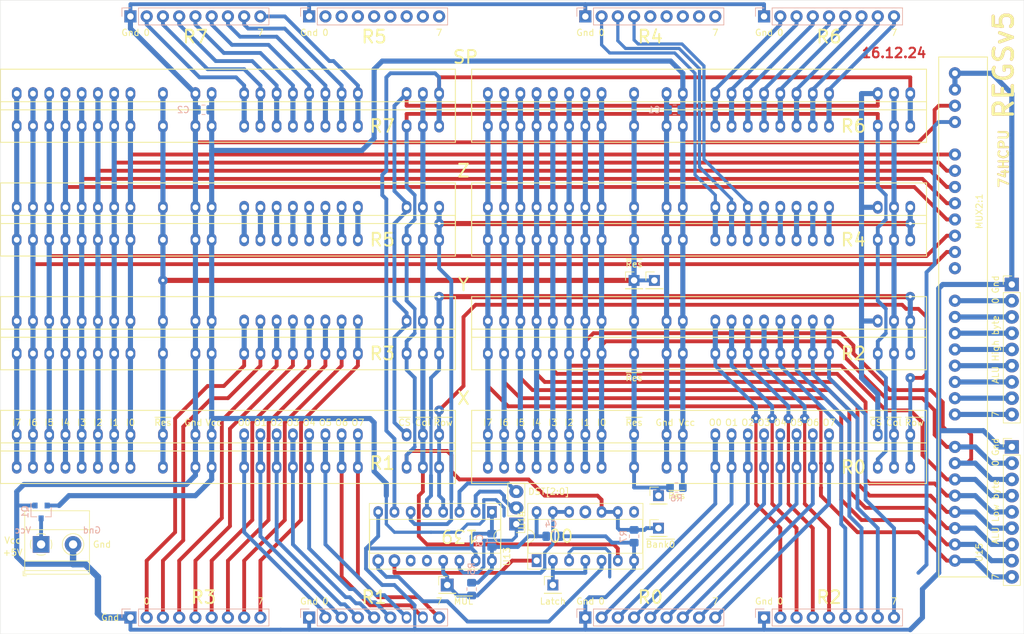
<source format=kicad_pcb>
(kicad_pcb (version 20171130) (host pcbnew "(5.1.8)-1")
  (layers (0 F.Cu signal) (31 B.Cu signal) (34 B.Paste user) (35 F.Paste user) (36 B.SilkS user) (37 F.SilkS user) (38 B.Mask user) (39 F.Mask user) (44 Edge.Cuts user))
  (net 0 "")
  (net 1 /L0)
  (net 2 /L1)
  (net 3 /L2)
  (net 4 /L3)
  (net 5 /L4)
  (net 6 /L5)
  (net 7 /L6)
  (net 8 /L7)
  (net 9 /H0)
  (net 10 /H1)
  (net 11 /H2)
  (net 12 /H3)
  (net 13 /H4)
  (net 14 /H5)
  (net 15 /H6)
  (net 16 /H7)
  (net 17 /R0.7)
  (net 18 /R0.6)
  (net 19 /R0.5)
  (net 20 /R0.4)
  (net 21 /R0.3)
  (net 22 /R0.2)
  (net 23 /R0.1)
  (net 24 /R0.0)
  (net 25 GND)
  (net 26 /R1.7)
  (net 27 /R1.6)
  (net 28 /R1.5)
  (net 29 /R1.4)
  (net 30 /R1.3)
  (net 31 /R1.2)
  (net 32 /R1.1)
  (net 33 /R1.0)
  (net 34 /R2.7)
  (net 35 /R2.6)
  (net 36 /R2.5)
  (net 37 /R2.4)
  (net 38 /R2.3)
  (net 39 /R2.2)
  (net 40 /R2.1)
  (net 41 /R2.0)
  (net 42 /R3.7)
  (net 43 /R3.6)
  (net 44 /R3.5)
  (net 45 /R3.4)
  (net 46 /R3.3)
  (net 47 /R3.2)
  (net 48 /R3.1)
  (net 49 /R3.0)
  (net 50 /R4.7)
  (net 51 /R4.6)
  (net 52 /R4.5)
  (net 53 /R4.4)
  (net 54 /R4.3)
  (net 55 /R4.2)
  (net 56 /R4.1)
  (net 57 /R4.0)
  (net 58 /R5.7)
  (net 59 /R5.6)
  (net 60 /R5.5)
  (net 61 /R5.4)
  (net 62 /R5.3)
  (net 63 /R5.2)
  (net 64 /R5.1)
  (net 65 /R5.0)
  (net 66 /R6.7)
  (net 67 /R6.6)
  (net 68 /R6.5)
  (net 69 /R6.4)
  (net 70 /R6.3)
  (net 71 /R6.2)
  (net 72 /R6.1)
  (net 73 /R6.0)
  (net 74 /R7.7)
  (net 75 /R7.6)
  (net 76 /R7.5)
  (net 77 /R7.4)
  (net 78 /R7.3)
  (net 79 /R7.2)
  (net 80 /R7.1)
  (net 81 /R7.0)
  (net 82 VCC)
  (net 83 /~R0)
  (net 84 /~L)
  (net 85 /~Res)
  (net 86 /~H)
  (net 87 /~R1)
  (net 88 /~R2)
  (net 89 /~R3)
  (net 90 /DST[2])
  (net 91 /DST[1])
  (net 92 /DST[0])
  (net 93 /~MUL)
  (net 94 /Latch)
  (net 95 "Net-(U13-Pad12)")
  (net 96 "Net-(U13-Pad11)")
  (net 97 "Net-(U13-Pad10)")
  (net 98 "Net-(U13-Pad9)")
  (net 99 /ALU_H7)
  (net 100 "Net-(J18-Pad8)")
  (net 101 "Net-(J18-Pad7)")
  (net 102 "Net-(J18-Pad6)")
  (net 103 "Net-(J18-Pad5)")
  (net 104 "Net-(J18-Pad4)")
  (net 105 "Net-(J18-Pad3)")
  (net 106 /ALU_H0)
  (net 107 "Net-(J16-Pad1)")
  (net 108 /~Bank0)
  (net 109 /~Bank1)
  (net 110 "Net-(U14-Pad11)")
  (module Resistor_SMD:R_0805_2012Metric_Pad1.20x1.40mm_HandSolder (layer B.Cu) (at 88.9 107.315 90)
    (fp_text reference R5 (at 3.175 0 90) (layer B.SilkS) (effects (justify mirror)))
    (fp_text value 10k)
    (pad 2 smd roundrect (at 1 0 90) (size 1.2 1.4) (layers B.Cu B.Paste B.Mask) (roundrect_rratio 0.2083325) (net 82 VCC))
    (pad 1 smd roundrect (at -1 0 90) (size 1.2 1.4) (layers B.Cu B.Paste B.Mask) (roundrect_rratio 0.2083325) (net 93 /~MUL))
  )
  (module CommonLibrary:REG_CNT (layer F.Cu) (at 17.78 29.845 90)
    (fp_text reference U19 hide)
    (fp_text value REG_CNT)
    (pad 22 thru_hole oval (at 0 66.04 90) (size 2 1.5) (drill 0.9) (layers *.Cu *.Mask) (net 89 /~R3))
    (pad 21 thru_hole oval (at 0 63.5 90) (size 2 1.5) (drill 0.9) (layers *.Cu *.Mask) (net 86 /~H))
    (pad 20 thru_hole oval (at 0 60.96 90) (size 2 1.5) (drill 0.9) (layers *.Cu *.Mask) (net 109 /~Bank1))
    (pad 19 thru_hole oval (at 0 53.34 90) (size 2 1.5) (drill 0.9) (layers *.Cu *.Mask) (net 74 /R7.7))
    (pad 18 thru_hole oval (at 0 50.8 90) (size 2 1.5) (drill 0.9) (layers *.Cu *.Mask) (net 75 /R7.6))
    (pad 17 thru_hole oval (at 0 48.26 90) (size 2 1.5) (drill 0.9) (layers *.Cu *.Mask) (net 76 /R7.5))
    (pad 16 thru_hole oval (at 0 45.72 90) (size 2 1.5) (drill 0.9) (layers *.Cu *.Mask) (net 77 /R7.4))
    (pad 15 thru_hole oval (at 0 43.18 90) (size 2 1.5) (drill 0.9) (layers *.Cu *.Mask) (net 78 /R7.3))
    (pad 14 thru_hole oval (at 0 40.64 90) (size 2 1.5) (drill 0.9) (layers *.Cu *.Mask) (net 79 /R7.2))
    (pad 13 thru_hole oval (at 0 38.1 90) (size 2 1.5) (drill 0.9) (layers *.Cu *.Mask) (net 80 /R7.1))
    (pad 12 thru_hole oval (at 0 35.56 90) (size 2 1.5) (drill 0.9) (layers *.Cu *.Mask) (net 81 /R7.0))
    (pad 11 thru_hole oval (at 0 30.48 90) (size 2 1.5) (drill 0.9) (layers *.Cu *.Mask) (net 82 VCC))
    (pad 10 thru_hole oval (at 0 27.94 90) (size 2 1.5) (drill 0.9) (layers *.Cu *.Mask) (net 25 GND))
    (pad 9 thru_hole oval (at 0 22.86 90) (size 2 1.5) (drill 0.9) (layers *.Cu *.Mask) (net 85 /~Res))
    (pad 8 thru_hole oval (at 0 17.78 90) (size 2 1.5) (drill 0.9) (layers *.Cu *.Mask) (net 9 /H0))
    (pad 7 thru_hole oval (at 0 15.24 90) (size 2 1.5) (drill 0.9) (layers *.Cu *.Mask) (net 10 /H1))
    (pad 6 thru_hole oval (at 0 12.7 90) (size 2 1.5) (drill 0.9) (layers *.Cu *.Mask) (net 11 /H2))
    (pad 5 thru_hole oval (at 0 10.16 90) (size 2 1.5) (drill 0.9) (layers *.Cu *.Mask) (net 12 /H3))
    (pad 4 thru_hole oval (at 0 7.62 90) (size 2 1.5) (drill 0.9) (layers *.Cu *.Mask) (net 13 /H4))
    (pad 3 thru_hole oval (at 0 5.08 90) (size 2 1.5) (drill 0.9) (layers *.Cu *.Mask) (net 14 /H5))
    (pad 2 thru_hole oval (at 0 2.54 90) (size 2 1.5) (drill 0.9) (layers *.Cu *.Mask) (net 15 /H6))
    (pad 1 thru_hole oval (at 0 0 90) (size 2 1.5) (drill 0.9) (layers *.Cu *.Mask) (net 16 /H7))
  )
  (module CommonLibrary:REG_CNT (layer F.Cu) (at 91.44 29.845 90)
    (fp_text reference U18 hide)
    (fp_text value REG_CNT)
    (pad 22 thru_hole oval (at 0 66.04 90) (size 2 1.5) (drill 0.9) (layers *.Cu *.Mask) (net 89 /~R3))
    (pad 21 thru_hole oval (at 0 63.5 90) (size 2 1.5) (drill 0.9) (layers *.Cu *.Mask) (net 84 /~L))
    (pad 20 thru_hole oval (at 0 60.96 90) (size 2 1.5) (drill 0.9) (layers *.Cu *.Mask) (net 109 /~Bank1))
    (pad 19 thru_hole oval (at 0 53.34 90) (size 2 1.5) (drill 0.9) (layers *.Cu *.Mask) (net 66 /R6.7))
    (pad 18 thru_hole oval (at 0 50.8 90) (size 2 1.5) (drill 0.9) (layers *.Cu *.Mask) (net 67 /R6.6))
    (pad 17 thru_hole oval (at 0 48.26 90) (size 2 1.5) (drill 0.9) (layers *.Cu *.Mask) (net 68 /R6.5))
    (pad 16 thru_hole oval (at 0 45.72 90) (size 2 1.5) (drill 0.9) (layers *.Cu *.Mask) (net 69 /R6.4))
    (pad 15 thru_hole oval (at 0 43.18 90) (size 2 1.5) (drill 0.9) (layers *.Cu *.Mask) (net 70 /R6.3))
    (pad 14 thru_hole oval (at 0 40.64 90) (size 2 1.5) (drill 0.9) (layers *.Cu *.Mask) (net 71 /R6.2))
    (pad 13 thru_hole oval (at 0 38.1 90) (size 2 1.5) (drill 0.9) (layers *.Cu *.Mask) (net 72 /R6.1))
    (pad 12 thru_hole oval (at 0 35.56 90) (size 2 1.5) (drill 0.9) (layers *.Cu *.Mask) (net 73 /R6.0))
    (pad 11 thru_hole oval (at 0 30.48 90) (size 2 1.5) (drill 0.9) (layers *.Cu *.Mask) (net 82 VCC))
    (pad 10 thru_hole oval (at 0 27.94 90) (size 2 1.5) (drill 0.9) (layers *.Cu *.Mask) (net 25 GND))
    (pad 9 thru_hole oval (at 0 22.86 90) (size 2 1.5) (drill 0.9) (layers *.Cu *.Mask) (net 85 /~Res))
    (pad 8 thru_hole oval (at 0 17.78 90) (size 2 1.5) (drill 0.9) (layers *.Cu *.Mask) (net 1 /L0))
    (pad 7 thru_hole oval (at 0 15.24 90) (size 2 1.5) (drill 0.9) (layers *.Cu *.Mask) (net 2 /L1))
    (pad 6 thru_hole oval (at 0 12.7 90) (size 2 1.5) (drill 0.9) (layers *.Cu *.Mask) (net 3 /L2))
    (pad 5 thru_hole oval (at 0 10.16 90) (size 2 1.5) (drill 0.9) (layers *.Cu *.Mask) (net 4 /L3))
    (pad 4 thru_hole oval (at 0 7.62 90) (size 2 1.5) (drill 0.9) (layers *.Cu *.Mask) (net 5 /L4))
    (pad 3 thru_hole oval (at 0 5.08 90) (size 2 1.5) (drill 0.9) (layers *.Cu *.Mask) (net 6 /L5))
    (pad 2 thru_hole oval (at 0 2.54 90) (size 2 1.5) (drill 0.9) (layers *.Cu *.Mask) (net 7 /L6))
    (pad 1 thru_hole oval (at 0 0 90) (size 2 1.5) (drill 0.9) (layers *.Cu *.Mask) (net 8 /L7))
  )
  (module CommonLibrary:REG_CNT (layer F.Cu) (at 17.78 47.625 90)
    (fp_text reference U17 hide)
    (fp_text value REG_CNT)
    (pad 22 thru_hole oval (at 0 66.04 90) (size 2 1.5) (drill 0.9) (layers *.Cu *.Mask) (net 88 /~R2))
    (pad 21 thru_hole oval (at 0 63.5 90) (size 2 1.5) (drill 0.9) (layers *.Cu *.Mask) (net 86 /~H))
    (pad 20 thru_hole oval (at 0 60.96 90) (size 2 1.5) (drill 0.9) (layers *.Cu *.Mask) (net 109 /~Bank1))
    (pad 19 thru_hole oval (at 0 53.34 90) (size 2 1.5) (drill 0.9) (layers *.Cu *.Mask) (net 58 /R5.7))
    (pad 18 thru_hole oval (at 0 50.8 90) (size 2 1.5) (drill 0.9) (layers *.Cu *.Mask) (net 59 /R5.6))
    (pad 17 thru_hole oval (at 0 48.26 90) (size 2 1.5) (drill 0.9) (layers *.Cu *.Mask) (net 60 /R5.5))
    (pad 16 thru_hole oval (at 0 45.72 90) (size 2 1.5) (drill 0.9) (layers *.Cu *.Mask) (net 61 /R5.4))
    (pad 15 thru_hole oval (at 0 43.18 90) (size 2 1.5) (drill 0.9) (layers *.Cu *.Mask) (net 62 /R5.3))
    (pad 14 thru_hole oval (at 0 40.64 90) (size 2 1.5) (drill 0.9) (layers *.Cu *.Mask) (net 63 /R5.2))
    (pad 13 thru_hole oval (at 0 38.1 90) (size 2 1.5) (drill 0.9) (layers *.Cu *.Mask) (net 64 /R5.1))
    (pad 12 thru_hole oval (at 0 35.56 90) (size 2 1.5) (drill 0.9) (layers *.Cu *.Mask) (net 65 /R5.0))
    (pad 11 thru_hole oval (at 0 30.48 90) (size 2 1.5) (drill 0.9) (layers *.Cu *.Mask) (net 82 VCC))
    (pad 10 thru_hole oval (at 0 27.94 90) (size 2 1.5) (drill 0.9) (layers *.Cu *.Mask) (net 25 GND))
    (pad 9 thru_hole oval (at 0 22.86 90) (size 2 1.5) (drill 0.9) (layers *.Cu *.Mask) (net 85 /~Res))
    (pad 8 thru_hole oval (at 0 17.78 90) (size 2 1.5) (drill 0.9) (layers *.Cu *.Mask) (net 9 /H0))
    (pad 7 thru_hole oval (at 0 15.24 90) (size 2 1.5) (drill 0.9) (layers *.Cu *.Mask) (net 10 /H1))
    (pad 6 thru_hole oval (at 0 12.7 90) (size 2 1.5) (drill 0.9) (layers *.Cu *.Mask) (net 11 /H2))
    (pad 5 thru_hole oval (at 0 10.16 90) (size 2 1.5) (drill 0.9) (layers *.Cu *.Mask) (net 12 /H3))
    (pad 4 thru_hole oval (at 0 7.62 90) (size 2 1.5) (drill 0.9) (layers *.Cu *.Mask) (net 13 /H4))
    (pad 3 thru_hole oval (at 0 5.08 90) (size 2 1.5) (drill 0.9) (layers *.Cu *.Mask) (net 14 /H5))
    (pad 2 thru_hole oval (at 0 2.54 90) (size 2 1.5) (drill 0.9) (layers *.Cu *.Mask) (net 15 /H6))
    (pad 1 thru_hole oval (at 0 0 90) (size 2 1.5) (drill 0.9) (layers *.Cu *.Mask) (net 16 /H7))
  )
  (module CommonLibrary:REG_CNT (layer F.Cu) (at 91.44 47.625 90)
    (fp_text reference U16 hide)
    (fp_text value REG_CNT)
    (pad 22 thru_hole oval (at 0 66.04 90) (size 2 1.5) (drill 0.9) (layers *.Cu *.Mask) (net 88 /~R2))
    (pad 21 thru_hole oval (at 0 63.5 90) (size 2 1.5) (drill 0.9) (layers *.Cu *.Mask) (net 84 /~L))
    (pad 20 thru_hole oval (at 0 60.96 90) (size 2 1.5) (drill 0.9) (layers *.Cu *.Mask) (net 109 /~Bank1))
    (pad 19 thru_hole oval (at 0 53.34 90) (size 2 1.5) (drill 0.9) (layers *.Cu *.Mask) (net 50 /R4.7))
    (pad 18 thru_hole oval (at 0 50.8 90) (size 2 1.5) (drill 0.9) (layers *.Cu *.Mask) (net 51 /R4.6))
    (pad 17 thru_hole oval (at 0 48.26 90) (size 2 1.5) (drill 0.9) (layers *.Cu *.Mask) (net 52 /R4.5))
    (pad 16 thru_hole oval (at 0 45.72 90) (size 2 1.5) (drill 0.9) (layers *.Cu *.Mask) (net 53 /R4.4))
    (pad 15 thru_hole oval (at 0 43.18 90) (size 2 1.5) (drill 0.9) (layers *.Cu *.Mask) (net 54 /R4.3))
    (pad 14 thru_hole oval (at 0 40.64 90) (size 2 1.5) (drill 0.9) (layers *.Cu *.Mask) (net 55 /R4.2))
    (pad 13 thru_hole oval (at 0 38.1 90) (size 2 1.5) (drill 0.9) (layers *.Cu *.Mask) (net 56 /R4.1))
    (pad 12 thru_hole oval (at 0 35.56 90) (size 2 1.5) (drill 0.9) (layers *.Cu *.Mask) (net 57 /R4.0))
    (pad 11 thru_hole oval (at 0 30.48 90) (size 2 1.5) (drill 0.9) (layers *.Cu *.Mask) (net 82 VCC))
    (pad 10 thru_hole oval (at 0 27.94 90) (size 2 1.5) (drill 0.9) (layers *.Cu *.Mask) (net 25 GND))
    (pad 9 thru_hole oval (at 0 22.86 90) (size 2 1.5) (drill 0.9) (layers *.Cu *.Mask) (net 85 /~Res))
    (pad 8 thru_hole oval (at 0 17.78 90) (size 2 1.5) (drill 0.9) (layers *.Cu *.Mask) (net 1 /L0))
    (pad 7 thru_hole oval (at 0 15.24 90) (size 2 1.5) (drill 0.9) (layers *.Cu *.Mask) (net 2 /L1))
    (pad 6 thru_hole oval (at 0 12.7 90) (size 2 1.5) (drill 0.9) (layers *.Cu *.Mask) (net 3 /L2))
    (pad 5 thru_hole oval (at 0 10.16 90) (size 2 1.5) (drill 0.9) (layers *.Cu *.Mask) (net 4 /L3))
    (pad 4 thru_hole oval (at 0 7.62 90) (size 2 1.5) (drill 0.9) (layers *.Cu *.Mask) (net 5 /L4))
    (pad 3 thru_hole oval (at 0 5.08 90) (size 2 1.5) (drill 0.9) (layers *.Cu *.Mask) (net 6 /L5))
    (pad 2 thru_hole oval (at 0 2.54 90) (size 2 1.5) (drill 0.9) (layers *.Cu *.Mask) (net 7 /L6))
    (pad 1 thru_hole oval (at 0 0 90) (size 2 1.5) (drill 0.9) (layers *.Cu *.Mask) (net 8 /L7))
  )
  (module CommonLibrary:REG_CNT (layer F.Cu) (at 17.78 65.405 90)
    (fp_text reference U12 hide)
    (fp_text value REG_CNT)
    (pad 22 thru_hole oval (at 0 66.04 90) (size 2 1.5) (drill 0.9) (layers *.Cu *.Mask) (net 87 /~R1))
    (pad 21 thru_hole oval (at 0 63.5 90) (size 2 1.5) (drill 0.9) (layers *.Cu *.Mask) (net 86 /~H))
    (pad 20 thru_hole oval (at 0 60.96 90) (size 2 1.5) (drill 0.9) (layers *.Cu *.Mask) (net 109 /~Bank1))
    (pad 19 thru_hole oval (at 0 53.34 90) (size 2 1.5) (drill 0.9) (layers *.Cu *.Mask) (net 42 /R3.7))
    (pad 18 thru_hole oval (at 0 50.8 90) (size 2 1.5) (drill 0.9) (layers *.Cu *.Mask) (net 43 /R3.6))
    (pad 17 thru_hole oval (at 0 48.26 90) (size 2 1.5) (drill 0.9) (layers *.Cu *.Mask) (net 44 /R3.5))
    (pad 16 thru_hole oval (at 0 45.72 90) (size 2 1.5) (drill 0.9) (layers *.Cu *.Mask) (net 45 /R3.4))
    (pad 15 thru_hole oval (at 0 43.18 90) (size 2 1.5) (drill 0.9) (layers *.Cu *.Mask) (net 46 /R3.3))
    (pad 14 thru_hole oval (at 0 40.64 90) (size 2 1.5) (drill 0.9) (layers *.Cu *.Mask) (net 47 /R3.2))
    (pad 13 thru_hole oval (at 0 38.1 90) (size 2 1.5) (drill 0.9) (layers *.Cu *.Mask) (net 48 /R3.1))
    (pad 12 thru_hole oval (at 0 35.56 90) (size 2 1.5) (drill 0.9) (layers *.Cu *.Mask) (net 49 /R3.0))
    (pad 11 thru_hole oval (at 0 30.48 90) (size 2 1.5) (drill 0.9) (layers *.Cu *.Mask) (net 82 VCC))
    (pad 10 thru_hole oval (at 0 27.94 90) (size 2 1.5) (drill 0.9) (layers *.Cu *.Mask) (net 25 GND))
    (pad 9 thru_hole oval (at 0 22.86 90) (size 2 1.5) (drill 0.9) (layers *.Cu *.Mask) (net 85 /~Res))
    (pad 8 thru_hole oval (at 0 17.78 90) (size 2 1.5) (drill 0.9) (layers *.Cu *.Mask) (net 9 /H0))
    (pad 7 thru_hole oval (at 0 15.24 90) (size 2 1.5) (drill 0.9) (layers *.Cu *.Mask) (net 10 /H1))
    (pad 6 thru_hole oval (at 0 12.7 90) (size 2 1.5) (drill 0.9) (layers *.Cu *.Mask) (net 11 /H2))
    (pad 5 thru_hole oval (at 0 10.16 90) (size 2 1.5) (drill 0.9) (layers *.Cu *.Mask) (net 12 /H3))
    (pad 4 thru_hole oval (at 0 7.62 90) (size 2 1.5) (drill 0.9) (layers *.Cu *.Mask) (net 13 /H4))
    (pad 3 thru_hole oval (at 0 5.08 90) (size 2 1.5) (drill 0.9) (layers *.Cu *.Mask) (net 14 /H5))
    (pad 2 thru_hole oval (at 0 2.54 90) (size 2 1.5) (drill 0.9) (layers *.Cu *.Mask) (net 15 /H6))
    (pad 1 thru_hole oval (at 0 0 90) (size 2 1.5) (drill 0.9) (layers *.Cu *.Mask) (net 16 /H7))
  )
  (module CommonLibrary:REG_CNT (layer F.Cu) (at 91.44 65.405 90)
    (fp_text reference U11 hide)
    (fp_text value REG_CNT)
    (pad 22 thru_hole oval (at 0 66.04 90) (size 2 1.5) (drill 0.9) (layers *.Cu *.Mask) (net 87 /~R1))
    (pad 21 thru_hole oval (at 0 63.5 90) (size 2 1.5) (drill 0.9) (layers *.Cu *.Mask) (net 84 /~L))
    (pad 20 thru_hole oval (at 0 60.96 90) (size 2 1.5) (drill 0.9) (layers *.Cu *.Mask) (net 109 /~Bank1))
    (pad 19 thru_hole oval (at 0 53.34 90) (size 2 1.5) (drill 0.9) (layers *.Cu *.Mask) (net 34 /R2.7))
    (pad 18 thru_hole oval (at 0 50.8 90) (size 2 1.5) (drill 0.9) (layers *.Cu *.Mask) (net 35 /R2.6))
    (pad 17 thru_hole oval (at 0 48.26 90) (size 2 1.5) (drill 0.9) (layers *.Cu *.Mask) (net 36 /R2.5))
    (pad 16 thru_hole oval (at 0 45.72 90) (size 2 1.5) (drill 0.9) (layers *.Cu *.Mask) (net 37 /R2.4))
    (pad 15 thru_hole oval (at 0 43.18 90) (size 2 1.5) (drill 0.9) (layers *.Cu *.Mask) (net 38 /R2.3))
    (pad 14 thru_hole oval (at 0 40.64 90) (size 2 1.5) (drill 0.9) (layers *.Cu *.Mask) (net 39 /R2.2))
    (pad 13 thru_hole oval (at 0 38.1 90) (size 2 1.5) (drill 0.9) (layers *.Cu *.Mask) (net 40 /R2.1))
    (pad 12 thru_hole oval (at 0 35.56 90) (size 2 1.5) (drill 0.9) (layers *.Cu *.Mask) (net 41 /R2.0))
    (pad 11 thru_hole oval (at 0 30.48 90) (size 2 1.5) (drill 0.9) (layers *.Cu *.Mask) (net 82 VCC))
    (pad 10 thru_hole oval (at 0 27.94 90) (size 2 1.5) (drill 0.9) (layers *.Cu *.Mask) (net 25 GND))
    (pad 9 thru_hole oval (at 0 22.86 90) (size 2 1.5) (drill 0.9) (layers *.Cu *.Mask) (net 85 /~Res))
    (pad 8 thru_hole oval (at 0 17.78 90) (size 2 1.5) (drill 0.9) (layers *.Cu *.Mask) (net 1 /L0))
    (pad 7 thru_hole oval (at 0 15.24 90) (size 2 1.5) (drill 0.9) (layers *.Cu *.Mask) (net 2 /L1))
    (pad 6 thru_hole oval (at 0 12.7 90) (size 2 1.5) (drill 0.9) (layers *.Cu *.Mask) (net 3 /L2))
    (pad 5 thru_hole oval (at 0 10.16 90) (size 2 1.5) (drill 0.9) (layers *.Cu *.Mask) (net 4 /L3))
    (pad 4 thru_hole oval (at 0 7.62 90) (size 2 1.5) (drill 0.9) (layers *.Cu *.Mask) (net 5 /L4))
    (pad 3 thru_hole oval (at 0 5.08 90) (size 2 1.5) (drill 0.9) (layers *.Cu *.Mask) (net 6 /L5))
    (pad 2 thru_hole oval (at 0 2.54 90) (size 2 1.5) (drill 0.9) (layers *.Cu *.Mask) (net 7 /L6))
    (pad 1 thru_hole oval (at 0 0 90) (size 2 1.5) (drill 0.9) (layers *.Cu *.Mask) (net 8 /L7))
  )
  (module CommonLibrary:REG_CNT (layer F.Cu) (at 17.78 83.185 90)
    (fp_text reference U10 hide)
    (fp_text value REG_CNT)
    (pad 22 thru_hole oval (at 0 66.04 90) (size 2 1.5) (drill 0.9) (layers *.Cu *.Mask) (net 83 /~R0))
    (pad 21 thru_hole oval (at 0 63.5 90) (size 2 1.5) (drill 0.9) (layers *.Cu *.Mask) (net 86 /~H))
    (pad 20 thru_hole oval (at 0 60.96 90) (size 2 1.5) (drill 0.9) (layers *.Cu *.Mask) (net 109 /~Bank1))
    (pad 19 thru_hole oval (at 0 53.34 90) (size 2 1.5) (drill 0.9) (layers *.Cu *.Mask) (net 26 /R1.7))
    (pad 18 thru_hole oval (at 0 50.8 90) (size 2 1.5) (drill 0.9) (layers *.Cu *.Mask) (net 27 /R1.6))
    (pad 17 thru_hole oval (at 0 48.26 90) (size 2 1.5) (drill 0.9) (layers *.Cu *.Mask) (net 28 /R1.5))
    (pad 16 thru_hole oval (at 0 45.72 90) (size 2 1.5) (drill 0.9) (layers *.Cu *.Mask) (net 29 /R1.4))
    (pad 15 thru_hole oval (at 0 43.18 90) (size 2 1.5) (drill 0.9) (layers *.Cu *.Mask) (net 30 /R1.3))
    (pad 14 thru_hole oval (at 0 40.64 90) (size 2 1.5) (drill 0.9) (layers *.Cu *.Mask) (net 31 /R1.2))
    (pad 13 thru_hole oval (at 0 38.1 90) (size 2 1.5) (drill 0.9) (layers *.Cu *.Mask) (net 32 /R1.1))
    (pad 12 thru_hole oval (at 0 35.56 90) (size 2 1.5) (drill 0.9) (layers *.Cu *.Mask) (net 33 /R1.0))
    (pad 11 thru_hole oval (at 0 30.48 90) (size 2 1.5) (drill 0.9) (layers *.Cu *.Mask) (net 82 VCC))
    (pad 10 thru_hole oval (at 0 27.94 90) (size 2 1.5) (drill 0.9) (layers *.Cu *.Mask) (net 25 GND))
    (pad 9 thru_hole oval (at 0 22.86 90) (size 2 1.5) (drill 0.9) (layers *.Cu *.Mask) (net 85 /~Res))
    (pad 8 thru_hole oval (at 0 17.78 90) (size 2 1.5) (drill 0.9) (layers *.Cu *.Mask) (net 9 /H0))
    (pad 7 thru_hole oval (at 0 15.24 90) (size 2 1.5) (drill 0.9) (layers *.Cu *.Mask) (net 10 /H1))
    (pad 6 thru_hole oval (at 0 12.7 90) (size 2 1.5) (drill 0.9) (layers *.Cu *.Mask) (net 11 /H2))
    (pad 5 thru_hole oval (at 0 10.16 90) (size 2 1.5) (drill 0.9) (layers *.Cu *.Mask) (net 12 /H3))
    (pad 4 thru_hole oval (at 0 7.62 90) (size 2 1.5) (drill 0.9) (layers *.Cu *.Mask) (net 13 /H4))
    (pad 3 thru_hole oval (at 0 5.08 90) (size 2 1.5) (drill 0.9) (layers *.Cu *.Mask) (net 14 /H5))
    (pad 2 thru_hole oval (at 0 2.54 90) (size 2 1.5) (drill 0.9) (layers *.Cu *.Mask) (net 15 /H6))
    (pad 1 thru_hole oval (at 0 0 90) (size 2 1.5) (drill 0.9) (layers *.Cu *.Mask) (net 16 /H7))
  )
  (module CommonLibrary:REG_CNT (layer F.Cu) (at 91.44 83.185 90)
    (fp_text reference U9 hide)
    (fp_text value REG_CNT)
    (pad 22 thru_hole oval (at 0 66.04 90) (size 2 1.5) (drill 0.9) (layers *.Cu *.Mask) (net 83 /~R0))
    (pad 21 thru_hole oval (at 0 63.5 90) (size 2 1.5) (drill 0.9) (layers *.Cu *.Mask) (net 84 /~L))
    (pad 20 thru_hole oval (at 0 60.96 90) (size 2 1.5) (drill 0.9) (layers *.Cu *.Mask) (net 109 /~Bank1))
    (pad 19 thru_hole oval (at 0 53.34 90) (size 2 1.5) (drill 0.9) (layers *.Cu *.Mask) (net 17 /R0.7))
    (pad 18 thru_hole oval (at 0 50.8 90) (size 2 1.5) (drill 0.9) (layers *.Cu *.Mask) (net 18 /R0.6))
    (pad 17 thru_hole oval (at 0 48.26 90) (size 2 1.5) (drill 0.9) (layers *.Cu *.Mask) (net 19 /R0.5))
    (pad 16 thru_hole oval (at 0 45.72 90) (size 2 1.5) (drill 0.9) (layers *.Cu *.Mask) (net 20 /R0.4))
    (pad 15 thru_hole oval (at 0 43.18 90) (size 2 1.5) (drill 0.9) (layers *.Cu *.Mask) (net 21 /R0.3))
    (pad 14 thru_hole oval (at 0 40.64 90) (size 2 1.5) (drill 0.9) (layers *.Cu *.Mask) (net 22 /R0.2))
    (pad 13 thru_hole oval (at 0 38.1 90) (size 2 1.5) (drill 0.9) (layers *.Cu *.Mask) (net 23 /R0.1))
    (pad 12 thru_hole oval (at 0 35.56 90) (size 2 1.5) (drill 0.9) (layers *.Cu *.Mask) (net 24 /R0.0))
    (pad 11 thru_hole oval (at 0 30.48 90) (size 2 1.5) (drill 0.9) (layers *.Cu *.Mask) (net 82 VCC))
    (pad 10 thru_hole oval (at 0 27.94 90) (size 2 1.5) (drill 0.9) (layers *.Cu *.Mask) (net 25 GND))
    (pad 9 thru_hole oval (at 0 22.86 90) (size 2 1.5) (drill 0.9) (layers *.Cu *.Mask) (net 85 /~Res))
    (pad 8 thru_hole oval (at 0 17.78 90) (size 2 1.5) (drill 0.9) (layers *.Cu *.Mask) (net 1 /L0))
    (pad 7 thru_hole oval (at 0 15.24 90) (size 2 1.5) (drill 0.9) (layers *.Cu *.Mask) (net 2 /L1))
    (pad 6 thru_hole oval (at 0 12.7 90) (size 2 1.5) (drill 0.9) (layers *.Cu *.Mask) (net 3 /L2))
    (pad 5 thru_hole oval (at 0 10.16 90) (size 2 1.5) (drill 0.9) (layers *.Cu *.Mask) (net 4 /L3))
    (pad 4 thru_hole oval (at 0 7.62 90) (size 2 1.5) (drill 0.9) (layers *.Cu *.Mask) (net 5 /L4))
    (pad 3 thru_hole oval (at 0 5.08 90) (size 2 1.5) (drill 0.9) (layers *.Cu *.Mask) (net 6 /L5))
    (pad 2 thru_hole oval (at 0 2.54 90) (size 2 1.5) (drill 0.9) (layers *.Cu *.Mask) (net 7 /L6))
    (pad 1 thru_hole oval (at 0 0 90) (size 2 1.5) (drill 0.9) (layers *.Cu *.Mask) (net 8 /L7))
  )
  (module Connector_PinHeader_2.54mm:PinHeader_1x01_P2.54mm_Vertical (layer F.Cu) (at 117.475 59.055)
    (fp_text reference J20 hide)
    (fp_text value Conn_01x01_Male)
    (pad 1 thru_hole rect (at 0 0) (size 1.7 1.7) (drill 1) (layers *.Cu *.Mask) (net 85 /~Res))
  )
  (module Connector_PinHeader_2.54mm:PinHeader_1x01_P2.54mm_Vertical (layer F.Cu) (at 114.3 59.055)
    (fp_text reference J19 hide)
    (fp_text value Conn_01x01_Male)
    (pad 1 thru_hole rect (at 0 0) (size 1.7 1.7) (drill 1) (layers *.Cu *.Mask) (net 85 /~Res))
  )
  (module Resistor_SMD:R_0805_2012Metric_Pad1.20x1.40mm_HandSolder (layer B.Cu) (at 114.3 99.06 270)
    (fp_text reference R7 (at 0 1.65 270) (layer B.SilkS) (effects (justify mirror)))
    (fp_text value 10k)
    (pad 2 smd roundrect (at 1 0 270) (size 1.2 1.4) (layers B.Cu B.Paste B.Mask) (roundrect_rratio 0.2083325) (net 25 GND))
    (pad 1 smd roundrect (at -1 0 270) (size 1.2 1.4) (layers B.Cu B.Paste B.Mask) (roundrect_rratio 0.2083325) (net 108 /~Bank0))
  )
  (module Package_TO_SOT_SMD:SOT-23 (layer B.Cu) (at 21.59 95.25 270)
    (fp_text reference Q1 (at 0 2.5 270) (layer B.SilkS) (effects (justify mirror)))
    (fp_text value IRLML5203)
    (pad 3 smd rect (at 1 0 270) (size 0.9 0.8) (layers B.Cu B.Paste B.Mask) (net 107 "Net-(J16-Pad1)"))
    (pad 2 smd rect (at -1 -0.95 270) (size 0.9 0.8) (layers B.Cu B.Paste B.Mask) (net 82 VCC))
    (pad 1 smd rect (at -1 0.95 270) (size 0.9 0.8) (layers B.Cu B.Paste B.Mask) (net 25 GND))
  )
  (module Capacitor_SMD:C_0805_2012Metric_Pad1.18x1.45mm_HandSolder (layer B.Cu) (at 101.6 99.06)
    (fp_text reference C4 (at -0.3175 -1.905) (layer B.SilkS) (effects (justify mirror)))
    (fp_text value 0.1uF)
    (pad 2 smd roundrect (at 1.0375 0) (size 1.175 1.45) (layers B.Cu B.Paste B.Mask) (roundrect_rratio 0.2127659574468085) (net 25 GND))
    (pad 1 smd roundrect (at -1.0375 0) (size 1.175 1.45) (layers B.Cu B.Paste B.Mask) (roundrect_rratio 0.2127659574468085) (net 82 VCC))
  )
  (module Capacitor_SMD:C_0805_2012Metric_Pad1.18x1.45mm_HandSolder (layer B.Cu) (at 92.075 99.695 90)
    (fp_text reference C3 (at 0 -1.905 90) (layer B.SilkS) (effects (justify mirror)))
    (fp_text value 0.1uF)
    (pad 2 smd roundrect (at 1.0375 0 90) (size 1.175 1.45) (layers B.Cu B.Paste B.Mask) (roundrect_rratio 0.2127659574468085) (net 25 GND))
    (pad 1 smd roundrect (at -1.0375 0 90) (size 1.175 1.45) (layers B.Cu B.Paste B.Mask) (roundrect_rratio 0.2127659574468085) (net 82 VCC))
  )
  (module Capacitor_SMD:C_0805_2012Metric_Pad1.18x1.45mm_HandSolder (layer B.Cu) (at 46.99 32.385 180)
    (fp_text reference C2 (at 3.175 0) (layer B.SilkS) (effects (justify mirror)))
    (fp_text value 0.1uF)
    (pad 2 smd roundrect (at 1.0375 0 180) (size 1.175 1.45) (layers B.Cu B.Paste B.Mask) (roundrect_rratio 0.2127659574468085) (net 25 GND))
    (pad 1 smd roundrect (at -1.0375 0 180) (size 1.175 1.45) (layers B.Cu B.Paste B.Mask) (roundrect_rratio 0.2127659574468085) (net 82 VCC))
  )
  (module Capacitor_SMD:C_0805_2012Metric_Pad1.18x1.45mm_HandSolder (layer B.Cu) (at 120.65 32.385 180)
    (fp_text reference C1 (at 3.175 0) (layer B.SilkS) (effects (justify mirror)))
    (fp_text value 0.1uF)
    (pad 2 smd roundrect (at 1.0375 0 180) (size 1.175 1.45) (layers B.Cu B.Paste B.Mask) (roundrect_rratio 0.2127659574468085) (net 25 GND))
    (pad 1 smd roundrect (at -1.0375 0 180) (size 1.175 1.45) (layers B.Cu B.Paste B.Mask) (roundrect_rratio 0.2127659574468085) (net 82 VCC))
  )
  (module Resistor_SMD:R_0805_2012Metric_Pad1.20x1.40mm_HandSolder (layer B.Cu) (at 120.92 91.44)
    (fp_text reference R6 (at 0 1.65) (layer B.SilkS) (effects (justify mirror)))
    (fp_text value 10k)
    (pad 2 smd roundrect (at 1 0) (size 1.2 1.4) (layers B.Cu B.Paste B.Mask) (roundrect_rratio 0.2083325) (net 82 VCC))
    (pad 1 smd roundrect (at -1 0) (size 1.2 1.4) (layers B.Cu B.Paste B.Mask) (roundrect_rratio 0.2083325) (net 85 /~Res))
  )
  (module Connector_PinHeader_2.54mm:PinHeader_1x09_P2.54mm_Vertical (layer F.Cu) (at 173.355 59.69)
    (fp_text reference J18 hide)
    (fp_text value Conn_01x09_Male)
    (pad 9 thru_hole oval (at 0 20.32) (size 2.2 2.1) (drill 1) (layers *.Cu *.Mask) (net 99 /ALU_H7))
    (pad 8 thru_hole oval (at 0 17.78) (size 2.2 2.1) (drill 1) (layers *.Cu *.Mask) (net 100 "Net-(J18-Pad8)"))
    (pad 7 thru_hole oval (at 0 15.24) (size 2.2 2.1) (drill 1) (layers *.Cu *.Mask) (net 101 "Net-(J18-Pad7)"))
    (pad 6 thru_hole oval (at 0 12.7) (size 2.2 2.1) (drill 1) (layers *.Cu *.Mask) (net 102 "Net-(J18-Pad6)"))
    (pad 5 thru_hole oval (at 0 10.16) (size 2.2 2.1) (drill 1) (layers *.Cu *.Mask) (net 103 "Net-(J18-Pad5)"))
    (pad 4 thru_hole oval (at 0 7.62) (size 2.2 2.1) (drill 1) (layers *.Cu *.Mask) (net 104 "Net-(J18-Pad4)"))
    (pad 3 thru_hole oval (at 0 5.08) (size 2.2 2.1) (drill 1) (layers *.Cu *.Mask) (net 105 "Net-(J18-Pad3)"))
    (pad 2 thru_hole oval (at 0 2.54) (size 2.2 2.1) (drill 1) (layers *.Cu *.Mask) (net 106 /ALU_H0))
    (pad 1 thru_hole rect (at 0 0) (size 2.2 2.1) (drill 1) (layers *.Cu *.Mask) (net 25 GND))
  )
  (module Connector_PinHeader_2.54mm:PinHeader_1x09_P2.54mm_Vertical (layer F.Cu) (at 173.355 85.09)
    (fp_text reference J17 hide)
    (fp_text value Conn_01x09_Male)
    (pad 9 thru_hole oval (at 0 20.32) (size 2.2 2.1) (drill 1) (layers *.Cu *.Mask) (net 8 /L7))
    (pad 8 thru_hole oval (at 0 17.78) (size 2.2 2.1) (drill 1) (layers *.Cu *.Mask) (net 7 /L6))
    (pad 7 thru_hole oval (at 0 15.24) (size 2.2 2.1) (drill 1) (layers *.Cu *.Mask) (net 6 /L5))
    (pad 6 thru_hole oval (at 0 12.7) (size 2.2 2.1) (drill 1) (layers *.Cu *.Mask) (net 5 /L4))
    (pad 5 thru_hole oval (at 0 10.16) (size 2.2 2.1) (drill 1) (layers *.Cu *.Mask) (net 4 /L3))
    (pad 4 thru_hole oval (at 0 7.62) (size 2.2 2.1) (drill 1) (layers *.Cu *.Mask) (net 3 /L2))
    (pad 3 thru_hole oval (at 0 5.08) (size 2.2 2.1) (drill 1) (layers *.Cu *.Mask) (net 2 /L1))
    (pad 2 thru_hole oval (at 0 2.54) (size 2.2 2.1) (drill 1) (layers *.Cu *.Mask) (net 1 /L0))
    (pad 1 thru_hole rect (at 0 0) (size 2.2 2.1) (drill 1) (layers *.Cu *.Mask) (net 25 GND))
  )
  (module CommonLibrary:CMDwoC (layer F.Cu) (at 164.465 102.87 180)
    (fp_text reference U15 (at -3.81 1.27 270) (layer F.SilkS))
    (fp_text value MUX2-1)
    (pad 28 thru_hole oval (at 0 76.2 180) (size 1.9 1.9) (drill 0.9) (layers *.Cu *.Mask) (net 25 GND))
    (pad 27 thru_hole oval (at 0 73.66 180) (size 1.9 1.9) (drill 0.9) (layers *.Cu *.Mask) (net 25 GND))
    (pad 26 thru_hole oval (at 0 71.12 180) (size 1.9 1.9) (drill 0.9) (layers *.Cu *.Mask) (net 82 VCC))
    (pad 25 thru_hole oval (at 0 68.58 180) (size 1.9 1.9) (drill 0.9) (layers *.Cu *.Mask) (net 110 "Net-(U14-Pad11)"))
    (pad 24 thru_hole oval (at 0 63.5 180) (size 1.9 1.9) (drill 0.9) (layers *.Cu *.Mask) (net 9 /H0))
    (pad 23 thru_hole oval (at 0 60.96 180) (size 1.9 1.9) (drill 0.9) (layers *.Cu *.Mask) (net 10 /H1))
    (pad 22 thru_hole oval (at 0 58.42 180) (size 1.9 1.9) (drill 0.9) (layers *.Cu *.Mask) (net 11 /H2))
    (pad 21 thru_hole oval (at 0 55.88 180) (size 1.9 1.9) (drill 0.9) (layers *.Cu *.Mask) (net 12 /H3))
    (pad 20 thru_hole oval (at 0 53.34 180) (size 1.9 1.9) (drill 0.9) (layers *.Cu *.Mask) (net 13 /H4))
    (pad 19 thru_hole oval (at 0 50.8 180) (size 1.9 1.9) (drill 0.9) (layers *.Cu *.Mask) (net 14 /H5))
    (pad 18 thru_hole oval (at 0 48.26 180) (size 1.9 1.9) (drill 0.9) (layers *.Cu *.Mask) (net 15 /H6))
    (pad 17 thru_hole oval (at 0 45.72 180) (size 1.9 1.9) (drill 0.9) (layers *.Cu *.Mask) (net 16 /H7))
    (pad 16 thru_hole oval (at 0 40.64 180) (size 1.9 1.9) (drill 0.9) (layers *.Cu *.Mask) (net 106 /ALU_H0))
    (pad 15 thru_hole oval (at 0 38.1 180) (size 1.9 1.9) (drill 0.9) (layers *.Cu *.Mask) (net 105 "Net-(J18-Pad3)"))
    (pad 14 thru_hole oval (at 0 35.56 180) (size 1.9 1.9) (drill 0.9) (layers *.Cu *.Mask) (net 104 "Net-(J18-Pad4)"))
    (pad 13 thru_hole oval (at 0 33.02 180) (size 1.9 1.9) (drill 0.9) (layers *.Cu *.Mask) (net 103 "Net-(J18-Pad5)"))
    (pad 12 thru_hole oval (at 0 30.48 180) (size 1.9 1.9) (drill 0.9) (layers *.Cu *.Mask) (net 102 "Net-(J18-Pad6)"))
    (pad 11 thru_hole oval (at 0 27.94 180) (size 1.9 1.9) (drill 0.9) (layers *.Cu *.Mask) (net 101 "Net-(J18-Pad7)"))
    (pad 10 thru_hole oval (at 0 25.4 180) (size 1.9 1.9) (drill 0.9) (layers *.Cu *.Mask) (net 100 "Net-(J18-Pad8)"))
    (pad 9 thru_hole oval (at 0 22.86 180) (size 1.9 1.9) (drill 0.9) (layers *.Cu *.Mask) (net 99 /ALU_H7))
    (pad 8 thru_hole oval (at 0 17.78 180) (size 1.9 1.9) (drill 0.9) (layers *.Cu *.Mask) (net 1 /L0))
    (pad 7 thru_hole oval (at 0 15.24 180) (size 1.9 1.9) (drill 0.9) (layers *.Cu *.Mask) (net 2 /L1))
    (pad 6 thru_hole oval (at 0 12.7 180) (size 1.9 1.9) (drill 0.9) (layers *.Cu *.Mask) (net 3 /L2))
    (pad 5 thru_hole oval (at 0 10.16 180) (size 1.9 1.9) (drill 0.9) (layers *.Cu *.Mask) (net 4 /L3))
    (pad 4 thru_hole oval (at 0 7.62 180) (size 1.9 1.9) (drill 0.9) (layers *.Cu *.Mask) (net 5 /L4))
    (pad 3 thru_hole oval (at 0 5.08 180) (size 1.9 1.9) (drill 0.9) (layers *.Cu *.Mask) (net 6 /L5))
    (pad 2 thru_hole oval (at 0 2.54 180) (size 1.9 1.9) (drill 0.9) (layers *.Cu *.Mask) (net 7 /L6))
    (pad 1 thru_hole oval (at 0 0 180) (size 1.9 1.9) (drill 0.9) (layers *.Cu *.Mask) (net 8 /L7))
  )
  (module TerminalBlock_Phoenix:TerminalBlock_Phoenix_MKDS-1,5-2_1x02_P5.00mm_Horizontal (layer F.Cu) (at 21.59 100.33)
    (fp_text reference J16 hide)
    (fp_text value Screw_Terminal_01x02)
    (pad 2 thru_hole circle (at 5 0) (size 2.6 2.6) (drill 1.3) (layers *.Cu *.Mask) (net 25 GND))
    (pad 1 thru_hole rect (at 0 0) (size 2.6 2.6) (drill 1.3) (layers *.Cu *.Mask) (net 107 "Net-(J16-Pad1)"))
  )
  (module Package_DIP:DIP-14_W7.62mm_Socket (layer F.Cu) (at 99.06 102.87 90)
    (fp_text reference U14 (at 6.35 -2.33 90) (layer F.SilkS))
    (fp_text value 74HC00)
    (pad 14 thru_hole oval (at 7.62 0 90) (size 1.8 1.5) (drill 0.8) (layers *.Cu *.Mask) (net 82 VCC))
    (pad 7 thru_hole oval (at 0 15.24 90) (size 1.8 1.5) (drill 0.8) (layers *.Cu *.Mask) (net 25 GND))
    (pad 13 thru_hole oval (at 7.62 2.54 90) (size 1.8 1.5) (drill 0.8) (layers *.Cu *.Mask) (net 93 /~MUL))
    (pad 6 thru_hole oval (at 0 12.7 90) (size 1.8 1.5) (drill 0.8) (layers *.Cu *.Mask) (net 86 /~H))
    (pad 12 thru_hole oval (at 7.62 5.08 90) (size 1.8 1.5) (drill 0.8) (layers *.Cu *.Mask) (net 93 /~MUL))
    (pad 5 thru_hole oval (at 0 10.16 90) (size 1.8 1.5) (drill 0.8) (layers *.Cu *.Mask) (net 98 "Net-(U13-Pad9)"))
    (pad 11 thru_hole oval (at 7.62 7.62 90) (size 2 1.8) (drill 1) (layers *.Cu *.Mask) (net 110 "Net-(U14-Pad11)"))
    (pad 4 thru_hole oval (at 0 7.62 90) (size 1.8 1.5) (drill 0.8) (layers *.Cu *.Mask) (net 94 /Latch))
    (pad 10 thru_hole oval (at 7.62 10.16 90) (size 1.8 1.5) (drill 0.8) (layers *.Cu *.Mask) (net 108 /~Bank0))
    (pad 3 thru_hole oval (at 0 5.08 90) (size 1.8 1.5) (drill 0.8) (layers *.Cu *.Mask) (net 84 /~L))
    (pad 9 thru_hole oval (at 7.62 12.7 90) (size 1.8 1.5) (drill 0.8) (layers *.Cu *.Mask) (net 108 /~Bank0))
    (pad 2 thru_hole oval (at 0 2.54 90) (size 1.8 1.5) (drill 0.8) (layers *.Cu *.Mask) (net 94 /Latch))
    (pad 8 thru_hole oval (at 7.62 15.24 90) (size 1.8 1.5) (drill 0.8) (layers *.Cu *.Mask) (net 109 /~Bank1))
    (pad 1 thru_hole rect (at 0 0 90) (size 2 1.5) (drill 1) (layers *.Cu *.Mask) (net 97 "Net-(U13-Pad10)"))
  )
  (module Package_DIP:DIP-16_W7.62mm_Socket (layer F.Cu) (at 92.075 95.25 270)
    (fp_text reference U13 (at 6.985 -2.33 270) (layer F.SilkS))
    (fp_text value 74LS139)
    (pad 16 thru_hole oval (at 7.62 0 270) (size 1.8 1.5) (drill 0.8) (layers *.Cu *.Mask) (net 82 VCC))
    (pad 8 thru_hole oval (at 0 17.78 270) (size 1.8 1.5) (drill 0.8) (layers *.Cu *.Mask) (net 25 GND))
    (pad 15 thru_hole oval (at 7.62 2.54 270) (size 1.8 1.5) (drill 0.8) (layers *.Cu *.Mask) (net 25 GND))
    (pad 7 thru_hole oval (at 0 15.24 270) (size 1.8 1.5) (drill 0.8) (layers *.Cu *.Mask) (net 89 /~R3))
    (pad 14 thru_hole oval (at 7.62 5.08 270) (size 1.8 1.5) (drill 0.8) (layers *.Cu *.Mask) (net 92 /DST[0]))
    (pad 6 thru_hole oval (at 0 12.7 270) (size 1.8 1.5) (drill 0.8) (layers *.Cu *.Mask) (net 88 /~R2))
    (pad 13 thru_hole oval (at 7.62 7.62 270) (size 1.8 1.5) (drill 0.8) (layers *.Cu *.Mask) (net 93 /~MUL))
    (pad 5 thru_hole oval (at 0 10.16 270) (size 1.8 1.5) (drill 0.8) (layers *.Cu *.Mask) (net 87 /~R1))
    (pad 12 thru_hole oval (at 7.62 10.16 270) (size 1.8 1.5) (drill 0.8) (layers *.Cu *.Mask) (net 95 "Net-(U13-Pad12)"))
    (pad 4 thru_hole oval (at 0 7.62 270) (size 1.8 1.5) (drill 0.8) (layers *.Cu *.Mask) (net 83 /~R0))
    (pad 11 thru_hole oval (at 7.62 12.7 270) (size 1.8 1.5) (drill 0.8) (layers *.Cu *.Mask) (net 96 "Net-(U13-Pad11)"))
    (pad 3 thru_hole oval (at 0 5.08 270) (size 1.8 1.5) (drill 0.8) (layers *.Cu *.Mask) (net 90 /DST[2]))
    (pad 10 thru_hole oval (at 7.62 15.24 270) (size 2 1.8) (drill 1) (layers *.Cu *.Mask) (net 97 "Net-(U13-Pad10)"))
    (pad 2 thru_hole oval (at 0 2.54 270) (size 1.8 1.5) (drill 0.8) (layers *.Cu *.Mask) (net 91 /DST[1]))
    (pad 9 thru_hole oval (at 7.62 17.78 270) (size 2 1.8) (drill 1) (layers *.Cu *.Mask) (net 98 "Net-(U13-Pad9)"))
    (pad 1 thru_hole rect (at 0 0 270) (size 1.8 1.5) (drill 0.8) (layers *.Cu *.Mask) (net 25 GND))
  )
  (module Connector_PinHeader_2.54mm:PinHeader_1x01_P2.54mm_Vertical (layer F.Cu) (at 101.6 106.68)
    (fp_text reference J15 hide)
    (fp_text value Conn_01x01_Male)
    (pad 1 thru_hole rect (at 0 0) (size 1.7 1.7) (drill 1) (layers *.Cu *.Mask) (net 94 /Latch))
  )
  (module Connector_PinHeader_2.54mm:PinHeader_1x01_P2.54mm_Vertical (layer F.Cu) (at 118.11 97.79)
    (fp_text reference J14 hide)
    (fp_text value Conn_01x01_Male)
    (pad 1 thru_hole rect (at 0 0) (size 1.7 1.7) (drill 1) (layers *.Cu *.Mask) (net 108 /~Bank0))
  )
  (module Connector_PinHeader_2.54mm:PinHeader_1x01_P2.54mm_Vertical (layer F.Cu) (at 118.11 92.71)
    (fp_text reference J13 hide)
    (fp_text value Conn_01x01_Male)
    (pad 1 thru_hole rect (at 0 0) (size 1.7 1.7) (drill 1) (layers *.Cu *.Mask) (net 85 /~Res))
  )
  (module Connector_PinHeader_2.54mm:PinHeader_1x01_P2.54mm_Vertical (layer F.Cu) (at 85.09 106.68)
    (fp_text reference J12 hide)
    (fp_text value Conn_01x01_Male)
    (pad 1 thru_hole rect (at 0 0) (size 2 2) (drill 1) (layers *.Cu *.Mask) (net 93 /~MUL))
  )
  (module Connector_PinHeader_2.54mm:PinHeader_1x03_P2.54mm_Vertical (layer F.Cu) (at 95.885 97.155 180)
    (fp_text reference J11 hide)
    (fp_text value Conn_01x03_Male)
    (pad 3 thru_hole oval (at 0 5.08 180) (size 2.2 2) (drill 1) (layers *.Cu *.Mask) (net 90 /DST[2]))
    (pad 2 thru_hole oval (at 0 2.54 180) (size 2.2 2) (drill 1) (layers *.Cu *.Mask) (net 91 /DST[1]))
    (pad 1 thru_hole rect (at 0 0 180) (size 2.2 2) (drill 1) (layers *.Cu *.Mask) (net 92 /DST[0]))
  )
  (module Connector_PinHeader_2.54mm:PinHeader_1x09_P2.54mm_Vertical (layer B.Cu) (at 35.56 17.78 270)
    (fp_text reference J8 hide)
    (fp_text value Conn_01x09_Male)
    (pad 9 thru_hole oval (at 0 -20.32 270) (size 1.9 1.9) (drill 1) (layers *.Cu *.Mask) (net 74 /R7.7))
    (pad 8 thru_hole oval (at 0 -17.78 270) (size 1.9 1.9) (drill 1) (layers *.Cu *.Mask) (net 75 /R7.6))
    (pad 7 thru_hole oval (at 0 -15.24 270) (size 1.9 1.9) (drill 1) (layers *.Cu *.Mask) (net 76 /R7.5))
    (pad 6 thru_hole oval (at 0 -12.7 270) (size 1.9 1.9) (drill 1) (layers *.Cu *.Mask) (net 77 /R7.4))
    (pad 5 thru_hole oval (at 0 -10.16 270) (size 1.9 1.9) (drill 1) (layers *.Cu *.Mask) (net 78 /R7.3))
    (pad 4 thru_hole oval (at 0 -7.62 270) (size 1.9 1.9) (drill 1) (layers *.Cu *.Mask) (net 79 /R7.2))
    (pad 3 thru_hole oval (at 0 -5.08 270) (size 1.9 1.9) (drill 1) (layers *.Cu *.Mask) (net 80 /R7.1))
    (pad 2 thru_hole oval (at 0 -2.54 270) (size 1.9 1.9) (drill 1) (layers *.Cu *.Mask) (net 81 /R7.0))
    (pad 1 thru_hole rect (at 0 0 270) (size 1.9 1.9) (drill 1) (layers *.Cu *.Mask) (net 25 GND))
  )
  (module Connector_PinHeader_2.54mm:PinHeader_1x09_P2.54mm_Vertical (layer B.Cu) (at 134.62 17.78 270)
    (fp_text reference J7 hide)
    (fp_text value Conn_01x09_Male)
    (pad 9 thru_hole oval (at 0 -20.32 270) (size 1.9 1.9) (drill 1) (layers *.Cu *.Mask) (net 66 /R6.7))
    (pad 8 thru_hole oval (at 0 -17.78 270) (size 1.9 1.9) (drill 1) (layers *.Cu *.Mask) (net 67 /R6.6))
    (pad 7 thru_hole oval (at 0 -15.24 270) (size 1.9 1.9) (drill 1) (layers *.Cu *.Mask) (net 68 /R6.5))
    (pad 6 thru_hole oval (at 0 -12.7 270) (size 1.9 1.9) (drill 1) (layers *.Cu *.Mask) (net 69 /R6.4))
    (pad 5 thru_hole oval (at 0 -10.16 270) (size 1.9 1.9) (drill 1) (layers *.Cu *.Mask) (net 70 /R6.3))
    (pad 4 thru_hole oval (at 0 -7.62 270) (size 1.9 1.9) (drill 1) (layers *.Cu *.Mask) (net 71 /R6.2))
    (pad 3 thru_hole oval (at 0 -5.08 270) (size 1.9 1.9) (drill 1) (layers *.Cu *.Mask) (net 72 /R6.1))
    (pad 2 thru_hole oval (at 0 -2.54 270) (size 1.9 1.9) (drill 1) (layers *.Cu *.Mask) (net 73 /R6.0))
    (pad 1 thru_hole rect (at 0 0 270) (size 1.9 1.9) (drill 1) (layers *.Cu *.Mask) (net 25 GND))
  )
  (module Connector_PinHeader_2.54mm:PinHeader_1x09_P2.54mm_Vertical (layer B.Cu) (at 63.5 17.78 270)
    (fp_text reference J6 hide)
    (fp_text value Conn_01x09_Male)
    (pad 9 thru_hole oval (at 0 -20.32 270) (size 1.9 1.9) (drill 1) (layers *.Cu *.Mask) (net 58 /R5.7))
    (pad 8 thru_hole oval (at 0 -17.78 270) (size 1.9 1.9) (drill 1) (layers *.Cu *.Mask) (net 59 /R5.6))
    (pad 7 thru_hole oval (at 0 -15.24 270) (size 1.9 1.9) (drill 1) (layers *.Cu *.Mask) (net 60 /R5.5))
    (pad 6 thru_hole oval (at 0 -12.7 270) (size 1.9 1.9) (drill 1) (layers *.Cu *.Mask) (net 61 /R5.4))
    (pad 5 thru_hole oval (at 0 -10.16 270) (size 1.9 1.9) (drill 1) (layers *.Cu *.Mask) (net 62 /R5.3))
    (pad 4 thru_hole oval (at 0 -7.62 270) (size 1.9 1.9) (drill 1) (layers *.Cu *.Mask) (net 63 /R5.2))
    (pad 3 thru_hole oval (at 0 -5.08 270) (size 1.9 1.9) (drill 1) (layers *.Cu *.Mask) (net 64 /R5.1))
    (pad 2 thru_hole oval (at 0 -2.54 270) (size 1.9 1.9) (drill 1) (layers *.Cu *.Mask) (net 65 /R5.0))
    (pad 1 thru_hole rect (at 0 0 270) (size 1.9 1.9) (drill 1) (layers *.Cu *.Mask) (net 25 GND))
  )
  (module Connector_PinHeader_2.54mm:PinHeader_1x09_P2.54mm_Vertical (layer B.Cu) (at 106.68 17.78 270)
    (fp_text reference J5 hide)
    (fp_text value Conn_01x09_Male)
    (pad 9 thru_hole oval (at 0 -20.32 270) (size 1.9 1.9) (drill 1) (layers *.Cu *.Mask) (net 50 /R4.7))
    (pad 8 thru_hole oval (at 0 -17.78 270) (size 1.9 1.9) (drill 1) (layers *.Cu *.Mask) (net 51 /R4.6))
    (pad 7 thru_hole oval (at 0 -15.24 270) (size 1.9 1.9) (drill 1) (layers *.Cu *.Mask) (net 52 /R4.5))
    (pad 6 thru_hole oval (at 0 -12.7 270) (size 1.9 1.9) (drill 1) (layers *.Cu *.Mask) (net 53 /R4.4))
    (pad 5 thru_hole oval (at 0 -10.16 270) (size 1.9 1.9) (drill 1) (layers *.Cu *.Mask) (net 54 /R4.3))
    (pad 4 thru_hole oval (at 0 -7.62 270) (size 1.9 1.9) (drill 1) (layers *.Cu *.Mask) (net 55 /R4.2))
    (pad 3 thru_hole oval (at 0 -5.08 270) (size 1.9 1.9) (drill 1) (layers *.Cu *.Mask) (net 56 /R4.1))
    (pad 2 thru_hole oval (at 0 -2.54 270) (size 1.9 1.9) (drill 1) (layers *.Cu *.Mask) (net 57 /R4.0))
    (pad 1 thru_hole rect (at 0 0 270) (size 1.9 1.9) (drill 1) (layers *.Cu *.Mask) (net 25 GND))
  )
  (module Connector_PinHeader_2.54mm:PinHeader_1x09_P2.54mm_Vertical (layer B.Cu) (at 35.56 111.76 270)
    (fp_text reference J4 hide)
    (fp_text value Conn_01x09_Male)
    (pad 9 thru_hole oval (at 0 -20.32 270) (size 1.9 1.9) (drill 1) (layers *.Cu *.Mask) (net 42 /R3.7))
    (pad 8 thru_hole oval (at 0 -17.78 270) (size 1.9 1.9) (drill 1) (layers *.Cu *.Mask) (net 43 /R3.6))
    (pad 7 thru_hole oval (at 0 -15.24 270) (size 1.9 1.9) (drill 1) (layers *.Cu *.Mask) (net 44 /R3.5))
    (pad 6 thru_hole oval (at 0 -12.7 270) (size 1.9 1.9) (drill 1) (layers *.Cu *.Mask) (net 45 /R3.4))
    (pad 5 thru_hole oval (at 0 -10.16 270) (size 1.9 1.9) (drill 1) (layers *.Cu *.Mask) (net 46 /R3.3))
    (pad 4 thru_hole oval (at 0 -7.62 270) (size 1.9 1.9) (drill 1) (layers *.Cu *.Mask) (net 47 /R3.2))
    (pad 3 thru_hole oval (at 0 -5.08 270) (size 1.9 1.9) (drill 1) (layers *.Cu *.Mask) (net 48 /R3.1))
    (pad 2 thru_hole oval (at 0 -2.54 270) (size 1.9 1.9) (drill 1) (layers *.Cu *.Mask) (net 49 /R3.0))
    (pad 1 thru_hole rect (at 0 0 270) (size 1.9 1.9) (drill 1) (layers *.Cu *.Mask) (net 25 GND))
  )
  (module Connector_PinHeader_2.54mm:PinHeader_1x09_P2.54mm_Vertical (layer B.Cu) (at 134.62 111.76 270)
    (fp_text reference J3 hide)
    (fp_text value Conn_01x09_Male)
    (pad 9 thru_hole oval (at 0 -20.32 270) (size 1.9 1.9) (drill 1) (layers *.Cu *.Mask) (net 34 /R2.7))
    (pad 8 thru_hole oval (at 0 -17.78 270) (size 1.9 1.9) (drill 1) (layers *.Cu *.Mask) (net 35 /R2.6))
    (pad 7 thru_hole oval (at 0 -15.24 270) (size 1.9 1.9) (drill 1) (layers *.Cu *.Mask) (net 36 /R2.5))
    (pad 6 thru_hole oval (at 0 -12.7 270) (size 1.9 1.9) (drill 1) (layers *.Cu *.Mask) (net 37 /R2.4))
    (pad 5 thru_hole oval (at 0 -10.16 270) (size 1.9 1.9) (drill 1) (layers *.Cu *.Mask) (net 38 /R2.3))
    (pad 4 thru_hole oval (at 0 -7.62 270) (size 1.9 1.9) (drill 1) (layers *.Cu *.Mask) (net 39 /R2.2))
    (pad 3 thru_hole oval (at 0 -5.08 270) (size 1.9 1.9) (drill 1) (layers *.Cu *.Mask) (net 40 /R2.1))
    (pad 2 thru_hole oval (at 0 -2.54 270) (size 1.9 1.9) (drill 1) (layers *.Cu *.Mask) (net 41 /R2.0))
    (pad 1 thru_hole rect (at 0 0 270) (size 1.9 1.9) (drill 1) (layers *.Cu *.Mask) (net 25 GND))
  )
  (module Connector_PinHeader_2.54mm:PinHeader_1x09_P2.54mm_Vertical (layer B.Cu) (at 63.5 111.76 270)
    (fp_text reference J2 hide)
    (fp_text value Conn_01x09_Male)
    (pad 9 thru_hole oval (at 0 -20.32 270) (size 1.9 1.9) (drill 1) (layers *.Cu *.Mask) (net 26 /R1.7))
    (pad 8 thru_hole oval (at 0 -17.78 270) (size 1.9 1.5) (drill 1) (layers *.Cu *.Mask) (net 27 /R1.6))
    (pad 7 thru_hole oval (at 0 -15.24 270) (size 1.9 1.5) (drill 1) (layers *.Cu *.Mask) (net 28 /R1.5))
    (pad 6 thru_hole oval (at 0 -12.7 270) (size 1.9 1.9) (drill 1) (layers *.Cu *.Mask) (net 29 /R1.4))
    (pad 5 thru_hole oval (at 0 -10.16 270) (size 1.9 1.9) (drill 1) (layers *.Cu *.Mask) (net 30 /R1.3))
    (pad 4 thru_hole oval (at 0 -7.62 270) (size 1.9 1.9) (drill 1) (layers *.Cu *.Mask) (net 31 /R1.2))
    (pad 3 thru_hole oval (at 0 -5.08 270) (size 1.9 1.9) (drill 1) (layers *.Cu *.Mask) (net 32 /R1.1))
    (pad 2 thru_hole oval (at 0 -2.54 270) (size 1.9 1.9) (drill 1) (layers *.Cu *.Mask) (net 33 /R1.0))
    (pad 1 thru_hole rect (at 0 0 270) (size 1.9 1.9) (drill 1) (layers *.Cu *.Mask) (net 25 GND))
  )
  (module Connector_PinHeader_2.54mm:PinHeader_1x09_P2.54mm_Vertical (layer B.Cu) (at 106.68 111.76 270)
    (fp_text reference J1 hide)
    (fp_text value Conn_01x09_Male)
    (pad 9 thru_hole oval (at 0 -20.32 270) (size 1.9 1.9) (drill 1) (layers *.Cu *.Mask) (net 17 /R0.7))
    (pad 8 thru_hole oval (at 0 -17.78 270) (size 1.9 1.9) (drill 1) (layers *.Cu *.Mask) (net 18 /R0.6))
    (pad 7 thru_hole oval (at 0 -15.24 270) (size 1.9 1.9) (drill 1) (layers *.Cu *.Mask) (net 19 /R0.5))
    (pad 6 thru_hole oval (at 0 -12.7 270) (size 1.9 1.9) (drill 1) (layers *.Cu *.Mask) (net 20 /R0.4))
    (pad 5 thru_hole oval (at 0 -10.16 270) (size 1.9 1.9) (drill 1) (layers *.Cu *.Mask) (net 21 /R0.3))
    (pad 4 thru_hole oval (at 0 -7.62 270) (size 1.9 1.9) (drill 1) (layers *.Cu *.Mask) (net 22 /R0.2))
    (pad 3 thru_hole oval (at 0 -5.08 270) (size 1.9 1.9) (drill 1) (layers *.Cu *.Mask) (net 23 /R0.1))
    (pad 2 thru_hole oval (at 0 -2.54 270) (size 1.9 1.9) (drill 1) (layers *.Cu *.Mask) (net 24 /R0.0))
    (pad 1 thru_hole rect (at 0 0 270) (size 1.9 1.9) (drill 1) (layers *.Cu *.Mask) (net 25 GND))
  )
  (module MountingHole:MountingHole_3.2mm_M3 (layer F.Cu) (at 165.1 109.22)
    (fp_text reference H6 hide)
    (fp_text value MountingHole)
    (pad 1 np_thru_hole circle (at 0 0) (size 3.2 3.2) (drill 3.2) (layers *.Cu *.Mask))
  )
  (module MountingHole:MountingHole_3.2mm_M3 (layer F.Cu) (at 165.1 20.32)
    (fp_text reference H4 hide)
    (fp_text value MountingHole)
    (pad 1 np_thru_hole circle (at 0 0) (size 3.2 3.2) (drill 3.2) (layers *.Cu *.Mask))
  )
  (module MountingHole:MountingHole_3.2mm_M3 (layer F.Cu) (at 95.25 109.22)
    (fp_text reference H2 hide)
    (fp_text value MountingHole)
    (pad 1 np_thru_hole circle (at 0 0) (size 3.2 3.2) (drill 3.2) (layers *.Cu *.Mask))
  )
  (module MountingHole:MountingHole_3.2mm_M3 (layer F.Cu) (at 95.25 20.32)
    (fp_text reference H5 hide)
    (fp_text value MountingHole)
    (pad 1 np_thru_hole circle (at 0 0) (size 3.2 3.2) (drill 3.2) (layers *.Cu *.Mask))
  )
  (module MountingHole:MountingHole_3.2mm_M3 (layer F.Cu) (at 25.4 109.22)
    (fp_text reference H3 hide)
    (fp_text value MountingHole)
    (pad 1 np_thru_hole circle (at 0 0) (size 3.2 3.2) (drill 3.2) (layers *.Cu *.Mask))
  )
  (module MountingHole:MountingHole_3.2mm_M3 (layer F.Cu) (at 25.4 20.32)
    (fp_text reference H1 hide)
    (fp_text value MountingHole)
    (pad 1 np_thru_hole circle (at 0 0) (size 3.2 3.2) (drill 3.2) (layers *.Cu *.Mask))
  )
  (module CommonLibrary:REG_CNT (layer F.Cu) (at 91.44 88.265 90)
    (fp_text reference U1 hide)
    (fp_text value REG_CNT)
    (pad 22 thru_hole oval (at 0 66.04 90) (size 2 1.5) (drill 0.9) (layers *.Cu *.Mask) (net 83 /~R0))
    (pad 21 thru_hole oval (at 0 63.5 90) (size 2 1.5) (drill 0.9) (layers *.Cu *.Mask) (net 84 /~L))
    (pad 20 thru_hole oval (at 0 60.96 90) (size 2 1.5) (drill 0.9) (layers *.Cu *.Mask) (net 108 /~Bank0))
    (pad 19 thru_hole oval (at 0 53.34 90) (size 2 1.5) (drill 0.9) (layers *.Cu *.Mask) (net 17 /R0.7))
    (pad 18 thru_hole oval (at 0 50.8 90) (size 2 1.5) (drill 0.9) (layers *.Cu *.Mask) (net 18 /R0.6))
    (pad 17 thru_hole oval (at 0 48.26 90) (size 2 1.5) (drill 0.9) (layers *.Cu *.Mask) (net 19 /R0.5))
    (pad 16 thru_hole oval (at 0 45.72 90) (size 2 1.5) (drill 0.9) (layers *.Cu *.Mask) (net 20 /R0.4))
    (pad 15 thru_hole oval (at 0 43.18 90) (size 2 1.5) (drill 0.9) (layers *.Cu *.Mask) (net 21 /R0.3))
    (pad 14 thru_hole oval (at 0 40.64 90) (size 2 1.5) (drill 0.9) (layers *.Cu *.Mask) (net 22 /R0.2))
    (pad 13 thru_hole oval (at 0 38.1 90) (size 2 1.5) (drill 0.9) (layers *.Cu *.Mask) (net 23 /R0.1))
    (pad 12 thru_hole oval (at 0 35.56 90) (size 2 1.5) (drill 0.9) (layers *.Cu *.Mask) (net 24 /R0.0))
    (pad 11 thru_hole oval (at 0 30.48 90) (size 2 1.5) (drill 0.9) (layers *.Cu *.Mask) (net 82 VCC))
    (pad 10 thru_hole oval (at 0 27.94 90) (size 2 1.5) (drill 0.9) (layers *.Cu *.Mask) (net 25 GND))
    (pad 9 thru_hole oval (at 0 22.86 90) (size 2 1.5) (drill 0.9) (layers *.Cu *.Mask) (net 85 /~Res))
    (pad 8 thru_hole oval (at 0 17.78 90) (size 2 1.5) (drill 0.9) (layers *.Cu *.Mask) (net 1 /L0))
    (pad 7 thru_hole oval (at 0 15.24 90) (size 2 1.5) (drill 0.9) (layers *.Cu *.Mask) (net 2 /L1))
    (pad 6 thru_hole oval (at 0 12.7 90) (size 2 1.5) (drill 0.9) (layers *.Cu *.Mask) (net 3 /L2))
    (pad 5 thru_hole oval (at 0 10.16 90) (size 2 1.5) (drill 0.9) (layers *.Cu *.Mask) (net 4 /L3))
    (pad 4 thru_hole oval (at 0 7.62 90) (size 2 1.5) (drill 0.9) (layers *.Cu *.Mask) (net 5 /L4))
    (pad 3 thru_hole oval (at 0 5.08 90) (size 2 1.5) (drill 0.9) (layers *.Cu *.Mask) (net 6 /L5))
    (pad 2 thru_hole oval (at 0 2.54 90) (size 2 1.5) (drill 0.9) (layers *.Cu *.Mask) (net 7 /L6))
    (pad 1 thru_hole oval (at 0 0 90) (size 2 1.5) (drill 0.9) (layers *.Cu *.Mask) (net 8 /L7))
  )
  (module CommonLibrary:REG_CNT (layer F.Cu) (at 17.78 34.925 90)
    (fp_text reference U8 hide)
    (fp_text value REG_CNT)
    (pad 22 thru_hole oval (at 0 66.04 90) (size 2 1.5) (drill 0.9) (layers *.Cu *.Mask) (net 89 /~R3))
    (pad 21 thru_hole oval (at 0 63.5 90) (size 2 1.5) (drill 0.9) (layers *.Cu *.Mask) (net 86 /~H))
    (pad 20 thru_hole oval (at 0 60.96 90) (size 2 1.5) (drill 0.9) (layers *.Cu *.Mask) (net 108 /~Bank0))
    (pad 19 thru_hole oval (at 0 53.34 90) (size 2 1.5) (drill 0.9) (layers *.Cu *.Mask) (net 74 /R7.7))
    (pad 18 thru_hole oval (at 0 50.8 90) (size 2 1.5) (drill 0.9) (layers *.Cu *.Mask) (net 75 /R7.6))
    (pad 17 thru_hole oval (at 0 48.26 90) (size 2 1.5) (drill 0.9) (layers *.Cu *.Mask) (net 76 /R7.5))
    (pad 16 thru_hole oval (at 0 45.72 90) (size 2 1.5) (drill 0.9) (layers *.Cu *.Mask) (net 77 /R7.4))
    (pad 15 thru_hole oval (at 0 43.18 90) (size 2 1.5) (drill 0.9) (layers *.Cu *.Mask) (net 78 /R7.3))
    (pad 14 thru_hole oval (at 0 40.64 90) (size 2 1.5) (drill 0.9) (layers *.Cu *.Mask) (net 79 /R7.2))
    (pad 13 thru_hole oval (at 0 38.1 90) (size 2 1.5) (drill 0.9) (layers *.Cu *.Mask) (net 80 /R7.1))
    (pad 12 thru_hole oval (at 0 35.56 90) (size 2 1.5) (drill 0.9) (layers *.Cu *.Mask) (net 81 /R7.0))
    (pad 11 thru_hole oval (at 0 30.48 90) (size 2 1.5) (drill 0.9) (layers *.Cu *.Mask) (net 82 VCC))
    (pad 10 thru_hole oval (at 0 27.94 90) (size 2 1.5) (drill 0.9) (layers *.Cu *.Mask) (net 25 GND))
    (pad 9 thru_hole oval (at 0 22.86 90) (size 2 1.5) (drill 0.9) (layers *.Cu *.Mask) (net 85 /~Res))
    (pad 8 thru_hole oval (at 0 17.78 90) (size 2 1.5) (drill 0.9) (layers *.Cu *.Mask) (net 9 /H0))
    (pad 7 thru_hole oval (at 0 15.24 90) (size 2 1.5) (drill 0.9) (layers *.Cu *.Mask) (net 10 /H1))
    (pad 6 thru_hole oval (at 0 12.7 90) (size 2 1.5) (drill 0.9) (layers *.Cu *.Mask) (net 11 /H2))
    (pad 5 thru_hole oval (at 0 10.16 90) (size 2 1.5) (drill 0.9) (layers *.Cu *.Mask) (net 12 /H3))
    (pad 4 thru_hole oval (at 0 7.62 90) (size 2 1.5) (drill 0.9) (layers *.Cu *.Mask) (net 13 /H4))
    (pad 3 thru_hole oval (at 0 5.08 90) (size 2 1.5) (drill 0.9) (layers *.Cu *.Mask) (net 14 /H5))
    (pad 2 thru_hole oval (at 0 2.54 90) (size 2 1.5) (drill 0.9) (layers *.Cu *.Mask) (net 15 /H6))
    (pad 1 thru_hole oval (at 0 0 90) (size 2 1.5) (drill 0.9) (layers *.Cu *.Mask) (net 16 /H7))
  )
  (module CommonLibrary:REG_CNT (layer F.Cu) (at 17.78 52.705 90)
    (fp_text reference U6 hide)
    (fp_text value REG_CNT)
    (pad 22 thru_hole oval (at 0 66.04 90) (size 2 1.5) (drill 0.9) (layers *.Cu *.Mask) (net 88 /~R2))
    (pad 21 thru_hole oval (at 0 63.5 90) (size 2 1.5) (drill 0.9) (layers *.Cu *.Mask) (net 86 /~H))
    (pad 20 thru_hole oval (at 0 60.96 90) (size 2 1.5) (drill 0.9) (layers *.Cu *.Mask) (net 108 /~Bank0))
    (pad 19 thru_hole oval (at 0 53.34 90) (size 2 1.5) (drill 0.9) (layers *.Cu *.Mask) (net 58 /R5.7))
    (pad 18 thru_hole oval (at 0 50.8 90) (size 2 1.5) (drill 0.9) (layers *.Cu *.Mask) (net 59 /R5.6))
    (pad 17 thru_hole oval (at 0 48.26 90) (size 2 1.5) (drill 0.9) (layers *.Cu *.Mask) (net 60 /R5.5))
    (pad 16 thru_hole oval (at 0 45.72 90) (size 2 1.5) (drill 0.9) (layers *.Cu *.Mask) (net 61 /R5.4))
    (pad 15 thru_hole oval (at 0 43.18 90) (size 2 1.5) (drill 0.9) (layers *.Cu *.Mask) (net 62 /R5.3))
    (pad 14 thru_hole oval (at 0 40.64 90) (size 2 1.5) (drill 0.9) (layers *.Cu *.Mask) (net 63 /R5.2))
    (pad 13 thru_hole oval (at 0 38.1 90) (size 2 1.5) (drill 0.9) (layers *.Cu *.Mask) (net 64 /R5.1))
    (pad 12 thru_hole oval (at 0 35.56 90) (size 2 1.5) (drill 0.9) (layers *.Cu *.Mask) (net 65 /R5.0))
    (pad 11 thru_hole oval (at 0 30.48 90) (size 2 1.5) (drill 0.9) (layers *.Cu *.Mask) (net 82 VCC))
    (pad 10 thru_hole oval (at 0 27.94 90) (size 2 1.5) (drill 0.9) (layers *.Cu *.Mask) (net 25 GND))
    (pad 9 thru_hole oval (at 0 22.86 90) (size 2 1.5) (drill 0.9) (layers *.Cu *.Mask) (net 85 /~Res))
    (pad 8 thru_hole oval (at 0 17.78 90) (size 2 1.5) (drill 0.9) (layers *.Cu *.Mask) (net 9 /H0))
    (pad 7 thru_hole oval (at 0 15.24 90) (size 2 1.5) (drill 0.9) (layers *.Cu *.Mask) (net 10 /H1))
    (pad 6 thru_hole oval (at 0 12.7 90) (size 2 1.5) (drill 0.9) (layers *.Cu *.Mask) (net 11 /H2))
    (pad 5 thru_hole oval (at 0 10.16 90) (size 2 1.5) (drill 0.9) (layers *.Cu *.Mask) (net 12 /H3))
    (pad 4 thru_hole oval (at 0 7.62 90) (size 2 1.5) (drill 0.9) (layers *.Cu *.Mask) (net 13 /H4))
    (pad 3 thru_hole oval (at 0 5.08 90) (size 2 1.5) (drill 0.9) (layers *.Cu *.Mask) (net 14 /H5))
    (pad 2 thru_hole oval (at 0 2.54 90) (size 2 1.5) (drill 0.9) (layers *.Cu *.Mask) (net 15 /H6))
    (pad 1 thru_hole oval (at 0 0 90) (size 2 1.5) (drill 0.9) (layers *.Cu *.Mask) (net 16 /H7))
  )
  (module CommonLibrary:REG_CNT (layer F.Cu) (at 17.78 70.485 90)
    (fp_text reference U4 hide)
    (fp_text value REG_CNT)
    (pad 22 thru_hole oval (at 0 66.04 90) (size 2 1.5) (drill 0.9) (layers *.Cu *.Mask) (net 87 /~R1))
    (pad 21 thru_hole oval (at 0 63.5 90) (size 2 1.5) (drill 0.9) (layers *.Cu *.Mask) (net 86 /~H))
    (pad 20 thru_hole oval (at 0 60.96 90) (size 2 1.5) (drill 0.9) (layers *.Cu *.Mask) (net 108 /~Bank0))
    (pad 19 thru_hole oval (at 0 53.34 90) (size 2 1.5) (drill 0.9) (layers *.Cu *.Mask) (net 42 /R3.7))
    (pad 18 thru_hole oval (at 0 50.8 90) (size 2 1.5) (drill 0.9) (layers *.Cu *.Mask) (net 43 /R3.6))
    (pad 17 thru_hole oval (at 0 48.26 90) (size 2 1.5) (drill 0.9) (layers *.Cu *.Mask) (net 44 /R3.5))
    (pad 16 thru_hole oval (at 0 45.72 90) (size 2 1.5) (drill 0.9) (layers *.Cu *.Mask) (net 45 /R3.4))
    (pad 15 thru_hole oval (at 0 43.18 90) (size 2 1.5) (drill 0.9) (layers *.Cu *.Mask) (net 46 /R3.3))
    (pad 14 thru_hole oval (at 0 40.64 90) (size 2 1.5) (drill 0.9) (layers *.Cu *.Mask) (net 47 /R3.2))
    (pad 13 thru_hole oval (at 0 38.1 90) (size 2 1.5) (drill 0.9) (layers *.Cu *.Mask) (net 48 /R3.1))
    (pad 12 thru_hole oval (at 0 35.56 90) (size 2 1.5) (drill 0.9) (layers *.Cu *.Mask) (net 49 /R3.0))
    (pad 11 thru_hole oval (at 0 30.48 90) (size 2 1.5) (drill 0.9) (layers *.Cu *.Mask) (net 82 VCC))
    (pad 10 thru_hole oval (at 0 27.94 90) (size 2 1.5) (drill 0.9) (layers *.Cu *.Mask) (net 25 GND))
    (pad 9 thru_hole oval (at 0 22.86 90) (size 2 1.5) (drill 0.9) (layers *.Cu *.Mask) (net 85 /~Res))
    (pad 8 thru_hole oval (at 0 17.78 90) (size 2 1.5) (drill 0.9) (layers *.Cu *.Mask) (net 9 /H0))
    (pad 7 thru_hole oval (at 0 15.24 90) (size 2 1.5) (drill 0.9) (layers *.Cu *.Mask) (net 10 /H1))
    (pad 6 thru_hole oval (at 0 12.7 90) (size 2 1.5) (drill 0.9) (layers *.Cu *.Mask) (net 11 /H2))
    (pad 5 thru_hole oval (at 0 10.16 90) (size 2 1.5) (drill 0.9) (layers *.Cu *.Mask) (net 12 /H3))
    (pad 4 thru_hole oval (at 0 7.62 90) (size 2 1.5) (drill 0.9) (layers *.Cu *.Mask) (net 13 /H4))
    (pad 3 thru_hole oval (at 0 5.08 90) (size 2 1.5) (drill 0.9) (layers *.Cu *.Mask) (net 14 /H5))
    (pad 2 thru_hole oval (at 0 2.54 90) (size 2 1.5) (drill 0.9) (layers *.Cu *.Mask) (net 15 /H6))
    (pad 1 thru_hole oval (at 0 0 90) (size 2 1.5) (drill 0.9) (layers *.Cu *.Mask) (net 16 /H7))
  )
  (module CommonLibrary:REG_CNT (layer F.Cu) (at 17.78 88.265 90)
    (fp_text reference U2 hide)
    (fp_text value REG_CNT)
    (pad 22 thru_hole oval (at 0 66.04 90) (size 2 1.5) (drill 0.9) (layers *.Cu *.Mask) (net 83 /~R0))
    (pad 21 thru_hole oval (at 0 63.5 90) (size 2 1.5) (drill 0.9) (layers *.Cu *.Mask) (net 86 /~H))
    (pad 20 thru_hole oval (at 0 60.96 90) (size 2 1.5) (drill 0.9) (layers *.Cu *.Mask) (net 108 /~Bank0))
    (pad 19 thru_hole oval (at 0 53.34 90) (size 2 1.5) (drill 0.9) (layers *.Cu *.Mask) (net 26 /R1.7))
    (pad 18 thru_hole oval (at 0 50.8 90) (size 2 1.5) (drill 0.9) (layers *.Cu *.Mask) (net 27 /R1.6))
    (pad 17 thru_hole oval (at 0 48.26 90) (size 2 1.5) (drill 0.9) (layers *.Cu *.Mask) (net 28 /R1.5))
    (pad 16 thru_hole oval (at 0 45.72 90) (size 2 1.5) (drill 0.9) (layers *.Cu *.Mask) (net 29 /R1.4))
    (pad 15 thru_hole oval (at 0 43.18 90) (size 2 1.5) (drill 0.9) (layers *.Cu *.Mask) (net 30 /R1.3))
    (pad 14 thru_hole oval (at 0 40.64 90) (size 2 1.5) (drill 0.9) (layers *.Cu *.Mask) (net 31 /R1.2))
    (pad 13 thru_hole oval (at 0 38.1 90) (size 2 1.5) (drill 0.9) (layers *.Cu *.Mask) (net 32 /R1.1))
    (pad 12 thru_hole oval (at 0 35.56 90) (size 2 1.5) (drill 0.9) (layers *.Cu *.Mask) (net 33 /R1.0))
    (pad 11 thru_hole oval (at 0 30.48 90) (size 2 1.5) (drill 0.9) (layers *.Cu *.Mask) (net 82 VCC))
    (pad 10 thru_hole oval (at 0 27.94 90) (size 2 1.5) (drill 0.9) (layers *.Cu *.Mask) (net 25 GND))
    (pad 9 thru_hole oval (at 0 22.86 90) (size 2 1.5) (drill 0.9) (layers *.Cu *.Mask) (net 85 /~Res))
    (pad 8 thru_hole oval (at 0 17.78 90) (size 2 1.5) (drill 0.9) (layers *.Cu *.Mask) (net 9 /H0))
    (pad 7 thru_hole oval (at 0 15.24 90) (size 2 1.5) (drill 0.9) (layers *.Cu *.Mask) (net 10 /H1))
    (pad 6 thru_hole oval (at 0 12.7 90) (size 2 1.5) (drill 0.9) (layers *.Cu *.Mask) (net 11 /H2))
    (pad 5 thru_hole oval (at 0 10.16 90) (size 2 1.5) (drill 0.9) (layers *.Cu *.Mask) (net 12 /H3))
    (pad 4 thru_hole oval (at 0 7.62 90) (size 2 1.5) (drill 0.9) (layers *.Cu *.Mask) (net 13 /H4))
    (pad 3 thru_hole oval (at 0 5.08 90) (size 2 1.5) (drill 0.9) (layers *.Cu *.Mask) (net 14 /H5))
    (pad 2 thru_hole oval (at 0 2.54 90) (size 2 1.5) (drill 0.9) (layers *.Cu *.Mask) (net 15 /H6))
    (pad 1 thru_hole oval (at 0 0 90) (size 2 1.5) (drill 0.9) (layers *.Cu *.Mask) (net 16 /H7))
  )
  (module CommonLibrary:REG_CNT (layer F.Cu) (at 91.44 34.925 90)
    (fp_text reference U7 hide)
    (fp_text value REG_CNT)
    (pad 22 thru_hole oval (at 0 66.04 90) (size 2 1.5) (drill 0.9) (layers *.Cu *.Mask) (net 89 /~R3))
    (pad 21 thru_hole oval (at 0 63.5 90) (size 2 1.5) (drill 0.9) (layers *.Cu *.Mask) (net 84 /~L))
    (pad 20 thru_hole oval (at 0 60.96 90) (size 2 1.5) (drill 0.9) (layers *.Cu *.Mask) (net 108 /~Bank0))
    (pad 19 thru_hole oval (at 0 53.34 90) (size 2 1.5) (drill 0.9) (layers *.Cu *.Mask) (net 66 /R6.7))
    (pad 18 thru_hole oval (at 0 50.8 90) (size 2 1.5) (drill 0.9) (layers *.Cu *.Mask) (net 67 /R6.6))
    (pad 17 thru_hole oval (at 0 48.26 90) (size 2 1.5) (drill 0.9) (layers *.Cu *.Mask) (net 68 /R6.5))
    (pad 16 thru_hole oval (at 0 45.72 90) (size 2 1.5) (drill 0.9) (layers *.Cu *.Mask) (net 69 /R6.4))
    (pad 15 thru_hole oval (at 0 43.18 90) (size 2 1.5) (drill 0.9) (layers *.Cu *.Mask) (net 70 /R6.3))
    (pad 14 thru_hole oval (at 0 40.64 90) (size 2 1.5) (drill 0.9) (layers *.Cu *.Mask) (net 71 /R6.2))
    (pad 13 thru_hole oval (at 0 38.1 90) (size 2 1.5) (drill 0.9) (layers *.Cu *.Mask) (net 72 /R6.1))
    (pad 12 thru_hole oval (at 0 35.56 90) (size 2 1.5) (drill 0.9) (layers *.Cu *.Mask) (net 73 /R6.0))
    (pad 11 thru_hole oval (at 0 30.48 90) (size 2 1.5) (drill 0.9) (layers *.Cu *.Mask) (net 82 VCC))
    (pad 10 thru_hole oval (at 0 27.94 90) (size 2 1.5) (drill 0.9) (layers *.Cu *.Mask) (net 25 GND))
    (pad 9 thru_hole oval (at 0 22.86 90) (size 2 1.5) (drill 0.9) (layers *.Cu *.Mask) (net 85 /~Res))
    (pad 8 thru_hole oval (at 0 17.78 90) (size 2 1.5) (drill 0.9) (layers *.Cu *.Mask) (net 1 /L0))
    (pad 7 thru_hole oval (at 0 15.24 90) (size 2 1.5) (drill 0.9) (layers *.Cu *.Mask) (net 2 /L1))
    (pad 6 thru_hole oval (at 0 12.7 90) (size 2 1.5) (drill 0.9) (layers *.Cu *.Mask) (net 3 /L2))
    (pad 5 thru_hole oval (at 0 10.16 90) (size 2 1.5) (drill 0.9) (layers *.Cu *.Mask) (net 4 /L3))
    (pad 4 thru_hole oval (at 0 7.62 90) (size 2 1.5) (drill 0.9) (layers *.Cu *.Mask) (net 5 /L4))
    (pad 3 thru_hole oval (at 0 5.08 90) (size 2 1.5) (drill 0.9) (layers *.Cu *.Mask) (net 6 /L5))
    (pad 2 thru_hole oval (at 0 2.54 90) (size 2 1.5) (drill 0.9) (layers *.Cu *.Mask) (net 7 /L6))
    (pad 1 thru_hole oval (at 0 0 90) (size 2 1.5) (drill 0.9) (layers *.Cu *.Mask) (net 8 /L7))
  )
  (module CommonLibrary:REG_CNT (layer F.Cu) (at 91.44 52.705 90)
    (fp_text reference U5 hide)
    (fp_text value REG_CNT)
    (pad 22 thru_hole oval (at 0 66.04 90) (size 2 1.5) (drill 0.9) (layers *.Cu *.Mask) (net 88 /~R2))
    (pad 21 thru_hole oval (at 0 63.5 90) (size 2 1.5) (drill 0.9) (layers *.Cu *.Mask) (net 84 /~L))
    (pad 20 thru_hole oval (at 0 60.96 90) (size 2 1.5) (drill 0.9) (layers *.Cu *.Mask) (net 108 /~Bank0))
    (pad 19 thru_hole oval (at 0 53.34 90) (size 2 1.5) (drill 0.9) (layers *.Cu *.Mask) (net 50 /R4.7))
    (pad 18 thru_hole oval (at 0 50.8 90) (size 2 1.5) (drill 0.9) (layers *.Cu *.Mask) (net 51 /R4.6))
    (pad 17 thru_hole oval (at 0 48.26 90) (size 2 1.5) (drill 0.9) (layers *.Cu *.Mask) (net 52 /R4.5))
    (pad 16 thru_hole oval (at 0 45.72 90) (size 2 1.5) (drill 0.9) (layers *.Cu *.Mask) (net 53 /R4.4))
    (pad 15 thru_hole oval (at 0 43.18 90) (size 2 1.5) (drill 0.9) (layers *.Cu *.Mask) (net 54 /R4.3))
    (pad 14 thru_hole oval (at 0 40.64 90) (size 2 1.5) (drill 0.9) (layers *.Cu *.Mask) (net 55 /R4.2))
    (pad 13 thru_hole oval (at 0 38.1 90) (size 2 1.5) (drill 0.9) (layers *.Cu *.Mask) (net 56 /R4.1))
    (pad 12 thru_hole oval (at 0 35.56 90) (size 2 1.5) (drill 0.9) (layers *.Cu *.Mask) (net 57 /R4.0))
    (pad 11 thru_hole oval (at 0 30.48 90) (size 2 1.5) (drill 0.9) (layers *.Cu *.Mask) (net 82 VCC))
    (pad 10 thru_hole oval (at 0 27.94 90) (size 2 1.5) (drill 0.9) (layers *.Cu *.Mask) (net 25 GND))
    (pad 9 thru_hole oval (at 0 22.86 90) (size 2 1.5) (drill 0.9) (layers *.Cu *.Mask) (net 85 /~Res))
    (pad 8 thru_hole oval (at 0 17.78 90) (size 2 1.5) (drill 0.9) (layers *.Cu *.Mask) (net 1 /L0))
    (pad 7 thru_hole oval (at 0 15.24 90) (size 2 1.5) (drill 0.9) (layers *.Cu *.Mask) (net 2 /L1))
    (pad 6 thru_hole oval (at 0 12.7 90) (size 2 1.5) (drill 0.9) (layers *.Cu *.Mask) (net 3 /L2))
    (pad 5 thru_hole oval (at 0 10.16 90) (size 2 1.5) (drill 0.9) (layers *.Cu *.Mask) (net 4 /L3))
    (pad 4 thru_hole oval (at 0 7.62 90) (size 2 1.5) (drill 0.9) (layers *.Cu *.Mask) (net 5 /L4))
    (pad 3 thru_hole oval (at 0 5.08 90) (size 2 1.5) (drill 0.9) (layers *.Cu *.Mask) (net 6 /L5))
    (pad 2 thru_hole oval (at 0 2.54 90) (size 2 1.5) (drill 0.9) (layers *.Cu *.Mask) (net 7 /L6))
    (pad 1 thru_hole oval (at 0 0 90) (size 2 1.5) (drill 0.9) (layers *.Cu *.Mask) (net 8 /L7))
  )
  (module CommonLibrary:REG_CNT (layer F.Cu) (at 91.44 70.485 90)
    (fp_text reference U3 hide)
    (fp_text value REG_CNT)
    (pad 22 thru_hole oval (at 0 66.04 90) (size 2 1.5) (drill 0.9) (layers *.Cu *.Mask) (net 87 /~R1))
    (pad 21 thru_hole oval (at 0 63.5 90) (size 2 1.5) (drill 0.9) (layers *.Cu *.Mask) (net 84 /~L))
    (pad 20 thru_hole oval (at 0 60.96 90) (size 2 1.5) (drill 0.9) (layers *.Cu *.Mask) (net 108 /~Bank0))
    (pad 19 thru_hole oval (at 0 53.34 90) (size 2 1.5) (drill 0.9) (layers *.Cu *.Mask) (net 34 /R2.7))
    (pad 18 thru_hole oval (at 0 50.8 90) (size 2 1.5) (drill 0.9) (layers *.Cu *.Mask) (net 35 /R2.6))
    (pad 17 thru_hole oval (at 0 48.26 90) (size 2 1.5) (drill 0.9) (layers *.Cu *.Mask) (net 36 /R2.5))
    (pad 16 thru_hole oval (at 0 45.72 90) (size 2 1.5) (drill 0.9) (layers *.Cu *.Mask) (net 37 /R2.4))
    (pad 15 thru_hole oval (at 0 43.18 90) (size 2 1.5) (drill 0.9) (layers *.Cu *.Mask) (net 38 /R2.3))
    (pad 14 thru_hole oval (at 0 40.64 90) (size 2 1.5) (drill 0.9) (layers *.Cu *.Mask) (net 39 /R2.2))
    (pad 13 thru_hole oval (at 0 38.1 90) (size 2 1.5) (drill 0.9) (layers *.Cu *.Mask) (net 40 /R2.1))
    (pad 12 thru_hole oval (at 0 35.56 90) (size 2 1.5) (drill 0.9) (layers *.Cu *.Mask) (net 41 /R2.0))
    (pad 11 thru_hole oval (at 0 30.48 90) (size 2 1.5) (drill 0.9) (layers *.Cu *.Mask) (net 82 VCC))
    (pad 10 thru_hole oval (at 0 27.94 90) (size 2 1.5) (drill 0.9) (layers *.Cu *.Mask) (net 25 GND))
    (pad 9 thru_hole oval (at 0 22.86 90) (size 2 1.5) (drill 0.9) (layers *.Cu *.Mask) (net 85 /~Res))
    (pad 8 thru_hole oval (at 0 17.78 90) (size 2 1.5) (drill 0.9) (layers *.Cu *.Mask) (net 1 /L0))
    (pad 7 thru_hole oval (at 0 15.24 90) (size 2 1.5) (drill 0.9) (layers *.Cu *.Mask) (net 2 /L1))
    (pad 6 thru_hole oval (at 0 12.7 90) (size 2 1.5) (drill 0.9) (layers *.Cu *.Mask) (net 3 /L2))
    (pad 5 thru_hole oval (at 0 10.16 90) (size 2 1.5) (drill 0.9) (layers *.Cu *.Mask) (net 4 /L3))
    (pad 4 thru_hole oval (at 0 7.62 90) (size 2 1.5) (drill 0.9) (layers *.Cu *.Mask) (net 5 /L4))
    (pad 3 thru_hole oval (at 0 5.08 90) (size 2 1.5) (drill 0.9) (layers *.Cu *.Mask) (net 6 /L5))
    (pad 2 thru_hole oval (at 0 2.54 90) (size 2 1.5) (drill 0.9) (layers *.Cu *.Mask) (net 7 /L6))
    (pad 1 thru_hole oval (at 0 0 90) (size 2 1.5) (drill 0.9) (layers *.Cu *.Mask) (net 8 /L7))
  )
  (gr_text SP (at 87.9475 24.13) (layer F.SilkS) (effects (font (size 2 2) (thickness 0.3))))
  (gr_text Z (at 87.63 41.91) (layer F.SilkS) (effects (font (size 2 2) (thickness 0.3))))
  (gr_text Gnd (at 35.56 20.32) (layer F.SilkS) (effects (font (size 1 1))))
  (gr_text ~Res (at 114.3 56.515) (layer F.SilkS) (effects (font (size 1 1))))
  (gr_text ~Res (at 114.3 74.295) (layer F.SilkS) (effects (font (size 1 1))))
  (gr_text R0 (at 116.84 108.585) (layer F.SilkS) (effects (font (size 2 2) (thickness 0.3))))
  (gr_text R2 (at 144.78 108.585) (layer F.SilkS) (effects (font (size 2 2) (thickness 0.3))))
  (gr_text R4 (at 116.84 20.955) (layer F.SilkS) (effects (font (size 2 2) (thickness 0.3))))
  (gr_text R6 (at 144.78 20.955) (layer F.SilkS) (effects (font (size 2 2) (thickness 0.3))))
  (gr_text R7 (at 45.72 20.955) (layer F.SilkS) (effects (font (size 2 2) (thickness 0.3))))
  (gr_text R5 (at 73.66 20.955) (layer F.SilkS) (effects (font (size 2 2) (thickness 0.3))))
  (gr_text R3 (at 46.99 108.585) (layer F.SilkS) (effects (font (size 2 2) (thickness 0.3))))
  (gr_text R1 (at 73.66 108.585) (layer F.SilkS) (effects (font (size 2 2) (thickness 0.3))))
  (gr_text Vcc (at 18.7325 98.1075) (layer B.SilkS) (effects (font (size 1 1)) (justify mirror)))
  (gr_text Gnd (at 29.5275 98.1075) (layer B.SilkS) (effects (font (size 1 1)) (justify mirror)))
  (gr_text 16.12.24 (at 154.94 23.495) (layer F.Cu) (effects (font (size 1.5 1.5) (thickness 0.3))))
  (gr_text +5V (at 17.145 101.6) (layer F.SilkS) (effects (font (size 1 1))))
  (gr_text Vcc (at 48.5775 81.28) (layer F.SilkS) (effects (font (size 1 1))))
  (gr_text Gnd (at 45.4025 81.28) (layer F.SilkS) (effects (font (size 1 1))))
  (gr_text I4 (at 25.4 81.28) (layer F.SilkS) (effects (font (size 1 1))))
  (gr_text I5 (at 22.86 81.28) (layer F.SilkS) (effects (font (size 1 1))))
  (gr_text ~Res (at 40.64 81.28) (layer F.SilkS) (effects (font (size 1 1))))
  (gr_text O6 (at 68.58 81.28) (layer F.SilkS) (effects (font (size 1 1))))
  (gr_text O4 (at 63.5 81.28) (layer F.SilkS) (effects (font (size 1 1))))
  (gr_text I0 (at 35.56 81.28) (layer F.SilkS) (effects (font (size 1 1))))
  (gr_text I6 (at 20.32 81.28) (layer F.SilkS) (effects (font (size 1 1))))
  (gr_text ~Col (at 81.28 81.28) (layer F.SilkS) (effects (font (size 1 1))))
  (gr_text O7 (at 71.12 81.28) (layer F.SilkS) (effects (font (size 1 1))))
  (gr_text O1 (at 55.88 81.28) (layer F.SilkS) (effects (font (size 1 1))))
  (gr_text O5 (at 66.04 81.28) (layer F.SilkS) (effects (font (size 1 1))))
  (gr_text I2 (at 30.48 81.28) (layer F.SilkS) (effects (font (size 1 1))))
  (gr_text O2 (at 58.42 81.28) (layer F.SilkS) (effects (font (size 1 1))))
  (gr_text ~CS (at 78.4225 81.28) (layer F.SilkS) (effects (font (size 1 1))))
  (gr_text I3 (at 27.94 81.28) (layer F.SilkS) (effects (font (size 1 1))))
  (gr_text ~Row (at 84.455 81.28) (layer F.SilkS) (effects (font (size 1 1))))
  (gr_text O0 (at 53.34 81.28) (layer F.SilkS) (effects (font (size 1 1))))
  (gr_text I1 (at 33.02 81.28) (layer F.SilkS) (effects (font (size 1 1))))
  (gr_text I7 (at 17.78 81.28) (layer F.SilkS) (effects (font (size 1 1))))
  (gr_text O3 (at 60.96 81.28) (layer F.SilkS) (effects (font (size 1 1))))
  (gr_text I7 (at 91.44 81.28) (layer F.SilkS) (effects (font (size 1 1))))
  (gr_text I6 (at 93.98 81.28) (layer F.SilkS) (effects (font (size 1 1))))
  (gr_text I5 (at 96.52 81.28) (layer F.SilkS) (effects (font (size 1 1))))
  (gr_text I4 (at 99.06 81.28) (layer F.SilkS) (effects (font (size 1 1))))
  (gr_text I3 (at 101.6 81.28) (layer F.SilkS) (effects (font (size 1 1))))
  (gr_text I2 (at 104.14 81.28) (layer F.SilkS) (effects (font (size 1 1))))
  (gr_text I1 (at 106.68 81.28) (layer F.SilkS) (effects (font (size 1 1))))
  (gr_text I0 (at 109.22 81.28) (layer F.SilkS) (effects (font (size 1 1))))
  (gr_text ~Res (at 114.3 81.28) (layer F.SilkS) (effects (font (size 1 1))))
  (gr_text Gnd (at 119.0625 81.28) (layer F.SilkS) (effects (font (size 1 1))))
  (gr_text Vcc (at 122.555 81.28) (layer F.SilkS) (effects (font (size 1 1))))
  (gr_text O4 (at 137.16 81.28) (layer F.SilkS) (effects (font (size 1 1))))
  (gr_text O3 (at 134.62 81.28) (layer F.SilkS) (effects (font (size 1 1))))
  (gr_text O2 (at 132.08 81.28) (layer F.SilkS) (effects (font (size 1 1))))
  (gr_text O1 (at 129.54 81.28) (layer F.SilkS) (effects (font (size 1 1))))
  (gr_text O0 (at 127 81.28) (layer F.SilkS) (effects (font (size 1 1))))
  (gr_text O5 (at 139.7 81.28) (layer F.SilkS) (effects (font (size 1 1))))
  (gr_text O6 (at 142.24 81.28) (layer F.SilkS) (effects (font (size 1 1))))
  (gr_text O7 (at 144.78 81.28) (layer F.SilkS) (effects (font (size 1 1))))
  (gr_text ~Row (at 158.115 81.28) (layer F.SilkS) (effects (font (size 1 1))))
  (gr_text ~Col (at 154.94 81.28) (layer F.SilkS) (effects (font (size 1 1))))
  (gr_text ~CS (at 152.0825 81.28) (layer F.SilkS) (effects (font (size 1 1))))
  (gr_text "ALU High byte" (at 170.815 69.85 90) (layer F.SilkS) (effects (font (size 1 1))))
  (gr_text "ALU Low byte" (at 170.815 95.25 90) (layer F.SilkS) (effects (font (size 1 1))))
  (gr_text MUX2:1 (at 168.275 48.26 90) (layer F.SilkS) (effects (font (size 1 1))))
  (gr_text Gnd (at 170.815 59.69 90) (layer F.SilkS) (effects (font (size 1 1))))
  (gr_text 7 (at 170.815 80.01 90) (layer F.SilkS) (effects (font (size 1 1))))
  (gr_text 0 (at 170.815 62.23 90) (layer F.SilkS) (effects (font (size 1 1))))
  (gr_text 7 (at 170.815 105.41 90) (layer F.SilkS) (effects (font (size 1 1))))
  (gr_text 0 (at 170.815 87.63 90) (layer F.SilkS) (effects (font (size 1 1))))
  (gr_text Gnd (at 170.815 85.09 90) (layer F.SilkS) (effects (font (size 1 1))))
  (gr_text X (at 87.63 77.47) (layer F.SilkS) (effects (font (size 2 2) (thickness 0.3))))
  (gr_text Y (at 87.63 59.69) (layer F.SilkS) (effects (font (size 2 2) (thickness 0.3))))
  (gr_text Gnd (at 32.385 111.76) (layer F.SilkS) (effects (font (size 1 1))))
  (gr_text 7 (at 55.88 109.22) (layer F.SilkS) (effects (font (size 1 1))))
  (gr_text 0 (at 38.1 109.22) (layer F.SilkS) (effects (font (size 1 1))))
  (gr_text Gnd (at 63.5 109.22) (layer F.SilkS) (effects (font (size 1 1))))
  (gr_text 7 (at 83.82 109.22) (layer F.SilkS) (effects (font (size 1 1))))
  (gr_text 0 (at 66.04 109.22) (layer F.SilkS) (effects (font (size 1 1))))
  (gr_text 7 (at 83.82 20.32) (layer F.SilkS) (effects (font (size 1 1))))
  (gr_text 0 (at 66.04 20.32) (layer F.SilkS) (effects (font (size 1 1))))
  (gr_text Gnd (at 63.5 20.32) (layer F.SilkS) (effects (font (size 1 1))))
  (gr_text 7 (at 55.88 20.32) (layer F.SilkS) (effects (font (size 1 1))))
  (gr_text 0 (at 38.1 20.32) (layer F.SilkS) (effects (font (size 1 1))))
  (gr_text Gnd (at 134.62 20.32) (layer F.SilkS) (effects (font (size 1 1))))
  (gr_text 7 (at 154.94 20.32) (layer F.SilkS) (effects (font (size 1 1))))
  (gr_text 0 (at 137.16 20.32) (layer F.SilkS) (effects (font (size 1 1))))
  (gr_text Gnd (at 106.68 20.32) (layer F.SilkS) (effects (font (size 1 1))))
  (gr_text 7 (at 127 20.32) (layer F.SilkS) (effects (font (size 1 1))))
  (gr_text 0 (at 109.22 20.32) (layer F.SilkS) (effects (font (size 1 1))))
  (gr_text Gnd (at 106.68 109.22) (layer F.SilkS) (effects (font (size 1 1))))
  (gr_text 7 (at 127 109.22) (layer F.SilkS) (effects (font (size 1 1))))
  (gr_text 0 (at 109.22 109.22) (layer F.SilkS) (effects (font (size 1 1))))
  (gr_text Gnd (at 134.62 109.22) (layer F.SilkS) (effects (font (size 1 1))))
  (gr_text 7 (at 154.94 109.22) (layer F.SilkS) (effects (font (size 1 1))))
  (gr_text 0 (at 137.16 109.22) (layer F.SilkS) (effects (font (size 1 1))))
  (gr_text ~Res (at 120.9675 92.71) (layer F.SilkS) (effects (font (size 1 1))))
  (gr_text Latch (at 101.6 109.22) (layer F.SilkS) (effects (font (size 1 1))))
  (gr_text ~Bank0 (at 118.4275 100.33) (layer F.SilkS) (effects (font (size 1 1))))
  (gr_text DST[2:0] (at 100.965 92.075) (layer F.SilkS) (effects (font (size 1 1))))
  (gr_text ~MUL (at 87.63 109.22) (layer F.SilkS) (effects (font (size 1 1))))
  (gr_text R7 (at 74.93 34.925) (layer F.SilkS) (effects (font (size 2 2) (thickness 0.3))))
  (gr_text R5 (at 74.93 52.705) (layer F.SilkS) (effects (font (size 2 2) (thickness 0.3))))
  (gr_text R3 (at 74.93 70.485) (layer F.SilkS) (effects (font (size 2 2) (thickness 0.3))))
  (gr_text R1 (at 74.93 87.63) (layer F.SilkS) (effects (font (size 2 2) (thickness 0.3))))
  (gr_text R6 (at 148.59 34.925) (layer F.SilkS) (effects (font (size 2 2) (thickness 0.3))))
  (gr_text R4 (at 148.59 52.705) (layer F.SilkS) (effects (font (size 2 2) (thickness 0.3))))
  (gr_text R2 (at 148.59 70.485) (layer F.SilkS) (effects (font (size 2 2) (thickness 0.3))))
  (gr_text R0 (at 148.59 88.265) (layer F.SilkS) (effects (font (size 2 2) (thickness 0.3))))
  (gr_text 00 (at 102.87 99.06) (layer F.SilkS) (effects (font (size 2 2) (thickness 0.25))))
  (gr_text 139 (at 86.995 99.06 180) (layer F.SilkS) (effects (font (size 2 2) (thickness 0.25))))
  (gr_text Gnd (at 31.115 100.33) (layer F.SilkS) (effects (font (size 1 1))))
  (gr_text Vcc (at 17.145 99.695) (layer F.SilkS) (effects (font (size 1 1))))
  (gr_text REGSv5 (at 172.085 25.4 90) (layer F.Cu) (effects (font (size 3 3) (thickness 0.5))))
  (gr_text REGSv5 (at 172.085 25.4 90) (layer F.SilkS) (effects (font (size 3 3) (thickness 0.5))))
  (gr_text 74HCPU (at 172.085 40.005 90) (layer F.SilkS) (effects (font (size 1.5 1.5) (thickness 0.3))))
  (gr_text 74HCPU (at 172.085 40.005 90) (layer F.Cu) (effects (font (size 1.5 1.5) (thickness 0.3))))
  (gr_line (start 15.24 114.3) (end 15.24 15.24) (layer Edge.Cuts) (width 0.05))
  (gr_line (start 175.26 114.3) (end 15.24 114.3) (layer Edge.Cuts) (width 0.05))
  (gr_line (start 175.26 15.24) (end 175.26 114.3) (layer Edge.Cuts) (width 0.05))
  (gr_line (start 15.24 15.24) (end 175.26 15.24) (layer Edge.Cuts) (width 0.05))
  (segment (start 109.22 29.845) (end 109.22 88.265) (width 0.8) (layer B.Cu) (net 1))
  (segment (start 164.465 85.09) (end 167.64 85.09) (width 0.8) (layer B.Cu) (net 1))
  (segment (start 170.18 87.63) (end 173.355 87.63) (width 0.8) (layer B.Cu) (net 1))
  (segment (start 167.64 85.09) (end 170.18 87.63) (width 0.8) (layer B.Cu) (net 1))
  (segment (start 109.22 69.215) (end 109.22 70.485) (width 0.6) (layer F.Cu) (net 1))
  (segment (start 109.855 68.58) (end 109.22 69.215) (width 0.6) (layer F.Cu) (net 1))
  (segment (start 146.05 68.58) (end 109.855 68.58) (width 0.6) (layer F.Cu) (net 1))
  (segment (start 147.32 69.85) (end 146.05 68.58) (width 0.6) (layer F.Cu) (net 1))
  (segment (start 147.32 71.12) (end 147.32 69.85) (width 0.6) (layer F.Cu) (net 1))
  (segment (start 161.29 79.375) (end 159.385 77.47) (width 0.6) (layer F.Cu) (net 1))
  (segment (start 161.29 83.185) (end 161.29 79.375) (width 0.6) (layer F.Cu) (net 1))
  (segment (start 153.67 77.47) (end 147.32 71.12) (width 0.6) (layer F.Cu) (net 1))
  (segment (start 163.195 85.09) (end 161.29 83.185) (width 0.6) (layer F.Cu) (net 1))
  (segment (start 159.385 77.47) (end 153.67 77.47) (width 0.6) (layer F.Cu) (net 1))
  (segment (start 164.465 85.09) (end 163.195 85.09) (width 0.6) (layer F.Cu) (net 1))
  (segment (start 106.68 29.845) (end 106.68 88.265) (width 0.8) (layer B.Cu) (net 2))
  (segment (start 164.465 87.63) (end 167.64 87.63) (width 0.8) (layer B.Cu) (net 2))
  (segment (start 170.18 90.17) (end 173.355 90.17) (width 0.8) (layer B.Cu) (net 2))
  (segment (start 167.64 87.63) (end 170.18 90.17) (width 0.8) (layer B.Cu) (net 2))
  (segment (start 106.68 68.58) (end 106.68 70.485) (width 0.6) (layer F.Cu) (net 2))
  (segment (start 107.95 67.31) (end 106.68 68.58) (width 0.6) (layer F.Cu) (net 2))
  (segment (start 164.465 87.63) (end 166.37 87.63) (width 0.6) (layer F.Cu) (net 2))
  (segment (start 166.37 87.63) (end 167.005 86.995) (width 0.6) (layer F.Cu) (net 2))
  (segment (start 154.305 76.2) (end 148.59 70.485) (width 0.6) (layer F.Cu) (net 2))
  (segment (start 167.005 86.995) (end 167.005 83.185) (width 0.6) (layer F.Cu) (net 2))
  (segment (start 167.005 83.185) (end 166.37 82.55) (width 0.6) (layer F.Cu) (net 2))
  (segment (start 166.37 82.55) (end 163.195 82.55) (width 0.6) (layer F.Cu) (net 2))
  (segment (start 163.195 82.55) (end 162.56 81.915) (width 0.6) (layer F.Cu) (net 2))
  (segment (start 160.655 76.2) (end 154.305 76.2) (width 0.6) (layer F.Cu) (net 2))
  (segment (start 162.56 78.105) (end 160.655 76.2) (width 0.6) (layer F.Cu) (net 2))
  (segment (start 148.59 70.485) (end 148.59 69.215) (width 0.6) (layer F.Cu) (net 2))
  (segment (start 148.59 69.215) (end 146.685 67.31) (width 0.6) (layer F.Cu) (net 2))
  (segment (start 162.56 81.915) (end 162.56 78.105) (width 0.6) (layer F.Cu) (net 2))
  (segment (start 146.685 67.31) (end 107.95 67.31) (width 0.6) (layer F.Cu) (net 2))
  (segment (start 104.14 29.845) (end 104.14 88.265) (width 0.8) (layer B.Cu) (net 3))
  (segment (start 164.465 90.17) (end 167.64 90.17) (width 0.8) (layer B.Cu) (net 3))
  (segment (start 170.18 92.71) (end 173.355 92.71) (width 0.8) (layer B.Cu) (net 3))
  (segment (start 167.64 90.17) (end 170.18 92.71) (width 0.8) (layer B.Cu) (net 3))
  (segment (start 163.195 90.17) (end 164.465 90.17) (width 0.6) (layer F.Cu) (net 3))
  (segment (start 157.48 79.375) (end 159.385 81.28) (width 0.6) (layer F.Cu) (net 3))
  (segment (start 153.67 79.375) (end 157.48 79.375) (width 0.6) (layer F.Cu) (net 3))
  (segment (start 146.685 72.39) (end 153.67 79.375) (width 0.6) (layer F.Cu) (net 3))
  (segment (start 104.14 72.39) (end 146.685 72.39) (width 0.6) (layer F.Cu) (net 3))
  (segment (start 159.385 86.36) (end 163.195 90.17) (width 0.6) (layer F.Cu) (net 3))
  (segment (start 159.385 81.28) (end 159.385 86.36) (width 0.6) (layer F.Cu) (net 3))
  (segment (start 104.14 70.485) (end 104.14 72.39) (width 0.6) (layer F.Cu) (net 3))
  (segment (start 101.6 29.845) (end 101.6 88.265) (width 0.8) (layer B.Cu) (net 4))
  (segment (start 164.465 92.71) (end 167.64 92.71) (width 0.8) (layer B.Cu) (net 4))
  (segment (start 170.18 95.25) (end 173.355 95.25) (width 0.8) (layer B.Cu) (net 4))
  (segment (start 167.64 92.71) (end 170.18 95.25) (width 0.8) (layer B.Cu) (net 4))
  (segment (start 163.195 92.71) (end 164.465 92.71) (width 0.6) (layer F.Cu) (net 4))
  (segment (start 161.29 90.805) (end 163.195 92.71) (width 0.6) (layer F.Cu) (net 4))
  (segment (start 151.13 90.805) (end 161.29 90.805) (width 0.6) (layer F.Cu) (net 4))
  (segment (start 150.495 90.17) (end 151.13 90.805) (width 0.6) (layer F.Cu) (net 4))
  (segment (start 146.05 73.66) (end 150.495 78.105) (width 0.6) (layer F.Cu) (net 4))
  (segment (start 150.495 78.105) (end 150.495 90.17) (width 0.6) (layer F.Cu) (net 4))
  (segment (start 102.235 73.66) (end 146.05 73.66) (width 0.6) (layer F.Cu) (net 4))
  (segment (start 101.6 73.025) (end 102.235 73.66) (width 0.6) (layer F.Cu) (net 4))
  (segment (start 101.6 70.485) (end 101.6 73.025) (width 0.6) (layer F.Cu) (net 4))
  (segment (start 99.06 29.845) (end 99.06 88.265) (width 0.8) (layer B.Cu) (net 5))
  (segment (start 164.465 95.25) (end 167.64 95.25) (width 0.8) (layer B.Cu) (net 5))
  (segment (start 170.18 97.79) (end 173.355 97.79) (width 0.8) (layer B.Cu) (net 5))
  (segment (start 167.64 95.25) (end 170.18 97.79) (width 0.8) (layer B.Cu) (net 5))
  (segment (start 163.195 95.25) (end 164.465 95.25) (width 0.6) (layer F.Cu) (net 5))
  (segment (start 160.655 92.71) (end 163.195 95.25) (width 0.6) (layer F.Cu) (net 5))
  (segment (start 149.225 90.805) (end 151.13 92.71) (width 0.6) (layer F.Cu) (net 5))
  (segment (start 149.225 78.74) (end 149.225 90.805) (width 0.6) (layer F.Cu) (net 5))
  (segment (start 145.415 74.93) (end 149.225 78.74) (width 0.6) (layer F.Cu) (net 5))
  (segment (start 151.13 92.71) (end 160.655 92.71) (width 0.6) (layer F.Cu) (net 5))
  (segment (start 100.33 74.93) (end 145.415 74.93) (width 0.6) (layer F.Cu) (net 5))
  (segment (start 99.06 73.66) (end 100.33 74.93) (width 0.6) (layer F.Cu) (net 5))
  (segment (start 99.06 70.485) (end 99.06 73.66) (width 0.6) (layer F.Cu) (net 5))
  (segment (start 96.52 29.845) (end 96.52 88.265) (width 0.8) (layer B.Cu) (net 6))
  (segment (start 164.465 97.79) (end 167.64 97.79) (width 0.8) (layer B.Cu) (net 6))
  (segment (start 170.18 100.33) (end 173.355 100.33) (width 0.8) (layer B.Cu) (net 6))
  (segment (start 167.64 97.79) (end 170.18 100.33) (width 0.8) (layer B.Cu) (net 6))
  (segment (start 160.02 94.615) (end 163.195 97.79) (width 0.6) (layer F.Cu) (net 6))
  (segment (start 150.495 94.615) (end 160.02 94.615) (width 0.6) (layer F.Cu) (net 6))
  (segment (start 147.955 92.075) (end 150.495 94.615) (width 0.6) (layer F.Cu) (net 6))
  (segment (start 147.955 79.375) (end 147.955 92.075) (width 0.6) (layer F.Cu) (net 6))
  (segment (start 144.78 76.2) (end 147.955 79.375) (width 0.6) (layer F.Cu) (net 6))
  (segment (start 98.425 76.2) (end 144.78 76.2) (width 0.6) (layer F.Cu) (net 6))
  (segment (start 96.52 74.295) (end 98.425 76.2) (width 0.6) (layer F.Cu) (net 6))
  (segment (start 163.195 97.79) (end 164.465 97.79) (width 0.6) (layer F.Cu) (net 6))
  (segment (start 96.52 70.485) (end 96.52 74.295) (width 0.6) (layer F.Cu) (net 6))
  (segment (start 93.98 29.845) (end 93.98 88.265) (width 0.8) (layer B.Cu) (net 7))
  (segment (start 93.98 29.845) (end 93.98 29.845) (width 0.6) (layer B.Cu) (net 7))
  (segment (start 93.98 29.845) (end 93.98 29.845) (width 0.6) (layer B.Cu) (net 7))
  (segment (start 164.465 100.33) (end 167.64 100.33) (width 0.8) (layer B.Cu) (net 7))
  (segment (start 170.18 102.87) (end 173.355 102.87) (width 0.8) (layer B.Cu) (net 7))
  (segment (start 167.64 100.33) (end 170.18 102.87) (width 0.8) (layer B.Cu) (net 7))
  (segment (start 149.86 96.52) (end 159.385 96.52) (width 0.6) (layer F.Cu) (net 7))
  (segment (start 146.685 93.345) (end 149.86 96.52) (width 0.6) (layer F.Cu) (net 7))
  (segment (start 163.195 100.33) (end 164.465 100.33) (width 0.6) (layer F.Cu) (net 7))
  (segment (start 144.145 77.47) (end 146.685 80.01) (width 0.6) (layer F.Cu) (net 7))
  (segment (start 96.52 77.47) (end 144.145 77.47) (width 0.6) (layer F.Cu) (net 7))
  (segment (start 159.385 96.52) (end 163.195 100.33) (width 0.6) (layer F.Cu) (net 7))
  (segment (start 93.98 74.93) (end 96.52 77.47) (width 0.6) (layer F.Cu) (net 7))
  (segment (start 146.685 80.01) (end 146.685 93.345) (width 0.6) (layer F.Cu) (net 7))
  (segment (start 93.98 70.485) (end 93.98 74.93) (width 0.6) (layer F.Cu) (net 7))
  (segment (start 91.44 29.845) (end 91.44 88.265) (width 0.8) (layer B.Cu) (net 8))
  (segment (start 164.465 102.87) (end 167.64 102.87) (width 0.8) (layer B.Cu) (net 8))
  (segment (start 170.18 105.41) (end 173.355 105.41) (width 0.8) (layer B.Cu) (net 8))
  (segment (start 167.64 102.87) (end 170.18 105.41) (width 0.8) (layer B.Cu) (net 8))
  (segment (start 163.195 102.87) (end 164.465 102.87) (width 0.6) (layer F.Cu) (net 8))
  (segment (start 149.225 98.425) (end 158.75 98.425) (width 0.6) (layer F.Cu) (net 8))
  (segment (start 143.52999 87.64999) (end 143.52999 91.45999) (width 0.5) (layer F.Cu) (net 8))
  (segment (start 143.51 92.71) (end 149.225 98.425) (width 0.6) (layer F.Cu) (net 8))
  (segment (start 143.51 87.63) (end 143.52999 87.64999) (width 0.6) (layer F.Cu) (net 8))
  (segment (start 143.51 79.375) (end 143.51 87.63) (width 0.5) (layer F.Cu) (net 8))
  (segment (start 142.875 78.74) (end 143.51 79.375) (width 0.6) (layer F.Cu) (net 8))
  (segment (start 158.75 98.425) (end 163.195 102.87) (width 0.6) (layer F.Cu) (net 8))
  (segment (start 94.615 78.74) (end 142.875 78.74) (width 0.6) (layer F.Cu) (net 8))
  (segment (start 143.51 91.47998) (end 143.51 92.71) (width 0.6) (layer F.Cu) (net 8))
  (segment (start 91.44 75.565) (end 94.615 78.74) (width 0.6) (layer F.Cu) (net 8))
  (segment (start 143.52999 91.45999) (end 143.51 91.47998) (width 0.6) (layer F.Cu) (net 8))
  (segment (start 91.44 70.485) (end 91.44 75.565) (width 0.6) (layer F.Cu) (net 8))
  (segment (start 35.56 29.845) (end 35.56 88.265) (width 0.8) (layer B.Cu) (net 9))
  (segment (start 164.465 39.37) (end 35.56 39.37) (width 0.6) (layer F.Cu) (net 9))
  (segment (start 35.56 39.37) (end 35.56 34.925) (width 0.6) (layer F.Cu) (net 9))
  (segment (start 33.02 29.845) (end 33.02 88.265) (width 0.8) (layer B.Cu) (net 10))
  (segment (start 163.195 41.91) (end 164.465 41.91) (width 0.6) (layer F.Cu) (net 10))
  (segment (start 161.925 40.64) (end 163.195 41.91) (width 0.6) (layer F.Cu) (net 10))
  (segment (start 33.02 40.64) (end 161.925 40.64) (width 0.6) (layer F.Cu) (net 10))
  (segment (start 33.02 34.925) (end 33.02 40.64) (width 0.6) (layer F.Cu) (net 10))
  (segment (start 30.48 29.845) (end 30.48 88.265) (width 0.8) (layer B.Cu) (net 11))
  (segment (start 30.48 34.925) (end 30.48 41.91) (width 0.6) (layer F.Cu) (net 11))
  (segment (start 164.465 44.45) (end 163.195 44.45) (width 0.6) (layer F.Cu) (net 11))
  (segment (start 163.195 44.45) (end 160.655 41.91) (width 0.6) (layer F.Cu) (net 11))
  (segment (start 30.48 41.91) (end 160.655 41.91) (width 0.6) (layer F.Cu) (net 11))
  (segment (start 27.94 29.845) (end 27.94 88.265) (width 0.8) (layer B.Cu) (net 12))
  (segment (start 163.195 46.99) (end 164.465 46.99) (width 0.6) (layer F.Cu) (net 12))
  (segment (start 159.385 43.18) (end 163.195 46.99) (width 0.6) (layer F.Cu) (net 12))
  (segment (start 27.94 43.18) (end 159.385 43.18) (width 0.6) (layer F.Cu) (net 12))
  (segment (start 27.94 34.925) (end 27.94 43.18) (width 0.6) (layer F.Cu) (net 12))
  (segment (start 25.4 29.845) (end 25.4 88.265) (width 0.8) (layer B.Cu) (net 13))
  (segment (start 164.465 49.53) (end 163.195 49.53) (width 0.6) (layer F.Cu) (net 13))
  (segment (start 163.195 49.53) (end 158.115 44.45) (width 0.6) (layer F.Cu) (net 13))
  (segment (start 158.115 44.45) (end 25.4 44.45) (width 0.6) (layer F.Cu) (net 13))
  (segment (start 25.4 44.45) (end 25.4 47.625) (width 0.6) (layer F.Cu) (net 13))
  (segment (start 22.86 29.845) (end 22.86 88.265) (width 0.8) (layer B.Cu) (net 14))
  (segment (start 22.86 55.245) (end 22.86 52.705) (width 0.6) (layer F.Cu) (net 14))
  (segment (start 160.02 55.245) (end 22.86 55.245) (width 0.6) (layer F.Cu) (net 14))
  (segment (start 163.195 52.07) (end 160.02 55.245) (width 0.6) (layer F.Cu) (net 14))
  (segment (start 164.465 52.07) (end 163.195 52.07) (width 0.6) (layer F.Cu) (net 14))
  (segment (start 20.32 29.845) (end 20.32 88.265) (width 0.8) (layer B.Cu) (net 15))
  (segment (start 20.32 56.515) (end 20.32 52.705) (width 0.6) (layer F.Cu) (net 15))
  (segment (start 161.29 56.515) (end 20.32 56.515) (width 0.6) (layer F.Cu) (net 15))
  (segment (start 163.195 54.61) (end 161.29 56.515) (width 0.6) (layer F.Cu) (net 15))
  (segment (start 164.465 54.61) (end 163.195 54.61) (width 0.6) (layer F.Cu) (net 15))
  (segment (start 17.78 29.845) (end 17.78 88.265) (width 0.8) (layer B.Cu) (net 16))
  (segment (start 144.78 83.185) (end 144.78 88.265) (width 0.8) (layer B.Cu) (net 17))
  (segment (start 144.78 93.98) (end 127 111.76) (width 0.6) (layer B.Cu) (net 17))
  (segment (start 144.78 88.265) (end 144.78 93.98) (width 0.6) (layer B.Cu) (net 17))
  (segment (start 142.24 83.185) (end 142.24 88.265) (width 0.8) (layer B.Cu) (net 18))
  (segment (start 142.24 93.98) (end 124.46 111.76) (width 0.6) (layer B.Cu) (net 18))
  (segment (start 142.24 88.265) (end 142.24 93.98) (width 0.6) (layer B.Cu) (net 18))
  (segment (start 139.7 83.185) (end 139.7 88.265) (width 0.8) (layer B.Cu) (net 19))
  (segment (start 139.7 93.98) (end 121.92 111.76) (width 0.6) (layer B.Cu) (net 19))
  (segment (start 139.7 88.265) (end 139.7 93.98) (width 0.6) (layer B.Cu) (net 19))
  (segment (start 137.16 83.185) (end 137.16 88.265) (width 0.8) (layer B.Cu) (net 20))
  (segment (start 137.16 93.98) (end 119.38 111.76) (width 0.6) (layer B.Cu) (net 20))
  (segment (start 137.16 88.265) (end 137.16 93.98) (width 0.6) (layer B.Cu) (net 20))
  (segment (start 134.62 83.185) (end 134.62 88.265) (width 0.8) (layer B.Cu) (net 21))
  (segment (start 134.62 93.98) (end 116.84 111.76) (width 0.6) (layer B.Cu) (net 21))
  (segment (start 134.62 88.265) (end 134.62 93.98) (width 0.6) (layer B.Cu) (net 21))
  (segment (start 132.08 83.185) (end 132.08 88.265) (width 0.8) (layer B.Cu) (net 22))
  (segment (start 132.08 93.98) (end 114.3 111.76) (width 0.6) (layer B.Cu) (net 22))
  (segment (start 132.08 88.265) (end 132.08 93.98) (width 0.6) (layer B.Cu) (net 22))
  (segment (start 129.54 83.185) (end 129.54 88.265) (width 0.8) (layer B.Cu) (net 23))
  (segment (start 129.54 93.98) (end 111.76 111.76) (width 0.6) (layer B.Cu) (net 23))
  (segment (start 129.54 88.265) (end 129.54 93.98) (width 0.6) (layer B.Cu) (net 23))
  (segment (start 127 83.185) (end 127 88.265) (width 0.8) (layer B.Cu) (net 24))
  (segment (start 127 93.98) (end 109.22 111.76) (width 0.6) (layer B.Cu) (net 24))
  (segment (start 127 88.265) (end 127 93.98) (width 0.6) (layer B.Cu) (net 24))
  (segment (start 119.38 29.845) (end 119.38 40.64) (width 0.8) (layer B.Cu) (net 25))
  (segment (start 45.72 29.845) (end 45.72 37.465) (width 0.8) (layer B.Cu) (net 25))
  (segment (start 45.72 55.245) (end 45.72 88.265) (width 0.8) (layer B.Cu) (net 25))
  (segment (start 119.38 55.245) (end 119.38 79.375) (width 0.8) (layer B.Cu) (net 25))
  (segment (start 119.38 79.375) (end 119.38 88.265) (width 0.8) (layer B.Cu) (net 25))
  (segment (start 119.38 40.64) (end 119.38 55.245) (width 0.8) (layer B.Cu) (net 25))
  (segment (start 45.72 37.465) (end 45.72 55.245) (width 0.8) (layer B.Cu) (net 25))
  (segment (start 164.465 26.67) (end 170.18 26.67) (width 0.8) (layer B.Cu) (net 25))
  (segment (start 173.355 29.845) (end 173.355 59.69) (width 0.8) (layer B.Cu) (net 25))
  (segment (start 170.18 26.67) (end 173.355 29.845) (width 0.8) (layer B.Cu) (net 25))
  (segment (start 164.465 26.67) (end 164.465 29.21) (width 0.8) (layer B.Cu) (net 25))
  (segment (start 173.355 59.69) (end 162.56 59.69) (width 0.8) (layer B.Cu) (net 25))
  (segment (start 162.56 59.69) (end 161.925 60.325) (width 0.8) (layer B.Cu) (net 25))
  (segment (start 161.925 60.325) (end 161.925 81.915) (width 0.8) (layer B.Cu) (net 25))
  (segment (start 161.925 82.55) (end 168.91 82.55) (width 0.8) (layer B.Cu) (net 25))
  (segment (start 171.45 85.09) (end 173.355 85.09) (width 0.8) (layer B.Cu) (net 25))
  (segment (start 168.91 82.55) (end 171.45 85.09) (width 0.8) (layer B.Cu) (net 25))
  (segment (start 35.56 111.76) (end 35.56 113.665) (width 0.6) (layer B.Cu) (net 25))
  (segment (start 63.5 113.665) (end 63.5 111.76) (width 0.6) (layer B.Cu) (net 25))
  (segment (start 26.59 100.33) (end 26.59 103.425) (width 1) (layer B.Cu) (net 25))
  (segment (start 20.64 94.25) (end 17.78 94.25) (width 0.6) (layer B.Cu) (net 25))
  (segment (start 31.115 111.76) (end 35.56 111.76) (width 1) (layer B.Cu) (net 25))
  (segment (start 30.48 105.41) (end 30.48 111.125) (width 1) (layer B.Cu) (net 25))
  (segment (start 30.48 111.125) (end 31.115 111.76) (width 1) (layer B.Cu) (net 25))
  (segment (start 26.59 103.425) (end 28.495 103.425) (width 1) (layer B.Cu) (net 25))
  (segment (start 29.845 104.775) (end 30.48 105.41) (width 1) (layer B.Cu) (net 25))
  (segment (start 28.495 103.425) (end 29.845 104.775) (width 1) (layer B.Cu) (net 25))
  (segment (start 59.055 113.665) (end 63.5 113.665) (width 0.6) (layer B.Cu) (net 25))
  (segment (start 35.56 113.665) (end 59.055 113.665) (width 0.6) (layer B.Cu) (net 25))
  (segment (start 106.68 113.665) (end 106.68 111.76) (width 0.6) (layer B.Cu) (net 25))
  (segment (start 106.68 113.665) (end 134.62 113.665) (width 0.6) (layer B.Cu) (net 25))
  (segment (start 134.62 113.665) (end 134.62 111.76) (width 0.6) (layer B.Cu) (net 25))
  (segment (start 106.68 17.78) (end 106.68 15.875) (width 0.6) (layer B.Cu) (net 25))
  (segment (start 106.68 15.875) (end 134.62 15.875) (width 0.6) (layer B.Cu) (net 25))
  (segment (start 134.62 15.875) (end 134.62 17.78) (width 0.6) (layer B.Cu) (net 25))
  (segment (start 106.68 15.875) (end 63.5 15.875) (width 0.6) (layer B.Cu) (net 25))
  (segment (start 63.5 15.875) (end 63.5 17.78) (width 0.6) (layer B.Cu) (net 25))
  (segment (start 63.5 15.875) (end 35.56 15.875) (width 0.6) (layer B.Cu) (net 25))
  (segment (start 35.56 15.875) (end 35.56 17.78) (width 0.6) (layer B.Cu) (net 25))
  (segment (start 45.72 89.535) (end 45.72 88.265) (width 0.8) (layer B.Cu) (net 25))
  (segment (start 44.29125 90.96375) (end 45.72 89.535) (width 0.8) (layer B.Cu) (net 25))
  (segment (start 18.89125 90.96375) (end 44.29125 90.96375) (width 0.8) (layer B.Cu) (net 25))
  (segment (start 17.78 92.075) (end 18.89125 90.96375) (width 0.8) (layer B.Cu) (net 25))
  (segment (start 17.78 102.235) (end 17.78 92.075) (width 0.8) (layer B.Cu) (net 25))
  (segment (start 18.97 103.425) (end 17.78 102.235) (width 0.8) (layer B.Cu) (net 25))
  (segment (start 26.59 103.425) (end 18.97 103.425) (width 0.8) (layer B.Cu) (net 25))
  (segment (start 74.295 95.25) (end 74.295 99.06) (width 0.6) (layer B.Cu) (net 25))
  (segment (start 157.48 113.665) (end 159.385 111.76) (width 0.8) (layer B.Cu) (net 25))
  (segment (start 134.62 113.665) (end 157.48 113.665) (width 0.6) (layer B.Cu) (net 25))
  (segment (start 80.01 109.855) (end 80.01 113.665) (width 0.5) (layer B.Cu) (net 25))
  (segment (start 80.01 113.665) (end 106.68 113.665) (width 0.6) (layer B.Cu) (net 25))
  (segment (start 63.5 113.665) (end 80.01 113.665) (width 0.6) (layer B.Cu) (net 25))
  (segment (start 92.075 95.25) (end 92.075 98.6575) (width 0.6) (layer B.Cu) (net 25))
  (segment (start 114.3 100.06) (end 114.3 102.87) (width 0.6) (layer B.Cu) (net 25))
  (segment (start 102.5525 99.06) (end 109.855 99.06) (width 0.6) (layer B.Cu) (net 25))
  (segment (start 110.855 100.06) (end 114.3 100.06) (width 0.6) (layer B.Cu) (net 25))
  (segment (start 109.855 99.06) (end 110.855 100.06) (width 0.6) (layer B.Cu) (net 25))
  (segment (start 114.3 102.87) (end 114.3 104.14) (width 0.6) (layer B.Cu) (net 25))
  (segment (start 114.3 104.14) (end 109.855 108.585) (width 0.6) (layer B.Cu) (net 25))
  (segment (start 109.855 108.585) (end 107.315 108.585) (width 0.6) (layer B.Cu) (net 25))
  (segment (start 106.68 109.22) (end 106.68 111.76) (width 0.6) (layer B.Cu) (net 25))
  (segment (start 107.315 108.585) (end 106.68 109.22) (width 0.6) (layer B.Cu) (net 25))
  (segment (start 72.39 100.965) (end 74.295 99.06) (width 0.6) (layer B.Cu) (net 25))
  (segment (start 72.39 104.14) (end 72.39 100.965) (width 0.6) (layer B.Cu) (net 25))
  (segment (start 74.93 106.68) (end 72.39 104.14) (width 0.6) (layer B.Cu) (net 25))
  (segment (start 76.835 106.68) (end 74.93 106.68) (width 0.6) (layer B.Cu) (net 25))
  (segment (start 80.01 109.855) (end 76.835 106.68) (width 0.6) (layer B.Cu) (net 25))
  (segment (start 88.9 99.06) (end 88.9 100.965) (width 0.6) (layer B.Cu) (net 25))
  (segment (start 89.535 101.6) (end 89.535 102.87) (width 0.6) (layer B.Cu) (net 25))
  (segment (start 88.9 100.965) (end 89.535 101.6) (width 0.6) (layer B.Cu) (net 25))
  (segment (start 89.3025 98.6575) (end 88.9 99.06) (width 0.6) (layer B.Cu) (net 25))
  (segment (start 92.075 98.6575) (end 89.3025 98.6575) (width 0.6) (layer B.Cu) (net 25))
  (segment (start 161.925 104.775) (end 159.385 107.315) (width 0.8) (layer B.Cu) (net 25))
  (segment (start 161.925 92.71) (end 161.925 104.775) (width 0.8) (layer B.Cu) (net 25))
  (segment (start 159.385 111.76) (end 159.385 107.315) (width 0.8) (layer B.Cu) (net 25))
  (segment (start 161.925 92.71) (end 161.925 81.915) (width 0.8) (layer B.Cu) (net 25))
  (segment (start 35.56 19.685) (end 45.72 29.845) (width 0.8) (layer B.Cu) (net 25))
  (segment (start 35.56 17.78) (end 35.56 19.685) (width 0.8) (layer B.Cu) (net 25))
  (segment (start 45.72 34.925) (end 45.72 37.465) (width 0.6) (layer F.Cu) (net 25))
  (segment (start 45.72 37.465) (end 119.38 37.465) (width 0.6) (layer F.Cu) (net 25))
  (segment (start 119.38 37.465) (end 119.38 34.925) (width 0.6) (layer F.Cu) (net 25))
  (segment (start 88.9 100.965) (end 72.39 100.965) (width 0.6) (layer B.Cu) (net 25))
  (segment (start 71.12 83.185) (end 71.12 88.265) (width 0.8) (layer B.Cu) (net 26))
  (segment (start 71.12 105.41) (end 71.12 88.265) (width 0.6) (layer F.Cu) (net 26))
  (segment (start 74.295 108.585) (end 71.12 105.41) (width 0.6) (layer F.Cu) (net 26))
  (segment (start 80.645 108.585) (end 74.295 108.585) (width 0.6) (layer F.Cu) (net 26))
  (segment (start 83.82 111.76) (end 80.645 108.585) (width 0.6) (layer F.Cu) (net 26))
  (segment (start 68.58 83.185) (end 68.58 88.265) (width 0.8) (layer B.Cu) (net 27))
  (segment (start 73.025 109.855) (end 68.58 105.41) (width 0.6) (layer F.Cu) (net 27))
  (segment (start 68.58 105.41) (end 68.58 88.265) (width 0.6) (layer F.Cu) (net 27))
  (segment (start 79.375 109.855) (end 73.025 109.855) (width 0.6) (layer F.Cu) (net 27))
  (segment (start 81.28 111.76) (end 79.375 109.855) (width 0.6) (layer F.Cu) (net 27))
  (segment (start 66.04 83.185) (end 66.04 88.265) (width 0.8) (layer B.Cu) (net 28))
  (segment (start 66.04 100.33) (end 66.04 88.265) (width 0.6) (layer B.Cu) (net 28))
  (segment (start 73.9775 108.2675) (end 66.04 100.33) (width 0.6) (layer B.Cu) (net 28))
  (segment (start 75.2475 108.2675) (end 73.9775 108.2675) (width 0.6) (layer B.Cu) (net 28))
  (segment (start 78.74 111.76) (end 75.2475 108.2675) (width 0.6) (layer B.Cu) (net 28))
  (segment (start 63.5 83.185) (end 63.5 88.265) (width 0.8) (layer B.Cu) (net 29))
  (segment (start 73.18375 109.37875) (end 73.81875 109.37875) (width 0.6) (layer B.Cu) (net 29))
  (segment (start 70.485 107.315) (end 71.755 108.585) (width 0.6) (layer B.Cu) (net 29))
  (segment (start 72.39 108.585) (end 73.18375 109.37875) (width 0.6) (layer B.Cu) (net 29))
  (segment (start 69.85 107.315) (end 70.485 107.315) (width 0.6) (layer B.Cu) (net 29))
  (segment (start 73.81875 109.37875) (end 76.2 111.76) (width 0.6) (layer B.Cu) (net 29))
  (segment (start 63.5 100.965) (end 69.85 107.315) (width 0.6) (layer B.Cu) (net 29))
  (segment (start 71.755 108.585) (end 72.39 108.585) (width 0.6) (layer B.Cu) (net 29))
  (segment (start 63.5 88.265) (end 63.5 100.965) (width 0.6) (layer B.Cu) (net 29))
  (segment (start 60.96 83.185) (end 60.96 88.265) (width 0.8) (layer B.Cu) (net 30))
  (segment (start 70.8025 109.5375) (end 71.4375 109.5375) (width 0.6) (layer B.Cu) (net 30))
  (segment (start 69.85 108.585) (end 70.8025 109.5375) (width 0.6) (layer B.Cu) (net 30))
  (segment (start 69.215 108.585) (end 69.85 108.585) (width 0.6) (layer B.Cu) (net 30))
  (segment (start 60.96 100.33) (end 69.215 108.585) (width 0.6) (layer B.Cu) (net 30))
  (segment (start 71.4375 109.5375) (end 73.66 111.76) (width 0.6) (layer B.Cu) (net 30))
  (segment (start 60.96 88.265) (end 60.96 100.33) (width 0.6) (layer B.Cu) (net 30))
  (segment (start 58.42 83.185) (end 58.42 88.265) (width 0.8) (layer B.Cu) (net 31))
  (segment (start 69.05625 109.69625) (end 71.12 111.76) (width 0.6) (layer B.Cu) (net 31))
  (segment (start 68.42125 109.69625) (end 69.05625 109.69625) (width 0.6) (layer B.Cu) (net 31))
  (segment (start 58.42 99.695) (end 68.42125 109.69625) (width 0.6) (layer B.Cu) (net 31))
  (segment (start 58.42 88.265) (end 58.42 99.695) (width 0.6) (layer B.Cu) (net 31))
  (segment (start 55.88 83.185) (end 55.88 88.265) (width 0.8) (layer B.Cu) (net 32))
  (segment (start 55.88 98.1075) (end 55.88 88.265) (width 0.6) (layer B.Cu) (net 32))
  (segment (start 55.88 99.06) (end 55.88 98.1075) (width 0.6) (layer B.Cu) (net 32))
  (segment (start 68.58 111.76) (end 55.88 99.06) (width 0.6) (layer B.Cu) (net 32))
  (segment (start 53.34 83.185) (end 53.34 88.265) (width 0.8) (layer B.Cu) (net 33))
  (segment (start 53.34 97.79) (end 53.34 88.265) (width 0.6) (layer B.Cu) (net 33))
  (segment (start 53.34 98.425) (end 53.34 97.79) (width 0.6) (layer B.Cu) (net 33))
  (segment (start 66.04 111.125) (end 53.34 98.425) (width 0.6) (layer B.Cu) (net 33))
  (segment (start 66.04 111.76) (end 66.04 111.125) (width 0.6) (layer B.Cu) (net 33))
  (segment (start 144.78 65.405) (end 144.78 70.485) (width 0.8) (layer B.Cu) (net 34))
  (segment (start 144.78 74.295) (end 144.78 70.485) (width 0.6) (layer B.Cu) (net 34))
  (segment (start 150.495 80.01) (end 144.78 74.295) (width 0.6) (layer B.Cu) (net 34))
  (segment (start 150.495 93.345) (end 150.495 80.01) (width 0.6) (layer B.Cu) (net 34))
  (segment (start 154.94 97.79) (end 150.495 93.345) (width 0.6) (layer B.Cu) (net 34))
  (segment (start 154.94 111.76) (end 154.94 97.79) (width 0.6) (layer B.Cu) (net 34))
  (segment (start 142.24 65.405) (end 142.24 70.485) (width 0.8) (layer B.Cu) (net 35))
  (segment (start 149.225 80.645) (end 142.24 73.66) (width 0.6) (layer B.Cu) (net 35))
  (segment (start 142.24 73.66) (end 142.24 73.025) (width 0.6) (layer B.Cu) (net 35))
  (segment (start 149.225 94.615) (end 149.225 80.645) (width 0.6) (layer B.Cu) (net 35))
  (segment (start 142.24 73.025) (end 142.24 70.485) (width 0.6) (layer B.Cu) (net 35))
  (segment (start 152.4 97.79) (end 149.225 94.615) (width 0.6) (layer B.Cu) (net 35))
  (segment (start 152.4 111.76) (end 152.4 97.79) (width 0.6) (layer B.Cu) (net 35))
  (segment (start 139.7 65.405) (end 139.7 70.485) (width 0.8) (layer B.Cu) (net 36))
  (segment (start 139.7 72.39) (end 139.7 70.485) (width 0.6) (layer B.Cu) (net 36))
  (segment (start 139.7 73.025) (end 139.7 72.39) (width 0.6) (layer B.Cu) (net 36))
  (segment (start 147.955 81.28) (end 139.7 73.025) (width 0.6) (layer B.Cu) (net 36))
  (segment (start 147.955 95.885) (end 147.955 81.28) (width 0.6) (layer B.Cu) (net 36))
  (segment (start 149.86 97.79) (end 147.955 95.885) (width 0.6) (layer B.Cu) (net 36))
  (segment (start 149.86 111.76) (end 149.86 97.79) (width 0.6) (layer B.Cu) (net 36))
  (segment (start 137.16 65.405) (end 137.16 70.485) (width 0.8) (layer B.Cu) (net 37))
  (segment (start 137.16 72.39) (end 137.16 70.485) (width 0.6) (layer B.Cu) (net 37))
  (segment (start 146.685 97.155) (end 146.685 81.915) (width 0.6) (layer B.Cu) (net 37))
  (segment (start 147.32 97.79) (end 146.685 97.155) (width 0.6) (layer B.Cu) (net 37))
  (segment (start 146.685 81.915) (end 137.16 72.39) (width 0.6) (layer B.Cu) (net 37))
  (segment (start 147.32 111.76) (end 147.32 97.79) (width 0.6) (layer B.Cu) (net 37))
  (segment (start 134.62 65.405) (end 134.62 70.485) (width 0.8) (layer B.Cu) (net 38))
  (segment (start 134.62 72.39) (end 134.62 70.485) (width 0.6) (layer B.Cu) (net 38))
  (segment (start 140.97 78.74) (end 134.62 72.39) (width 0.6) (layer B.Cu) (net 38))
  (segment (start 140.97 93.98) (end 140.97 80.645) (width 0.5) (layer F.Cu) (net 38))
  (segment (start 144.78 97.79) (end 140.97 93.98) (width 0.6) (layer F.Cu) (net 38))
  (segment (start 144.78 111.76) (end 144.78 97.79) (width 0.6) (layer F.Cu) (net 38))
  (segment (start 140.97 80.645) (end 140.97 78.74) (width 0.6) (layer B.Cu) (net 38))
  (via (at 140.97 80.645) (size 1.5) (drill 0.5) (layers F.Cu B.Cu) (net 38))
  (segment (start 132.08 65.405) (end 132.08 70.485) (width 0.8) (layer B.Cu) (net 39))
  (segment (start 142.24 97.79) (end 142.24 111.76) (width 0.6) (layer F.Cu) (net 39))
  (segment (start 138.43 93.98) (end 142.24 97.79) (width 0.6) (layer F.Cu) (net 39))
  (segment (start 138.43 78.74) (end 138.43 80.645) (width 0.6) (layer B.Cu) (net 39))
  (segment (start 132.08 72.39) (end 138.43 78.74) (width 0.6) (layer B.Cu) (net 39))
  (segment (start 132.08 70.485) (end 132.08 72.39) (width 0.6) (layer B.Cu) (net 39))
  (segment (start 138.43 80.645) (end 138.43 93.98) (width 0.5) (layer F.Cu) (net 39))
  (via (at 138.43 80.645) (size 1.5) (drill 0.5) (layers F.Cu B.Cu) (net 39))
  (segment (start 129.54 65.405) (end 129.54 70.485) (width 0.8) (layer B.Cu) (net 40))
  (segment (start 129.54 70.485) (end 129.54 72.39) (width 0.6) (layer B.Cu) (net 40))
  (segment (start 129.54 72.39) (end 135.89 78.74) (width 0.6) (layer B.Cu) (net 40))
  (segment (start 135.89 78.74) (end 135.89 80.645) (width 0.6) (layer B.Cu) (net 40))
  (segment (start 135.89 93.98) (end 139.7 97.79) (width 0.6) (layer F.Cu) (net 40))
  (segment (start 139.7 97.79) (end 139.7 111.76) (width 0.6) (layer F.Cu) (net 40))
  (segment (start 135.89 80.645) (end 135.89 93.98) (width 0.5) (layer F.Cu) (net 40))
  (via (at 135.89 80.645) (size 1.5) (drill 0.5) (layers F.Cu B.Cu) (net 40))
  (segment (start 127 65.405) (end 127 70.485) (width 0.8) (layer B.Cu) (net 41))
  (segment (start 127 70.485) (end 127 72.39) (width 0.6) (layer B.Cu) (net 41))
  (segment (start 127 72.39) (end 133.35 78.74) (width 0.6) (layer B.Cu) (net 41))
  (segment (start 133.35 78.74) (end 133.35 80.645) (width 0.6) (layer B.Cu) (net 41))
  (segment (start 133.35 93.98) (end 137.16 97.79) (width 0.6) (layer F.Cu) (net 41))
  (segment (start 137.16 97.79) (end 137.16 111.76) (width 0.6) (layer F.Cu) (net 41))
  (segment (start 133.35 80.645) (end 133.35 93.98) (width 0.5) (layer F.Cu) (net 41))
  (via (at 133.35 80.645) (size 1.5) (drill 0.5) (layers F.Cu B.Cu) (net 41))
  (segment (start 71.12 65.405) (end 71.12 70.485) (width 0.8) (layer B.Cu) (net 42))
  (segment (start 71.12 72.39) (end 71.12 70.485) (width 0.6) (layer F.Cu) (net 42))
  (segment (start 62.23 81.28) (end 71.12 72.39) (width 0.6) (layer F.Cu) (net 42))
  (segment (start 62.23 96.52) (end 62.23 81.28) (width 0.6) (layer F.Cu) (net 42))
  (segment (start 55.88 102.87) (end 62.23 96.52) (width 0.6) (layer F.Cu) (net 42))
  (segment (start 55.88 111.76) (end 55.88 102.87) (width 0.6) (layer F.Cu) (net 42))
  (segment (start 68.58 65.405) (end 68.58 70.485) (width 0.8) (layer B.Cu) (net 43))
  (segment (start 59.69 81.28) (end 68.58 72.39) (width 0.6) (layer F.Cu) (net 43))
  (segment (start 59.69 96.52) (end 59.69 81.28) (width 0.6) (layer F.Cu) (net 43))
  (segment (start 68.58 72.39) (end 68.58 70.485) (width 0.6) (layer F.Cu) (net 43))
  (segment (start 53.34 102.87) (end 59.69 96.52) (width 0.6) (layer F.Cu) (net 43))
  (segment (start 53.34 111.76) (end 53.34 102.87) (width 0.6) (layer F.Cu) (net 43))
  (segment (start 66.04 65.405) (end 66.04 70.485) (width 0.8) (layer B.Cu) (net 44))
  (segment (start 66.04 72.39) (end 66.04 70.485) (width 0.6) (layer F.Cu) (net 44))
  (segment (start 57.16999 81.26001) (end 66.04 72.39) (width 0.6) (layer F.Cu) (net 44))
  (segment (start 57.16999 83.80001) (end 57.16999 81.26001) (width 0.6) (layer F.Cu) (net 44))
  (segment (start 57.15 83.82) (end 57.16999 83.80001) (width 0.6) (layer F.Cu) (net 44))
  (segment (start 57.15 96.52) (end 57.15 83.82) (width 0.6) (layer F.Cu) (net 44))
  (segment (start 50.8 102.87) (end 57.15 96.52) (width 0.6) (layer F.Cu) (net 44))
  (segment (start 50.8 111.76) (end 50.8 102.87) (width 0.6) (layer F.Cu) (net 44))
  (segment (start 63.5 65.405) (end 63.5 70.485) (width 0.8) (layer B.Cu) (net 45))
  (segment (start 63.5 72.39) (end 63.5 70.485) (width 0.6) (layer F.Cu) (net 45))
  (segment (start 54.61 81.28) (end 63.5 72.39) (width 0.6) (layer F.Cu) (net 45))
  (segment (start 54.61 96.52) (end 54.61 81.28) (width 0.6) (layer F.Cu) (net 45))
  (segment (start 48.26 102.87) (end 54.61 96.52) (width 0.6) (layer F.Cu) (net 45))
  (segment (start 48.26 111.76) (end 48.26 102.87) (width 0.6) (layer F.Cu) (net 45))
  (segment (start 60.96 65.405) (end 60.96 70.485) (width 0.8) (layer B.Cu) (net 46))
  (segment (start 45.72 102.87) (end 45.72 111.76) (width 0.6) (layer F.Cu) (net 46))
  (segment (start 51.1175 97.4725) (end 45.72 102.87) (width 0.6) (layer F.Cu) (net 46))
  (segment (start 60.96 72.39) (end 51.1175 82.2325) (width 0.6) (layer F.Cu) (net 46))
  (segment (start 51.1175 82.2325) (end 51.1175 97.4725) (width 0.6) (layer F.Cu) (net 46))
  (segment (start 60.96 70.485) (end 60.96 72.39) (width 0.6) (layer F.Cu) (net 46))
  (segment (start 58.42 65.405) (end 58.42 70.485) (width 0.8) (layer B.Cu) (net 47))
  (segment (start 58.42 72.39) (end 58.42 70.485) (width 0.6) (layer F.Cu) (net 47))
  (segment (start 49.8475 80.9625) (end 58.42 72.39) (width 0.6) (layer F.Cu) (net 47))
  (segment (start 49.8475 96.2025) (end 49.8475 80.9625) (width 0.6) (layer F.Cu) (net 47))
  (segment (start 43.18 102.87) (end 49.8475 96.2025) (width 0.6) (layer F.Cu) (net 47))
  (segment (start 43.18 111.76) (end 43.18 102.87) (width 0.6) (layer F.Cu) (net 47))
  (segment (start 55.88 65.405) (end 55.88 70.485) (width 0.8) (layer B.Cu) (net 48))
  (segment (start 50.8 77.47) (end 55.88 72.39) (width 0.6) (layer F.Cu) (net 48))
  (segment (start 48.26 77.47) (end 50.8 77.47) (width 0.6) (layer F.Cu) (net 48))
  (segment (start 43.815 81.915) (end 48.26 77.47) (width 0.6) (layer F.Cu) (net 48))
  (segment (start 43.815 99.695) (end 43.815 81.915) (width 0.6) (layer F.Cu) (net 48))
  (segment (start 55.88 72.39) (end 55.88 70.485) (width 0.6) (layer F.Cu) (net 48))
  (segment (start 40.64 102.87) (end 43.815 99.695) (width 0.6) (layer F.Cu) (net 48))
  (segment (start 40.64 111.76) (end 40.64 102.87) (width 0.6) (layer F.Cu) (net 48))
  (segment (start 53.34 65.405) (end 53.34 70.485) (width 0.8) (layer B.Cu) (net 49))
  (segment (start 42.545 80.645) (end 47.625 75.565) (width 0.6) (layer F.Cu) (net 49))
  (segment (start 42.545 98.425) (end 42.545 80.645) (width 0.6) (layer F.Cu) (net 49))
  (segment (start 38.1 102.87) (end 42.545 98.425) (width 0.6) (layer F.Cu) (net 49))
  (segment (start 53.34 72.39) (end 53.34 70.485) (width 0.6) (layer F.Cu) (net 49))
  (segment (start 50.165 75.565) (end 53.34 72.39) (width 0.6) (layer F.Cu) (net 49))
  (segment (start 47.625 75.565) (end 50.165 75.565) (width 0.6) (layer F.Cu) (net 49))
  (segment (start 38.1 111.76) (end 38.1 102.87) (width 0.6) (layer F.Cu) (net 49))
  (segment (start 144.78 47.625) (end 144.78 52.705) (width 0.8) (layer B.Cu) (net 50))
  (segment (start 142.24 47.625) (end 142.24 52.705) (width 0.8) (layer B.Cu) (net 51))
  (segment (start 139.7 47.625) (end 139.7 52.705) (width 0.8) (layer B.Cu) (net 52))
  (segment (start 137.16 47.625) (end 137.16 52.705) (width 0.8) (layer B.Cu) (net 53))
  (segment (start 134.62 47.625) (end 134.62 52.705) (width 0.8) (layer B.Cu) (net 54))
  (segment (start 132.08 47.625) (end 132.08 52.705) (width 0.8) (layer B.Cu) (net 55))
  (segment (start 132.08 46.99) (end 132.08 47.625) (width 0.5) (layer B.Cu) (net 55))
  (segment (start 125.22502 40.13502) (end 132.08 46.99) (width 0.5) (layer B.Cu) (net 55))
  (segment (start 125.22502 25.53002) (end 125.22502 40.13502) (width 0.5) (layer B.Cu) (net 55))
  (segment (start 121.78998 22.09498) (end 125.22502 25.53002) (width 0.5) (layer B.Cu) (net 55))
  (segment (start 114.935 22.09498) (end 121.78998 22.09498) (width 0.5) (layer B.Cu) (net 55))
  (segment (start 114.3 21.45998) (end 114.935 22.09498) (width 0.5) (layer B.Cu) (net 55))
  (segment (start 114.3 17.78) (end 114.3 21.45998) (width 0.5) (layer B.Cu) (net 55))
  (segment (start 129.54 47.625) (end 129.54 52.705) (width 0.8) (layer B.Cu) (net 56))
  (segment (start 111.76 21.59) (end 111.76 17.78) (width 0.5) (layer B.Cu) (net 56))
  (segment (start 112.96499 22.79499) (end 111.76 21.59) (width 0.5) (layer B.Cu) (net 56))
  (segment (start 124.52501 25.96999) (end 121.35001 22.79499) (width 0.5) (layer B.Cu) (net 56))
  (segment (start 124.52501 41.34001) (end 124.52501 25.96999) (width 0.5) (layer B.Cu) (net 56))
  (segment (start 121.35001 22.79499) (end 112.96499 22.79499) (width 0.5) (layer B.Cu) (net 56))
  (segment (start 129.54 46.355) (end 124.52501 41.34001) (width 0.5) (layer B.Cu) (net 56))
  (segment (start 129.54 47.625) (end 129.54 46.355) (width 0.5) (layer B.Cu) (net 56))
  (segment (start 127 47.625) (end 127 52.705) (width 0.8) (layer B.Cu) (net 57))
  (segment (start 127 45.72) (end 127 47.625) (width 0.5) (layer B.Cu) (net 57))
  (segment (start 123.825 42.545) (end 127 45.72) (width 0.5) (layer B.Cu) (net 57))
  (segment (start 120.65 23.495) (end 123.825 26.67) (width 0.5) (layer B.Cu) (net 57))
  (segment (start 123.825 26.67) (end 123.825 42.545) (width 0.5) (layer B.Cu) (net 57))
  (segment (start 110.49 23.495) (end 120.65 23.495) (width 0.5) (layer B.Cu) (net 57))
  (segment (start 109.22 22.225) (end 110.49 23.495) (width 0.5) (layer B.Cu) (net 57))
  (segment (start 109.22 17.78) (end 109.22 22.225) (width 0.5) (layer B.Cu) (net 57))
  (segment (start 71.12 47.625) (end 71.12 52.705) (width 0.8) (layer B.Cu) (net 58))
  (segment (start 68.58 47.625) (end 68.58 52.705) (width 0.8) (layer B.Cu) (net 59))
  (segment (start 66.04 47.625) (end 66.04 52.705) (width 0.8) (layer B.Cu) (net 60))
  (segment (start 63.5 47.625) (end 63.5 52.705) (width 0.8) (layer B.Cu) (net 61))
  (segment (start 60.96 47.625) (end 60.96 52.705) (width 0.8) (layer B.Cu) (net 62))
  (segment (start 58.42 47.625) (end 58.42 52.705) (width 0.8) (layer B.Cu) (net 63))
  (segment (start 55.88 47.625) (end 55.88 52.705) (width 0.8) (layer B.Cu) (net 64))
  (segment (start 53.34 47.625) (end 53.34 52.705) (width 0.8) (layer B.Cu) (net 65))
  (segment (start 144.78 29.845) (end 144.78 34.925) (width 0.8) (layer B.Cu) (net 66))
  (segment (start 144.78 29.21) (end 154.94 19.05) (width 0.6) (layer B.Cu) (net 66))
  (segment (start 154.94 19.05) (end 154.94 17.78) (width 0.6) (layer B.Cu) (net 66))
  (segment (start 142.24 29.845) (end 142.24 34.925) (width 0.8) (layer B.Cu) (net 67))
  (segment (start 142.24 29.21) (end 152.4 19.05) (width 0.6) (layer B.Cu) (net 67))
  (segment (start 152.4 19.05) (end 152.4 17.78) (width 0.6) (layer B.Cu) (net 67))
  (segment (start 139.7 29.845) (end 139.7 34.925) (width 0.8) (layer B.Cu) (net 68))
  (segment (start 139.7 29.21) (end 149.86 19.05) (width 0.6) (layer B.Cu) (net 68))
  (segment (start 149.86 19.05) (end 149.86 17.78) (width 0.6) (layer B.Cu) (net 68))
  (segment (start 137.16 29.845) (end 137.16 34.925) (width 0.8) (layer B.Cu) (net 69))
  (segment (start 137.16 29.21) (end 147.32 19.05) (width 0.6) (layer B.Cu) (net 69))
  (segment (start 147.32 19.05) (end 147.32 17.78) (width 0.6) (layer B.Cu) (net 69))
  (segment (start 134.62 29.845) (end 134.62 34.925) (width 0.8) (layer B.Cu) (net 70))
  (segment (start 134.62 29.21) (end 144.78 19.05) (width 0.6) (layer B.Cu) (net 70))
  (segment (start 144.78 19.05) (end 144.78 17.78) (width 0.6) (layer B.Cu) (net 70))
  (segment (start 132.08 29.845) (end 132.08 34.925) (width 0.8) (layer B.Cu) (net 71))
  (segment (start 132.08 29.21) (end 142.24 19.05) (width 0.6) (layer B.Cu) (net 71))
  (segment (start 142.24 19.05) (end 142.24 17.78) (width 0.6) (layer B.Cu) (net 71))
  (segment (start 129.54 29.845) (end 129.54 34.925) (width 0.8) (layer B.Cu) (net 72))
  (segment (start 129.54 29.21) (end 139.7 19.05) (width 0.6) (layer B.Cu) (net 72))
  (segment (start 139.7 19.05) (end 139.7 17.78) (width 0.6) (layer B.Cu) (net 72))
  (segment (start 127 29.845) (end 127 34.925) (width 0.8) (layer B.Cu) (net 73))
  (segment (start 127 29.21) (end 137.16 19.05) (width 0.6) (layer B.Cu) (net 73))
  (segment (start 137.16 19.05) (end 137.16 17.78) (width 0.6) (layer B.Cu) (net 73))
  (segment (start 71.12 29.845) (end 71.12 34.925) (width 0.8) (layer B.Cu) (net 74))
  (segment (start 71.12 28.575) (end 71.12 29.845) (width 0.6) (layer B.Cu) (net 74))
  (segment (start 67.31 24.765) (end 71.12 28.575) (width 0.6) (layer B.Cu) (net 74))
  (segment (start 66.675 24.765) (end 67.31 24.765) (width 0.6) (layer B.Cu) (net 74))
  (segment (start 59.69 17.78) (end 66.675 24.765) (width 0.6) (layer B.Cu) (net 74))
  (segment (start 55.88 17.78) (end 59.69 17.78) (width 0.6) (layer B.Cu) (net 74))
  (segment (start 68.58 29.845) (end 68.58 34.925) (width 0.8) (layer B.Cu) (net 75))
  (segment (start 68.58 28.575) (end 68.58 29.845) (width 0.6) (layer B.Cu) (net 75))
  (segment (start 59.69 19.685) (end 68.58 28.575) (width 0.6) (layer B.Cu) (net 75))
  (segment (start 53.975 19.685) (end 59.69 19.685) (width 0.6) (layer B.Cu) (net 75))
  (segment (start 53.34 19.05) (end 53.975 19.685) (width 0.6) (layer B.Cu) (net 75))
  (segment (start 53.34 17.78) (end 53.34 19.05) (width 0.6) (layer B.Cu) (net 75))
  (segment (start 66.04 29.845) (end 66.04 34.925) (width 0.8) (layer B.Cu) (net 76))
  (segment (start 66.04 28.575) (end 66.04 29.845) (width 0.6) (layer B.Cu) (net 76))
  (segment (start 58.42 20.955) (end 66.04 28.575) (width 0.6) (layer B.Cu) (net 76))
  (segment (start 52.705 20.955) (end 58.42 20.955) (width 0.6) (layer B.Cu) (net 76))
  (segment (start 50.8 19.05) (end 52.705 20.955) (width 0.6) (layer B.Cu) (net 76))
  (segment (start 50.8 17.78) (end 50.8 19.05) (width 0.6) (layer B.Cu) (net 76))
  (segment (start 63.5 29.845) (end 63.5 34.925) (width 0.8) (layer B.Cu) (net 77))
  (segment (start 57.15 22.225) (end 63.5 28.575) (width 0.6) (layer B.Cu) (net 77))
  (segment (start 51.435 22.225) (end 57.15 22.225) (width 0.6) (layer B.Cu) (net 77))
  (segment (start 48.26 19.05) (end 51.435 22.225) (width 0.6) (layer B.Cu) (net 77))
  (segment (start 63.5 28.575) (end 63.5 29.845) (width 0.6) (layer B.Cu) (net 77))
  (segment (start 48.26 17.78) (end 48.26 19.05) (width 0.6) (layer B.Cu) (net 77))
  (segment (start 60.96 29.845) (end 60.96 34.925) (width 0.8) (layer B.Cu) (net 78))
  (segment (start 60.96 28.575) (end 60.96 29.845) (width 0.6) (layer B.Cu) (net 78))
  (segment (start 55.88 23.495) (end 60.96 28.575) (width 0.6) (layer B.Cu) (net 78))
  (segment (start 50.165 23.495) (end 55.88 23.495) (width 0.6) (layer B.Cu) (net 78))
  (segment (start 45.72 19.05) (end 50.165 23.495) (width 0.6) (layer B.Cu) (net 78))
  (segment (start 45.72 17.78) (end 45.72 19.05) (width 0.6) (layer B.Cu) (net 78))
  (segment (start 58.42 29.845) (end 58.42 34.925) (width 0.8) (layer B.Cu) (net 79))
  (segment (start 58.42 28.575) (end 58.42 29.845) (width 0.6) (layer B.Cu) (net 79))
  (segment (start 54.61 24.765) (end 58.42 28.575) (width 0.6) (layer B.Cu) (net 79))
  (segment (start 48.895 24.765) (end 54.61 24.765) (width 0.6) (layer B.Cu) (net 79))
  (segment (start 43.18 19.05) (end 48.895 24.765) (width 0.6) (layer B.Cu) (net 79))
  (segment (start 43.18 17.78) (end 43.18 19.05) (width 0.6) (layer B.Cu) (net 79))
  (segment (start 55.88 29.845) (end 55.88 34.925) (width 0.8) (layer B.Cu) (net 80))
  (segment (start 55.88 28.575) (end 55.88 29.845) (width 0.6) (layer B.Cu) (net 80))
  (segment (start 53.34 26.035) (end 55.88 28.575) (width 0.6) (layer B.Cu) (net 80))
  (segment (start 47.625 26.035) (end 53.34 26.035) (width 0.6) (layer B.Cu) (net 80))
  (segment (start 40.64 19.05) (end 47.625 26.035) (width 0.6) (layer B.Cu) (net 80))
  (segment (start 40.64 17.78) (end 40.64 19.05) (width 0.6) (layer B.Cu) (net 80))
  (segment (start 53.34 29.845) (end 53.34 34.925) (width 0.8) (layer B.Cu) (net 81))
  (segment (start 53.34 28.575) (end 53.34 29.845) (width 0.6) (layer B.Cu) (net 81))
  (segment (start 38.1 19.05) (end 46.355 27.305) (width 0.6) (layer B.Cu) (net 81))
  (segment (start 38.1 17.78) (end 38.1 19.05) (width 0.6) (layer B.Cu) (net 81))
  (segment (start 52.07 27.305) (end 53.34 28.575) (width 0.6) (layer B.Cu) (net 81))
  (segment (start 46.355 27.305) (end 52.07 27.305) (width 0.6) (layer B.Cu) (net 81))
  (segment (start 121.92 29.845) (end 121.92 88.265) (width 0.8) (layer B.Cu) (net 82))
  (segment (start 121.92 91.44) (end 121.92 88.265) (width 0.6) (layer B.Cu) (net 82))
  (segment (start 22.54 94.25) (end 24.4 94.25) (width 0.6) (layer B.Cu) (net 82))
  (segment (start 48.26 90.17) (end 48.26 88.265) (width 0.8) (layer B.Cu) (net 82))
  (segment (start 45.72 92.71) (end 48.26 90.17) (width 0.8) (layer B.Cu) (net 82))
  (segment (start 25.94 92.71) (end 45.72 92.71) (width 0.8) (layer B.Cu) (net 82))
  (segment (start 24.4 94.25) (end 25.94 92.71) (width 0.8) (layer B.Cu) (net 82))
  (segment (start 92.16 102.785) (end 92.075 102.87) (width 0.6) (layer B.Cu) (net 82))
  (segment (start 48.26 29.845) (end 48.26 38.735) (width 0.8) (layer B.Cu) (net 82))
  (segment (start 74.93 24.765) (end 120.015 24.765) (width 0.8) (layer B.Cu) (net 82))
  (segment (start 120.015 24.765) (end 121.92 26.67) (width 0.8) (layer B.Cu) (net 82))
  (segment (start 73.66 26.035) (end 74.93 24.765) (width 0.8) (layer B.Cu) (net 82))
  (segment (start 121.92 26.67) (end 121.92 29.845) (width 0.8) (layer B.Cu) (net 82))
  (segment (start 73.66 36.83) (end 73.66 26.035) (width 0.8) (layer B.Cu) (net 82))
  (segment (start 71.755 38.735) (end 73.66 36.83) (width 0.8) (layer B.Cu) (net 82))
  (segment (start 48.26 38.735) (end 71.755 38.735) (width 0.8) (layer B.Cu) (net 82))
  (segment (start 92.075 102.87) (end 92.075 100.7325) (width 0.6) (layer B.Cu) (net 82))
  (segment (start 99.06 95.25) (end 99.06 99.06) (width 0.6) (layer B.Cu) (net 82))
  (segment (start 100.5625 99.06) (end 99.06 99.06) (width 0.6) (layer B.Cu) (net 82))
  (segment (start 92.075 102.87) (end 92.075 104.14) (width 0.6) (layer B.Cu) (net 82))
  (segment (start 89.9 106.315) (end 88.9 106.315) (width 0.6) (layer B.Cu) (net 82))
  (segment (start 92.075 104.14) (end 89.9 106.315) (width 0.6) (layer B.Cu) (net 82))
  (segment (start 99.06 99.06) (end 97.79 99.06) (width 0.6) (layer B.Cu) (net 82))
  (segment (start 96.1175 100.7325) (end 97.79 99.06) (width 0.6) (layer B.Cu) (net 82))
  (segment (start 92.075 100.7325) (end 96.1175 100.7325) (width 0.6) (layer B.Cu) (net 82))
  (segment (start 161.925 31.75) (end 164.465 31.75) (width 0.6) (layer F.Cu) (net 82))
  (segment (start 161.29 32.385) (end 161.925 31.75) (width 0.6) (layer F.Cu) (net 82))
  (segment (start 161.29 34.925) (end 161.29 32.385) (width 0.6) (layer F.Cu) (net 82))
  (segment (start 158.75 37.465) (end 161.29 34.925) (width 0.6) (layer F.Cu) (net 82))
  (segment (start 121.92 37.465) (end 158.75 37.465) (width 0.6) (layer F.Cu) (net 82))
  (segment (start 121.92 34.925) (end 121.92 37.465) (width 0.6) (layer F.Cu) (net 82))
  (segment (start 48.26 80.645) (end 73.025 80.645) (width 0.8) (layer B.Cu) (net 82))
  (segment (start 48.26 38.735) (end 48.26 80.645) (width 0.8) (layer B.Cu) (net 82))
  (segment (start 48.26 80.645) (end 48.26 88.265) (width 0.8) (layer B.Cu) (net 82))
  (segment (start 73.025 80.645) (end 73.66 81.28) (width 0.8) (layer B.Cu) (net 82))
  (segment (start 73.66 81.28) (end 73.66 88.9) (width 0.8) (layer B.Cu) (net 82))
  (segment (start 73.66 88.9) (end 75.565 90.805) (width 0.8) (layer B.Cu) (net 82))
  (segment (start 75.565 90.805) (end 75.565 92.71) (width 0.8) (layer B.Cu) (net 82))
  (segment (start 75.565 92.71) (end 75.565 96.52) (width 0.5) (layer B.Cu) (net 82))
  (segment (start 75.565 96.52) (end 75.565 97.155) (width 0.5) (layer B.Cu) (net 82))
  (segment (start 75.565 97.155) (end 76.2 97.79) (width 0.5) (layer B.Cu) (net 82))
  (segment (start 76.2 97.79) (end 76.835 98.425) (width 0.5) (layer B.Cu) (net 82))
  (segment (start 76.835 98.425) (end 82.55 98.425) (width 0.5) (layer B.Cu) (net 82))
  (segment (start 82.55 98.425) (end 86.995 98.425) (width 0.5) (layer B.Cu) (net 82))
  (segment (start 86.995 98.425) (end 88.265 97.155) (width 0.5) (layer B.Cu) (net 82))
  (segment (start 88.265 97.155) (end 90.17 97.155) (width 0.5) (layer B.Cu) (net 82))
  (segment (start 90.17 97.155) (end 90.805 96.52) (width 0.5) (layer B.Cu) (net 82))
  (segment (start 90.805 96.52) (end 90.805 93.345) (width 0.5) (layer B.Cu) (net 82))
  (segment (start 90.805 93.345) (end 92.71 93.345) (width 0.5) (layer B.Cu) (net 82))
  (segment (start 92.71 93.345) (end 93.345 93.98) (width 0.5) (layer B.Cu) (net 82))
  (segment (start 93.345 93.98) (end 93.98 94.615) (width 0.5) (layer B.Cu) (net 82))
  (segment (start 93.98 94.615) (end 93.98 95.885) (width 0.5) (layer B.Cu) (net 82))
  (segment (start 83.82 81.915) (end 83.82 88.265) (width 0.6) (layer B.Cu) (net 83))
  (segment (start 157.48 83.185) (end 157.48 88.265) (width 0.8) (layer B.Cu) (net 83))
  (segment (start 83.82 79.375) (end 83.82 81.915) (width 0.6) (layer B.Cu) (net 83))
  (via (at 157.48 74.295) (size 1.5) (drill 0.5) (layers F.Cu B.Cu) (net 83))
  (segment (start 83.82 79.375) (end 83.82 79.375) (width 0.6) (layer F.Cu) (net 83))
  (via (at 83.82 79.375) (size 1.5) (drill 0.5) (layers F.Cu B.Cu) (net 83))
  (segment (start 83.82 88.265) (end 83.82 92.71) (width 0.6) (layer B.Cu) (net 83))
  (segment (start 84.455 93.345) (end 83.82 92.71) (width 0.6) (layer B.Cu) (net 83))
  (segment (start 84.455 95.25) (end 84.455 93.345) (width 0.6) (layer B.Cu) (net 83))
  (segment (start 157.48 74.295) (end 157.48 83.185) (width 0.6) (layer B.Cu) (net 83))
  (segment (start 159.385 74.295) (end 157.48 74.295) (width 0.6) (layer F.Cu) (net 83))
  (segment (start 160.02 73.66) (end 159.385 74.295) (width 0.6) (layer F.Cu) (net 83))
  (segment (start 156.845 63.5) (end 158.75 63.5) (width 0.6) (layer F.Cu) (net 83))
  (segment (start 158.75 63.5) (end 160.02 64.77) (width 0.6) (layer F.Cu) (net 83))
  (segment (start 156.21 62.865) (end 156.845 63.5) (width 0.6) (layer F.Cu) (net 83))
  (segment (start 89.535 62.865) (end 156.21 62.865) (width 0.6) (layer F.Cu) (net 83))
  (segment (start 87.63 64.77) (end 89.535 62.865) (width 0.6) (layer F.Cu) (net 83))
  (segment (start 87.63 75.565) (end 87.63 64.77) (width 0.6) (layer F.Cu) (net 83))
  (segment (start 160.02 64.77) (end 160.02 73.66) (width 0.6) (layer F.Cu) (net 83))
  (segment (start 83.82 79.375) (end 87.63 75.565) (width 0.6) (layer F.Cu) (net 83))
  (segment (start 154.94 29.845) (end 154.94 88.265) (width 0.8) (layer B.Cu) (net 84))
  (segment (start 104.14 102.87) (end 104.14 101.6) (width 0.5) (layer B.Cu) (net 84))
  (segment (start 104.14 101.6) (end 104.775 100.965) (width 0.5) (layer B.Cu) (net 84))
  (segment (start 104.775 100.965) (end 109.855 100.965) (width 0.5) (layer B.Cu) (net 84))
  (segment (start 109.855 100.965) (end 110.49 101.6) (width 0.5) (layer B.Cu) (net 84))
  (segment (start 110.49 101.6) (end 110.49 105.41) (width 0.5) (layer B.Cu) (net 84))
  (segment (start 40.64 29.845) (end 40.64 88.265) (width 0.8) (layer B.Cu) (net 85))
  (segment (start 114.3 29.845) (end 114.3 88.265) (width 0.8) (layer B.Cu) (net 85))
  (segment (start 40.64 59.055) (end 114.3 59.055) (width 0.8) (layer F.Cu) (net 85))
  (segment (start 114.3 88.265) (end 114.3 91.44) (width 0.6) (layer B.Cu) (net 85))
  (segment (start 118.11 91.44) (end 118.11 92.71) (width 0.6) (layer B.Cu) (net 85))
  (via (at 40.64 59.055) (size 1.5) (drill 0.5) (layers F.Cu B.Cu) (net 85))
  (segment (start 120.015 91.44) (end 114.3 91.44) (width 0.6) (layer B.Cu) (net 85))
  (segment (start 114.3 59.055) (end 117.475 59.055) (width 0.6) (layer B.Cu) (net 85))
  (segment (start 81.28 29.845) (end 81.28 88.265) (width 0.8) (layer B.Cu) (net 86))
  (segment (start 81.28 88.265) (end 81.28 92.075) (width 0.6) (layer F.Cu) (net 86))
  (segment (start 81.28 92.075) (end 80.645 92.71) (width 0.6) (layer F.Cu) (net 86))
  (segment (start 80.645 92.71) (end 80.645 99.06) (width 0.6) (layer F.Cu) (net 86))
  (segment (start 80.645 99.06) (end 81.915 100.33) (width 0.6) (layer F.Cu) (net 86))
  (segment (start 81.915 100.33) (end 111.125 100.33) (width 0.6) (layer F.Cu) (net 86))
  (segment (start 111.76 100.965) (end 111.76 102.87) (width 0.6) (layer F.Cu) (net 86))
  (segment (start 111.125 100.33) (end 111.76 100.965) (width 0.6) (layer F.Cu) (net 86))
  (segment (start 83.82 64.135) (end 83.82 70.485) (width 0.8) (layer B.Cu) (net 87))
  (segment (start 157.48 64.135) (end 157.48 70.485) (width 0.8) (layer B.Cu) (net 87))
  (segment (start 83.82 61.595) (end 157.48 61.595) (width 0.8) (layer F.Cu) (net 87))
  (segment (start 83.82 64.135) (end 83.82 61.595) (width 0.8) (layer B.Cu) (net 87))
  (segment (start 83.82 61.595) (end 83.82 61.595) (width 0.8) (layer F.Cu) (net 87))
  (via (at 157.48 61.595) (size 1.5) (drill 0.5) (layers F.Cu B.Cu) (net 87))
  (via (at 83.82 61.595) (size 1.5) (drill 0.5) (layers F.Cu B.Cu) (net 87))
  (segment (start 157.48 64.135) (end 157.48 61.595) (width 0.8) (layer B.Cu) (net 87))
  (segment (start 83.82 73.025) (end 83.82 70.485) (width 0.6) (layer B.Cu) (net 87))
  (segment (start 82.55 74.295) (end 83.82 73.025) (width 0.6) (layer B.Cu) (net 87))
  (segment (start 82.55 80.645) (end 82.55 74.295) (width 0.6) (layer B.Cu) (net 87))
  (segment (start 82.55 89.535) (end 82.55 80.645) (width 0.5) (layer B.Cu) (net 87))
  (segment (start 81.915 95.25) (end 81.915 93.345) (width 0.6) (layer B.Cu) (net 87))
  (segment (start 81.915 93.345) (end 82.55 92.71) (width 0.6) (layer B.Cu) (net 87))
  (segment (start 82.55 89.535) (end 82.55 92.71) (width 0.6) (layer B.Cu) (net 87))
  (segment (start 83.82 47.625) (end 83.82 52.705) (width 0.8) (layer B.Cu) (net 88))
  (segment (start 157.48 47.625) (end 157.48 52.705) (width 0.8) (layer B.Cu) (net 88))
  (via (at 157.48 50.165) (size 1.5) (drill 0.5) (layers F.Cu B.Cu) (net 88))
  (segment (start 83.82 50.165) (end 157.48 50.165) (width 0.8) (layer F.Cu) (net 88))
  (via (at 83.82 50.165) (size 1.5) (drill 0.5) (layers F.Cu B.Cu) (net 88))
  (segment (start 79.375 96.52) (end 79.375 95.25) (width 0.6) (layer B.Cu) (net 88))
  (segment (start 80.01 97.155) (end 79.375 96.52) (width 0.6) (layer B.Cu) (net 88))
  (segment (start 85.09 97.155) (end 80.01 97.155) (width 0.6) (layer B.Cu) (net 88))
  (segment (start 85.725 93.345) (end 85.725 96.52) (width 0.5) (layer B.Cu) (net 88))
  (segment (start 85.725 96.52) (end 85.09 97.155) (width 0.6) (layer B.Cu) (net 88))
  (segment (start 85.725 59.055) (end 85.725 93.345) (width 0.6) (layer B.Cu) (net 88))
  (segment (start 83.82 57.15) (end 85.725 59.055) (width 0.6) (layer B.Cu) (net 88))
  (segment (start 83.82 52.705) (end 83.82 57.15) (width 0.6) (layer B.Cu) (net 88))
  (segment (start 83.82 29.845) (end 83.82 34.925) (width 0.8) (layer B.Cu) (net 89))
  (segment (start 157.48 29.845) (end 157.48 34.925) (width 0.8) (layer B.Cu) (net 89))
  (segment (start 83.82 27.305) (end 83.82 29.845) (width 0.6) (layer B.Cu) (net 89))
  (segment (start 83.185 26.67) (end 83.82 27.305) (width 0.6) (layer B.Cu) (net 89))
  (segment (start 76.2 26.67) (end 83.185 26.67) (width 0.6) (layer B.Cu) (net 89))
  (segment (start 74.93 42.545) (end 75.565 41.91) (width 0.6) (layer B.Cu) (net 89))
  (segment (start 74.93 45.72) (end 74.93 42.545) (width 0.6) (layer B.Cu) (net 89))
  (segment (start 75.565 46.355) (end 74.93 45.72) (width 0.6) (layer B.Cu) (net 89))
  (segment (start 75.565 82.55) (end 75.565 46.355) (width 0.6) (layer B.Cu) (net 89))
  (segment (start 75.565 41.91) (end 75.565 27.305) (width 0.6) (layer B.Cu) (net 89))
  (segment (start 76.835 83.82) (end 75.565 82.55) (width 0.6) (layer B.Cu) (net 89))
  (segment (start 75.565 27.305) (end 76.2 26.67) (width 0.6) (layer B.Cu) (net 89))
  (segment (start 76.835 95.25) (end 76.835 83.82) (width 0.6) (layer B.Cu) (net 89))
  (segment (start 83.82 27.305) (end 157.48 27.305) (width 0.6) (layer F.Cu) (net 89))
  (segment (start 157.48 29.845) (end 157.48 27.305) (width 0.6) (layer F.Cu) (net 89))
  (segment (start 83.82 27.305) (end 83.82 29.845) (width 0.6) (layer F.Cu) (net 89))
  (segment (start 88.265 90.805) (end 86.995 92.075) (width 0.6) (layer B.Cu) (net 90))
  (segment (start 94.615 90.805) (end 88.265 90.805) (width 0.6) (layer B.Cu) (net 90))
  (segment (start 86.995 92.075) (end 86.995 95.25) (width 0.6) (layer B.Cu) (net 90))
  (segment (start 95.885 92.075) (end 94.615 90.805) (width 0.6) (layer B.Cu) (net 90))
  (segment (start 95.25 94.615) (end 95.885 94.615) (width 0.6) (layer B.Cu) (net 91))
  (segment (start 93.98 93.345) (end 95.25 94.615) (width 0.6) (layer B.Cu) (net 91))
  (segment (start 93.345 92.075) (end 93.98 92.71) (width 0.6) (layer B.Cu) (net 91))
  (segment (start 90.17 92.075) (end 93.345 92.075) (width 0.6) (layer B.Cu) (net 91))
  (segment (start 93.98 92.71) (end 93.98 93.345) (width 0.6) (layer B.Cu) (net 91))
  (segment (start 89.535 92.71) (end 90.17 92.075) (width 0.6) (layer B.Cu) (net 91))
  (segment (start 89.535 95.25) (end 89.535 92.71) (width 0.6) (layer B.Cu) (net 91))
  (segment (start 86.995 104.14) (end 86.995 102.87) (width 0.5) (layer B.Cu) (net 92))
  (segment (start 87.63 104.775) (end 86.995 104.14) (width 0.5) (layer B.Cu) (net 92))
  (segment (start 95.25 99.695) (end 90.805 99.695) (width 0.5) (layer B.Cu) (net 92))
  (segment (start 95.885 99.06) (end 95.25 99.695) (width 0.5) (layer B.Cu) (net 92))
  (segment (start 95.885 97.155) (end 95.885 99.06) (width 0.5) (layer B.Cu) (net 92))
  (segment (start 89.8525 104.775) (end 90.805 103.8225) (width 0.5) (layer B.Cu) (net 92))
  (segment (start 90.805 99.695) (end 90.805 103.8225) (width 0.5) (layer B.Cu) (net 92))
  (segment (start 89.8525 104.775) (end 87.63 104.775) (width 0.5) (layer B.Cu) (net 92))
  (segment (start 101.6 95.25) (end 104.14 95.25) (width 0.6) (layer B.Cu) (net 93))
  (segment (start 100.33 101.6) (end 100.33 104.14) (width 0.5) (layer B.Cu) (net 93))
  (segment (start 101.6 100.33) (end 100.33 101.6) (width 0.5) (layer B.Cu) (net 93))
  (segment (start 101.6 95.25) (end 101.6 100.33) (width 0.5) (layer B.Cu) (net 93))
  (segment (start 85.09 106.68) (end 85.09 105.41) (width 0.6) (layer B.Cu) (net 93))
  (segment (start 84.455 104.775) (end 84.455 102.87) (width 0.6) (layer B.Cu) (net 93))
  (segment (start 85.09 105.41) (end 84.455 104.775) (width 0.6) (layer B.Cu) (net 93))
  (segment (start 86.725 108.315) (end 85.09 106.68) (width 0.6) (layer B.Cu) (net 93))
  (segment (start 88.9 108.315) (end 86.725 108.315) (width 0.6) (layer B.Cu) (net 93))
  (segment (start 99.695 104.775) (end 100.33 104.14) (width 0.6) (layer B.Cu) (net 93))
  (segment (start 89.805 108.315) (end 93.345 104.775) (width 0.6) (layer B.Cu) (net 93))
  (segment (start 93.345 104.775) (end 99.695 104.775) (width 0.6) (layer B.Cu) (net 93))
  (segment (start 88.9 108.315) (end 89.805 108.315) (width 0.6) (layer B.Cu) (net 93))
  (segment (start 101.6 104.775) (end 106.68 104.775) (width 0.6) (layer B.Cu) (net 94))
  (segment (start 101.6 102.87) (end 101.6 104.775) (width 0.6) (layer B.Cu) (net 94))
  (segment (start 101.6 104.775) (end 101.6 106.68) (width 0.6) (layer B.Cu) (net 94))
  (segment (start 106.68 104.775) (end 106.68 102.87) (width 0.6) (layer B.Cu) (net 94))
  (segment (start 76.835 102.87) (end 76.835 104.775) (width 0.6) (layer F.Cu) (net 97))
  (segment (start 95.25 102.87) (end 93.345 104.775) (width 0.6) (layer F.Cu) (net 97))
  (segment (start 99.06 102.87) (end 95.25 102.87) (width 0.6) (layer F.Cu) (net 97))
  (segment (start 76.835 104.775) (end 93.345 104.775) (width 0.6) (layer F.Cu) (net 97))
  (segment (start 109.22 104.14) (end 109.22 102.87) (width 0.6) (layer B.Cu) (net 98))
  (segment (start 100.965 112.395) (end 109.22 104.14) (width 0.6) (layer B.Cu) (net 98))
  (segment (start 88.265 112.395) (end 100.965 112.395) (width 0.6) (layer B.Cu) (net 98))
  (segment (start 85.09 109.22) (end 88.265 112.395) (width 0.6) (layer B.Cu) (net 98))
  (segment (start 81.28 109.22) (end 85.09 109.22) (width 0.6) (layer B.Cu) (net 98))
  (segment (start 77.47 105.41) (end 81.28 109.22) (width 0.6) (layer B.Cu) (net 98))
  (segment (start 75.565 105.41) (end 77.47 105.41) (width 0.6) (layer B.Cu) (net 98))
  (segment (start 74.295 104.14) (end 75.565 105.41) (width 0.6) (layer B.Cu) (net 98))
  (segment (start 74.295 102.87) (end 74.295 104.14) (width 0.6) (layer B.Cu) (net 98))
  (segment (start 164.465 80.01) (end 173.355 80.01) (width 0.8) (layer B.Cu) (net 99))
  (segment (start 164.465 77.47) (end 173.355 77.47) (width 0.8) (layer B.Cu) (net 100))
  (segment (start 164.465 74.93) (end 173.355 74.93) (width 0.8) (layer B.Cu) (net 101))
  (segment (start 164.465 72.39) (end 173.355 72.39) (width 0.8) (layer B.Cu) (net 102))
  (segment (start 164.465 69.85) (end 173.355 69.85) (width 0.8) (layer B.Cu) (net 103))
  (segment (start 164.465 67.31) (end 173.355 67.31) (width 0.8) (layer B.Cu) (net 104))
  (segment (start 164.465 64.77) (end 173.355 64.77) (width 0.8) (layer B.Cu) (net 105))
  (segment (start 164.465 62.23) (end 173.355 62.23) (width 0.8) (layer B.Cu) (net 106))
  (segment (start 21.59 96.25) (end 21.59 100.33) (width 0.6) (layer B.Cu) (net 107))
  (segment (start 78.74 34.925) (end 78.74 37.465) (width 0.6) (layer B.Cu) (net 108))
  (segment (start 78.74 70.485) (end 78.74 73.025) (width 0.6) (layer B.Cu) (net 108))
  (segment (start 78.74 37.465) (end 78.74 37.465) (width 0.8) (layer B.Cu) (net 108))
  (segment (start 152.4 34.925) (end 152.4 37.465) (width 0.6) (layer B.Cu) (net 108))
  (segment (start 152.4 70.485) (end 152.4 73.025) (width 0.6) (layer B.Cu) (net 108))
  (segment (start 152.4 37.465) (end 152.4 37.465) (width 0.8) (layer B.Cu) (net 108))
  (segment (start 152.4 88.265) (end 152.4 86.995) (width 0.6) (layer B.Cu) (net 108))
  (segment (start 152.4 86.995) (end 153.67 85.725) (width 0.6) (layer B.Cu) (net 108))
  (segment (start 153.67 74.295) (end 152.4 73.025) (width 0.6) (layer B.Cu) (net 108))
  (segment (start 153.67 85.725) (end 153.67 80.645) (width 0.5) (layer B.Cu) (net 108))
  (segment (start 111.76 95.25) (end 111.76 97.79) (width 0.6) (layer B.Cu) (net 108))
  (segment (start 112.03 98.06) (end 114.3 98.06) (width 0.6) (layer B.Cu) (net 108))
  (segment (start 111.76 97.79) (end 112.03 98.06) (width 0.6) (layer B.Cu) (net 108))
  (segment (start 114.3 98.06) (end 115.935 98.06) (width 0.6) (layer B.Cu) (net 108))
  (segment (start 116.205 97.79) (end 118.11 97.79) (width 0.6) (layer B.Cu) (net 108))
  (segment (start 115.935 98.06) (end 116.205 97.79) (width 0.6) (layer B.Cu) (net 108))
  (segment (start 78.74 73.025) (end 80.01 74.295) (width 0.6) (layer B.Cu) (net 108))
  (segment (start 80.01 74.295) (end 80.01 81.28) (width 0.6) (layer B.Cu) (net 108))
  (segment (start 78.74 86.36) (end 78.74 88.265) (width 0.6) (layer B.Cu) (net 108))
  (segment (start 80.01 85.09) (end 78.74 86.36) (width 0.6) (layer B.Cu) (net 108))
  (segment (start 80.01 81.28) (end 80.01 85.09) (width 0.5) (layer B.Cu) (net 108))
  (segment (start 78.74 70.485) (end 78.74 68.58) (width 0.6) (layer B.Cu) (net 108))
  (segment (start 78.74 68.58) (end 80.01 67.31) (width 0.6) (layer B.Cu) (net 108))
  (segment (start 80.01 67.31) (end 80.01 63.5) (width 0.5) (layer B.Cu) (net 108))
  (segment (start 80.01 63.5) (end 78.74 62.23) (width 0.6) (layer B.Cu) (net 108))
  (segment (start 78.74 62.23) (end 78.74 52.705) (width 0.6) (layer B.Cu) (net 108))
  (segment (start 78.74 50.8) (end 78.74 52.705) (width 0.6) (layer B.Cu) (net 108))
  (segment (start 80.01 49.53) (end 78.74 50.8) (width 0.6) (layer B.Cu) (net 108))
  (segment (start 80.01 45.72) (end 80.01 49.53) (width 0.5) (layer B.Cu) (net 108))
  (segment (start 78.74 44.45) (end 80.01 45.72) (width 0.6) (layer B.Cu) (net 108))
  (segment (start 78.74 37.465) (end 78.74 44.45) (width 0.6) (layer B.Cu) (net 108))
  (segment (start 109.22 95.25) (end 111.76 95.25) (width 0.6) (layer B.Cu) (net 108))
  (segment (start 153.67 80.645) (end 153.67 74.295) (width 0.6) (layer B.Cu) (net 108))
  (segment (start 152.4 68.58) (end 152.4 70.485) (width 0.6) (layer B.Cu) (net 108))
  (segment (start 153.67 67.31) (end 152.4 68.58) (width 0.6) (layer B.Cu) (net 108))
  (segment (start 153.67 63.5) (end 153.67 67.31) (width 0.5) (layer B.Cu) (net 108))
  (segment (start 152.4 62.23) (end 153.67 63.5) (width 0.6) (layer B.Cu) (net 108))
  (segment (start 152.4 52.705) (end 152.4 62.23) (width 0.6) (layer B.Cu) (net 108))
  (segment (start 152.4 37.465) (end 152.4 44.45) (width 0.6) (layer B.Cu) (net 108))
  (segment (start 152.4 44.45) (end 153.67 45.72) (width 0.6) (layer B.Cu) (net 108))
  (segment (start 153.67 45.72) (end 153.67 49.53) (width 0.5) (layer B.Cu) (net 108))
  (segment (start 153.67 49.53) (end 152.4 50.8) (width 0.6) (layer B.Cu) (net 108))
  (segment (start 152.4 50.8) (end 152.4 52.705) (width 0.6) (layer B.Cu) (net 108))
  (segment (start 78.74 34.925) (end 78.74 33.02) (width 0.6) (layer F.Cu) (net 108))
  (segment (start 78.74 33.02) (end 152.4 33.02) (width 0.6) (layer F.Cu) (net 108))
  (segment (start 152.4 33.02) (end 152.4 34.925) (width 0.6) (layer F.Cu) (net 108))
  (segment (start 78.74 86.36) (end 78.74 88.265) (width 0.6) (layer F.Cu) (net 108))
  (segment (start 85.725 86.36) (end 85.09 85.725) (width 0.6) (layer F.Cu) (net 108))
  (segment (start 85.725 88.9) (end 85.725 86.36) (width 0.6) (layer F.Cu) (net 108))
  (segment (start 86.995 90.17) (end 85.725 88.9) (width 0.6) (layer F.Cu) (net 108))
  (segment (start 97.79 90.17) (end 86.995 90.17) (width 0.6) (layer F.Cu) (net 108))
  (segment (start 79.375 85.725) (end 78.74 86.36) (width 0.6) (layer F.Cu) (net 108))
  (segment (start 100.33 92.71) (end 97.79 90.17) (width 0.6) (layer F.Cu) (net 108))
  (segment (start 108.585 92.71) (end 100.33 92.71) (width 0.6) (layer F.Cu) (net 108))
  (segment (start 109.22 93.345) (end 108.585 92.71) (width 0.6) (layer F.Cu) (net 108))
  (segment (start 85.09 85.725) (end 79.375 85.725) (width 0.6) (layer F.Cu) (net 108))
  (segment (start 109.22 95.25) (end 109.22 93.345) (width 0.6) (layer F.Cu) (net 108))
  (segment (start 149.86 65.405) (end 152.4 65.405) (width 0.8) (layer B.Cu) (net 109))
  (segment (start 149.86 47.625) (end 152.4 47.625) (width 0.8) (layer B.Cu) (net 109))
  (segment (start 149.86 29.845) (end 152.4 29.845) (width 0.8) (layer B.Cu) (net 109))
  (segment (start 149.86 74.295) (end 149.86 29.845) (width 0.8) (layer B.Cu) (net 109))
  (segment (start 152.4 76.835) (end 149.86 74.295) (width 0.8) (layer B.Cu) (net 109))
  (segment (start 152.4 83.185) (end 152.4 76.835) (width 0.8) (layer B.Cu) (net 109))
  (segment (start 76.835 31.75) (end 76.835 43.815) (width 0.6) (layer B.Cu) (net 109))
  (segment (start 78.74 29.845) (end 76.835 31.75) (width 0.6) (layer B.Cu) (net 109))
  (segment (start 76.835 43.815) (end 76.835 45.085) (width 0.6) (layer B.Cu) (net 109))
  (segment (start 78.74 46.99) (end 78.74 47.625) (width 0.6) (layer B.Cu) (net 109))
  (segment (start 76.835 45.085) (end 78.74 46.99) (width 0.6) (layer B.Cu) (net 109))
  (segment (start 78.74 47.625) (end 78.74 48.26) (width 0.6) (layer B.Cu) (net 109))
  (segment (start 78.74 48.26) (end 76.835 50.165) (width 0.6) (layer B.Cu) (net 109))
  (segment (start 76.835 50.165) (end 76.835 62.23) (width 0.6) (layer B.Cu) (net 109))
  (segment (start 76.835 62.23) (end 78.74 64.135) (width 0.6) (layer B.Cu) (net 109))
  (segment (start 78.74 64.135) (end 78.74 65.405) (width 0.6) (layer B.Cu) (net 109))
  (segment (start 78.74 65.405) (end 78.74 66.04) (width 0.6) (layer B.Cu) (net 109))
  (segment (start 78.74 66.04) (end 76.835 67.945) (width 0.6) (layer B.Cu) (net 109))
  (segment (start 76.835 67.945) (end 76.835 81.28) (width 0.6) (layer B.Cu) (net 109))
  (segment (start 76.835 81.28) (end 78.74 83.185) (width 0.6) (layer B.Cu) (net 109))
  (segment (start 152.4 31.75) (end 152.4 29.845) (width 0.6) (layer F.Cu) (net 109))
  (segment (start 78.74 31.75) (end 152.4 31.75) (width 0.6) (layer F.Cu) (net 109))
  (segment (start 78.74 29.845) (end 78.74 31.75) (width 0.6) (layer F.Cu) (net 109))
  (segment (start 164.465 34.29) (end 161.925 34.29) (width 0.6) (layer B.Cu) (net 110))
  (segment (start 161.925 34.29) (end 161.29 34.925) (width 0.6) (layer B.Cu) (net 110))
  (segment (start 161.29 34.925) (end 161.29 56.515) (width 0.6) (layer B.Cu) (net 110))
  (segment (start 161.29 56.515) (end 160.02 57.785) (width 0.6) (layer B.Cu) (net 110))
  (segment (start 160.02 57.785) (end 160.02 103.505) (width 0.6) (layer B.Cu) (net 110))
  (segment (start 160.02 103.505) (end 158.75 104.775) (width 0.6) (layer B.Cu) (net 110))
)
</source>
